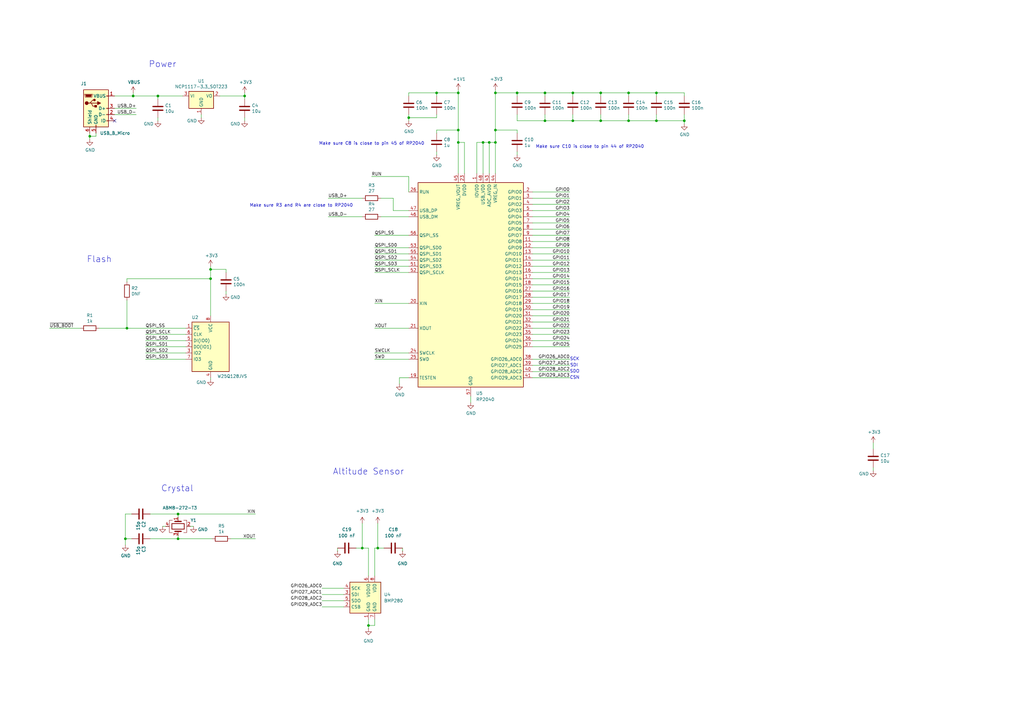
<source format=kicad_sch>
(kicad_sch
	(version 20250114)
	(generator "eeschema")
	(generator_version "9.0")
	(uuid "ab7cce89-638b-4fea-b5ae-2c49ffe09e41")
	(paper "A3")
	(lib_symbols
		(symbol "+3V3_1"
			(power)
			(pin_numbers
				(hide yes)
			)
			(pin_names
				(offset 0)
				(hide yes)
			)
			(exclude_from_sim no)
			(in_bom yes)
			(on_board yes)
			(property "Reference" "#PWR"
				(at 0 -3.81 0)
				(effects
					(font
						(size 1.27 1.27)
					)
					(hide yes)
				)
			)
			(property "Value" "+3V3"
				(at 0 3.556 0)
				(effects
					(font
						(size 1.27 1.27)
					)
				)
			)
			(property "Footprint" ""
				(at 0 0 0)
				(effects
					(font
						(size 1.27 1.27)
					)
					(hide yes)
				)
			)
			(property "Datasheet" ""
				(at 0 0 0)
				(effects
					(font
						(size 1.27 1.27)
					)
					(hide yes)
				)
			)
			(property "Description" "Power symbol creates a global label with name \"+3V3\""
				(at 0 0 0)
				(effects
					(font
						(size 1.27 1.27)
					)
					(hide yes)
				)
			)
			(property "ki_keywords" "global power"
				(at 0 0 0)
				(effects
					(font
						(size 1.27 1.27)
					)
					(hide yes)
				)
			)
			(symbol "+3V3_1_0_1"
				(polyline
					(pts
						(xy -0.762 1.27) (xy 0 2.54)
					)
					(stroke
						(width 0)
						(type default)
					)
					(fill
						(type none)
					)
				)
				(polyline
					(pts
						(xy 0 2.54) (xy 0.762 1.27)
					)
					(stroke
						(width 0)
						(type default)
					)
					(fill
						(type none)
					)
				)
				(polyline
					(pts
						(xy 0 0) (xy 0 2.54)
					)
					(stroke
						(width 0)
						(type default)
					)
					(fill
						(type none)
					)
				)
			)
			(symbol "+3V3_1_1_1"
				(pin power_in line
					(at 0 0 90)
					(length 0)
					(name "~"
						(effects
							(font
								(size 1.27 1.27)
							)
						)
					)
					(number "1"
						(effects
							(font
								(size 1.27 1.27)
							)
						)
					)
				)
			)
			(embedded_fonts no)
		)
		(symbol "+3V3_2"
			(power)
			(pin_numbers
				(hide yes)
			)
			(pin_names
				(offset 0)
				(hide yes)
			)
			(exclude_from_sim no)
			(in_bom yes)
			(on_board yes)
			(property "Reference" "#PWR"
				(at 0 -3.81 0)
				(effects
					(font
						(size 1.27 1.27)
					)
					(hide yes)
				)
			)
			(property "Value" "+3V3"
				(at 0 3.556 0)
				(effects
					(font
						(size 1.27 1.27)
					)
				)
			)
			(property "Footprint" ""
				(at 0 0 0)
				(effects
					(font
						(size 1.27 1.27)
					)
					(hide yes)
				)
			)
			(property "Datasheet" ""
				(at 0 0 0)
				(effects
					(font
						(size 1.27 1.27)
					)
					(hide yes)
				)
			)
			(property "Description" "Power symbol creates a global label with name \"+3V3\""
				(at 0 0 0)
				(effects
					(font
						(size 1.27 1.27)
					)
					(hide yes)
				)
			)
			(property "ki_keywords" "global power"
				(at 0 0 0)
				(effects
					(font
						(size 1.27 1.27)
					)
					(hide yes)
				)
			)
			(symbol "+3V3_2_0_1"
				(polyline
					(pts
						(xy -0.762 1.27) (xy 0 2.54)
					)
					(stroke
						(width 0)
						(type default)
					)
					(fill
						(type none)
					)
				)
				(polyline
					(pts
						(xy 0 2.54) (xy 0.762 1.27)
					)
					(stroke
						(width 0)
						(type default)
					)
					(fill
						(type none)
					)
				)
				(polyline
					(pts
						(xy 0 0) (xy 0 2.54)
					)
					(stroke
						(width 0)
						(type default)
					)
					(fill
						(type none)
					)
				)
			)
			(symbol "+3V3_2_1_1"
				(pin power_in line
					(at 0 0 90)
					(length 0)
					(name "~"
						(effects
							(font
								(size 1.27 1.27)
							)
						)
					)
					(number "1"
						(effects
							(font
								(size 1.27 1.27)
							)
						)
					)
				)
			)
			(embedded_fonts no)
		)
		(symbol "Connector:USB_B_Micro"
			(pin_names
				(offset 1.016)
			)
			(exclude_from_sim no)
			(in_bom yes)
			(on_board yes)
			(property "Reference" "J"
				(at -5.08 11.43 0)
				(effects
					(font
						(size 1.27 1.27)
					)
					(justify left)
				)
			)
			(property "Value" "USB_B_Micro"
				(at -5.08 8.89 0)
				(effects
					(font
						(size 1.27 1.27)
					)
					(justify left)
				)
			)
			(property "Footprint" ""
				(at 3.81 -1.27 0)
				(effects
					(font
						(size 1.27 1.27)
					)
					(hide yes)
				)
			)
			(property "Datasheet" "~"
				(at 3.81 -1.27 0)
				(effects
					(font
						(size 1.27 1.27)
					)
					(hide yes)
				)
			)
			(property "Description" "USB Micro Type B connector"
				(at 0 0 0)
				(effects
					(font
						(size 1.27 1.27)
					)
					(hide yes)
				)
			)
			(property "ki_keywords" "connector USB micro"
				(at 0 0 0)
				(effects
					(font
						(size 1.27 1.27)
					)
					(hide yes)
				)
			)
			(property "ki_fp_filters" "USB*"
				(at 0 0 0)
				(effects
					(font
						(size 1.27 1.27)
					)
					(hide yes)
				)
			)
			(symbol "USB_B_Micro_0_1"
				(rectangle
					(start -5.08 -7.62)
					(end 5.08 7.62)
					(stroke
						(width 0.254)
						(type default)
					)
					(fill
						(type background)
					)
				)
				(polyline
					(pts
						(xy -4.699 5.842) (xy -4.699 5.588) (xy -4.445 4.826) (xy -4.445 4.572) (xy -1.651 4.572) (xy -1.651 4.826)
						(xy -1.397 5.588) (xy -1.397 5.842) (xy -4.699 5.842)
					)
					(stroke
						(width 0)
						(type default)
					)
					(fill
						(type none)
					)
				)
				(polyline
					(pts
						(xy -4.318 5.588) (xy -1.778 5.588) (xy -2.032 4.826) (xy -4.064 4.826) (xy -4.318 5.588)
					)
					(stroke
						(width 0)
						(type default)
					)
					(fill
						(type outline)
					)
				)
				(circle
					(center -3.81 2.159)
					(radius 0.635)
					(stroke
						(width 0.254)
						(type default)
					)
					(fill
						(type outline)
					)
				)
				(polyline
					(pts
						(xy -3.175 2.159) (xy -2.54 2.159) (xy -1.27 3.429) (xy -0.635 3.429)
					)
					(stroke
						(width 0.254)
						(type default)
					)
					(fill
						(type none)
					)
				)
				(polyline
					(pts
						(xy -2.54 2.159) (xy -1.905 2.159) (xy -1.27 0.889) (xy 0 0.889)
					)
					(stroke
						(width 0.254)
						(type default)
					)
					(fill
						(type none)
					)
				)
				(polyline
					(pts
						(xy -1.905 2.159) (xy 0.635 2.159)
					)
					(stroke
						(width 0.254)
						(type default)
					)
					(fill
						(type none)
					)
				)
				(circle
					(center -0.635 3.429)
					(radius 0.381)
					(stroke
						(width 0.254)
						(type default)
					)
					(fill
						(type outline)
					)
				)
				(rectangle
					(start -0.127 -7.62)
					(end 0.127 -6.858)
					(stroke
						(width 0)
						(type default)
					)
					(fill
						(type none)
					)
				)
				(rectangle
					(start 0.254 1.27)
					(end -0.508 0.508)
					(stroke
						(width 0.254)
						(type default)
					)
					(fill
						(type outline)
					)
				)
				(polyline
					(pts
						(xy 0.635 2.794) (xy 0.635 1.524) (xy 1.905 2.159) (xy 0.635 2.794)
					)
					(stroke
						(width 0.254)
						(type default)
					)
					(fill
						(type outline)
					)
				)
				(rectangle
					(start 5.08 4.953)
					(end 4.318 5.207)
					(stroke
						(width 0)
						(type default)
					)
					(fill
						(type none)
					)
				)
				(rectangle
					(start 5.08 -0.127)
					(end 4.318 0.127)
					(stroke
						(width 0)
						(type default)
					)
					(fill
						(type none)
					)
				)
				(rectangle
					(start 5.08 -2.667)
					(end 4.318 -2.413)
					(stroke
						(width 0)
						(type default)
					)
					(fill
						(type none)
					)
				)
				(rectangle
					(start 5.08 -5.207)
					(end 4.318 -4.953)
					(stroke
						(width 0)
						(type default)
					)
					(fill
						(type none)
					)
				)
			)
			(symbol "USB_B_Micro_1_1"
				(pin passive line
					(at -2.54 -10.16 90)
					(length 2.54)
					(name "Shield"
						(effects
							(font
								(size 1.27 1.27)
							)
						)
					)
					(number "6"
						(effects
							(font
								(size 1.27 1.27)
							)
						)
					)
				)
				(pin power_out line
					(at 0 -10.16 90)
					(length 2.54)
					(name "GND"
						(effects
							(font
								(size 1.27 1.27)
							)
						)
					)
					(number "5"
						(effects
							(font
								(size 1.27 1.27)
							)
						)
					)
				)
				(pin power_out line
					(at 7.62 5.08 180)
					(length 2.54)
					(name "VBUS"
						(effects
							(font
								(size 1.27 1.27)
							)
						)
					)
					(number "1"
						(effects
							(font
								(size 1.27 1.27)
							)
						)
					)
				)
				(pin bidirectional line
					(at 7.62 0 180)
					(length 2.54)
					(name "D+"
						(effects
							(font
								(size 1.27 1.27)
							)
						)
					)
					(number "3"
						(effects
							(font
								(size 1.27 1.27)
							)
						)
					)
				)
				(pin bidirectional line
					(at 7.62 -2.54 180)
					(length 2.54)
					(name "D-"
						(effects
							(font
								(size 1.27 1.27)
							)
						)
					)
					(number "2"
						(effects
							(font
								(size 1.27 1.27)
							)
						)
					)
				)
				(pin passive line
					(at 7.62 -5.08 180)
					(length 2.54)
					(name "ID"
						(effects
							(font
								(size 1.27 1.27)
							)
						)
					)
					(number "4"
						(effects
							(font
								(size 1.27 1.27)
							)
						)
					)
				)
			)
			(embedded_fonts no)
		)
		(symbol "Device:C"
			(pin_numbers
				(hide yes)
			)
			(pin_names
				(offset 0.254)
			)
			(exclude_from_sim no)
			(in_bom yes)
			(on_board yes)
			(property "Reference" "C"
				(at 0.635 2.54 0)
				(effects
					(font
						(size 1.27 1.27)
					)
					(justify left)
				)
			)
			(property "Value" "C"
				(at 0.635 -2.54 0)
				(effects
					(font
						(size 1.27 1.27)
					)
					(justify left)
				)
			)
			(property "Footprint" ""
				(at 0.9652 -3.81 0)
				(effects
					(font
						(size 1.27 1.27)
					)
					(hide yes)
				)
			)
			(property "Datasheet" "~"
				(at 0 0 0)
				(effects
					(font
						(size 1.27 1.27)
					)
					(hide yes)
				)
			)
			(property "Description" "Unpolarized capacitor"
				(at 0 0 0)
				(effects
					(font
						(size 1.27 1.27)
					)
					(hide yes)
				)
			)
			(property "ki_keywords" "cap capacitor"
				(at 0 0 0)
				(effects
					(font
						(size 1.27 1.27)
					)
					(hide yes)
				)
			)
			(property "ki_fp_filters" "C_*"
				(at 0 0 0)
				(effects
					(font
						(size 1.27 1.27)
					)
					(hide yes)
				)
			)
			(symbol "C_0_1"
				(polyline
					(pts
						(xy -2.032 0.762) (xy 2.032 0.762)
					)
					(stroke
						(width 0.508)
						(type default)
					)
					(fill
						(type none)
					)
				)
				(polyline
					(pts
						(xy -2.032 -0.762) (xy 2.032 -0.762)
					)
					(stroke
						(width 0.508)
						(type default)
					)
					(fill
						(type none)
					)
				)
			)
			(symbol "C_1_1"
				(pin passive line
					(at 0 3.81 270)
					(length 2.794)
					(name "~"
						(effects
							(font
								(size 1.27 1.27)
							)
						)
					)
					(number "1"
						(effects
							(font
								(size 1.27 1.27)
							)
						)
					)
				)
				(pin passive line
					(at 0 -3.81 90)
					(length 2.794)
					(name "~"
						(effects
							(font
								(size 1.27 1.27)
							)
						)
					)
					(number "2"
						(effects
							(font
								(size 1.27 1.27)
							)
						)
					)
				)
			)
			(embedded_fonts no)
		)
		(symbol "Device:Crystal_GND24"
			(pin_names
				(offset 1.016)
				(hide yes)
			)
			(exclude_from_sim no)
			(in_bom yes)
			(on_board yes)
			(property "Reference" "Y"
				(at 3.175 5.08 0)
				(effects
					(font
						(size 1.27 1.27)
					)
					(justify left)
				)
			)
			(property "Value" "Crystal_GND24"
				(at 3.175 3.175 0)
				(effects
					(font
						(size 1.27 1.27)
					)
					(justify left)
				)
			)
			(property "Footprint" ""
				(at 0 0 0)
				(effects
					(font
						(size 1.27 1.27)
					)
					(hide yes)
				)
			)
			(property "Datasheet" "~"
				(at 0 0 0)
				(effects
					(font
						(size 1.27 1.27)
					)
					(hide yes)
				)
			)
			(property "Description" "Four pin crystal, GND on pins 2 and 4"
				(at 0 0 0)
				(effects
					(font
						(size 1.27 1.27)
					)
					(hide yes)
				)
			)
			(property "ki_keywords" "quartz ceramic resonator oscillator"
				(at 0 0 0)
				(effects
					(font
						(size 1.27 1.27)
					)
					(hide yes)
				)
			)
			(property "ki_fp_filters" "Crystal*"
				(at 0 0 0)
				(effects
					(font
						(size 1.27 1.27)
					)
					(hide yes)
				)
			)
			(symbol "Crystal_GND24_0_1"
				(polyline
					(pts
						(xy -2.54 2.286) (xy -2.54 3.556) (xy 2.54 3.556) (xy 2.54 2.286)
					)
					(stroke
						(width 0)
						(type default)
					)
					(fill
						(type none)
					)
				)
				(polyline
					(pts
						(xy -2.54 0) (xy -2.032 0)
					)
					(stroke
						(width 0)
						(type default)
					)
					(fill
						(type none)
					)
				)
				(polyline
					(pts
						(xy -2.54 -2.286) (xy -2.54 -3.556) (xy 2.54 -3.556) (xy 2.54 -2.286)
					)
					(stroke
						(width 0)
						(type default)
					)
					(fill
						(type none)
					)
				)
				(polyline
					(pts
						(xy -2.032 -1.27) (xy -2.032 1.27)
					)
					(stroke
						(width 0.508)
						(type default)
					)
					(fill
						(type none)
					)
				)
				(rectangle
					(start -1.143 2.54)
					(end 1.143 -2.54)
					(stroke
						(width 0.3048)
						(type default)
					)
					(fill
						(type none)
					)
				)
				(polyline
					(pts
						(xy 0 3.556) (xy 0 3.81)
					)
					(stroke
						(width 0)
						(type default)
					)
					(fill
						(type none)
					)
				)
				(polyline
					(pts
						(xy 0 -3.81) (xy 0 -3.556)
					)
					(stroke
						(width 0)
						(type default)
					)
					(fill
						(type none)
					)
				)
				(polyline
					(pts
						(xy 2.032 0) (xy 2.54 0)
					)
					(stroke
						(width 0)
						(type default)
					)
					(fill
						(type none)
					)
				)
				(polyline
					(pts
						(xy 2.032 -1.27) (xy 2.032 1.27)
					)
					(stroke
						(width 0.508)
						(type default)
					)
					(fill
						(type none)
					)
				)
			)
			(symbol "Crystal_GND24_1_1"
				(pin passive line
					(at -3.81 0 0)
					(length 1.27)
					(name "1"
						(effects
							(font
								(size 1.27 1.27)
							)
						)
					)
					(number "1"
						(effects
							(font
								(size 1.27 1.27)
							)
						)
					)
				)
				(pin passive line
					(at 0 5.08 270)
					(length 1.27)
					(name "2"
						(effects
							(font
								(size 1.27 1.27)
							)
						)
					)
					(number "2"
						(effects
							(font
								(size 1.27 1.27)
							)
						)
					)
				)
				(pin passive line
					(at 0 -5.08 90)
					(length 1.27)
					(name "4"
						(effects
							(font
								(size 1.27 1.27)
							)
						)
					)
					(number "4"
						(effects
							(font
								(size 1.27 1.27)
							)
						)
					)
				)
				(pin passive line
					(at 3.81 0 180)
					(length 1.27)
					(name "3"
						(effects
							(font
								(size 1.27 1.27)
							)
						)
					)
					(number "3"
						(effects
							(font
								(size 1.27 1.27)
							)
						)
					)
				)
			)
			(embedded_fonts no)
		)
		(symbol "Device:R"
			(pin_numbers
				(hide yes)
			)
			(pin_names
				(offset 0)
			)
			(exclude_from_sim no)
			(in_bom yes)
			(on_board yes)
			(property "Reference" "R"
				(at 2.032 0 90)
				(effects
					(font
						(size 1.27 1.27)
					)
				)
			)
			(property "Value" "R"
				(at 0 0 90)
				(effects
					(font
						(size 1.27 1.27)
					)
				)
			)
			(property "Footprint" ""
				(at -1.778 0 90)
				(effects
					(font
						(size 1.27 1.27)
					)
					(hide yes)
				)
			)
			(property "Datasheet" "~"
				(at 0 0 0)
				(effects
					(font
						(size 1.27 1.27)
					)
					(hide yes)
				)
			)
			(property "Description" "Resistor"
				(at 0 0 0)
				(effects
					(font
						(size 1.27 1.27)
					)
					(hide yes)
				)
			)
			(property "ki_keywords" "R res resistor"
				(at 0 0 0)
				(effects
					(font
						(size 1.27 1.27)
					)
					(hide yes)
				)
			)
			(property "ki_fp_filters" "R_*"
				(at 0 0 0)
				(effects
					(font
						(size 1.27 1.27)
					)
					(hide yes)
				)
			)
			(symbol "R_0_1"
				(rectangle
					(start -1.016 -2.54)
					(end 1.016 2.54)
					(stroke
						(width 0.254)
						(type default)
					)
					(fill
						(type none)
					)
				)
			)
			(symbol "R_1_1"
				(pin passive line
					(at 0 3.81 270)
					(length 1.27)
					(name "~"
						(effects
							(font
								(size 1.27 1.27)
							)
						)
					)
					(number "1"
						(effects
							(font
								(size 1.27 1.27)
							)
						)
					)
				)
				(pin passive line
					(at 0 -3.81 90)
					(length 1.27)
					(name "~"
						(effects
							(font
								(size 1.27 1.27)
							)
						)
					)
					(number "2"
						(effects
							(font
								(size 1.27 1.27)
							)
						)
					)
				)
			)
			(embedded_fonts no)
		)
		(symbol "GND_1"
			(power)
			(pin_numbers
				(hide yes)
			)
			(pin_names
				(offset 0)
				(hide yes)
			)
			(exclude_from_sim no)
			(in_bom yes)
			(on_board yes)
			(property "Reference" "#PWR"
				(at 0 -6.35 0)
				(effects
					(font
						(size 1.27 1.27)
					)
					(hide yes)
				)
			)
			(property "Value" "GND"
				(at 0 -3.81 0)
				(effects
					(font
						(size 1.27 1.27)
					)
				)
			)
			(property "Footprint" ""
				(at 0 0 0)
				(effects
					(font
						(size 1.27 1.27)
					)
					(hide yes)
				)
			)
			(property "Datasheet" ""
				(at 0 0 0)
				(effects
					(font
						(size 1.27 1.27)
					)
					(hide yes)
				)
			)
			(property "Description" "Power symbol creates a global label with name \"GND\" , ground"
				(at 0 0 0)
				(effects
					(font
						(size 1.27 1.27)
					)
					(hide yes)
				)
			)
			(property "ki_keywords" "global power"
				(at 0 0 0)
				(effects
					(font
						(size 1.27 1.27)
					)
					(hide yes)
				)
			)
			(symbol "GND_1_0_1"
				(polyline
					(pts
						(xy 0 0) (xy 0 -1.27) (xy 1.27 -1.27) (xy 0 -2.54) (xy -1.27 -1.27) (xy 0 -1.27)
					)
					(stroke
						(width 0)
						(type default)
					)
					(fill
						(type none)
					)
				)
			)
			(symbol "GND_1_1_1"
				(pin power_in line
					(at 0 0 270)
					(length 0)
					(name "~"
						(effects
							(font
								(size 1.27 1.27)
							)
						)
					)
					(number "1"
						(effects
							(font
								(size 1.27 1.27)
							)
						)
					)
				)
			)
			(embedded_fonts no)
		)
		(symbol "GND_2"
			(power)
			(pin_numbers
				(hide yes)
			)
			(pin_names
				(offset 0)
				(hide yes)
			)
			(exclude_from_sim no)
			(in_bom yes)
			(on_board yes)
			(property "Reference" "#PWR"
				(at 0 -6.35 0)
				(effects
					(font
						(size 1.27 1.27)
					)
					(hide yes)
				)
			)
			(property "Value" "GND"
				(at 0 -3.81 0)
				(effects
					(font
						(size 1.27 1.27)
					)
				)
			)
			(property "Footprint" ""
				(at 0 0 0)
				(effects
					(font
						(size 1.27 1.27)
					)
					(hide yes)
				)
			)
			(property "Datasheet" ""
				(at 0 0 0)
				(effects
					(font
						(size 1.27 1.27)
					)
					(hide yes)
				)
			)
			(property "Description" "Power symbol creates a global label with name \"GND\" , ground"
				(at 0 0 0)
				(effects
					(font
						(size 1.27 1.27)
					)
					(hide yes)
				)
			)
			(property "ki_keywords" "global power"
				(at 0 0 0)
				(effects
					(font
						(size 1.27 1.27)
					)
					(hide yes)
				)
			)
			(symbol "GND_2_0_1"
				(polyline
					(pts
						(xy 0 0) (xy 0 -1.27) (xy 1.27 -1.27) (xy 0 -2.54) (xy -1.27 -1.27) (xy 0 -1.27)
					)
					(stroke
						(width 0)
						(type default)
					)
					(fill
						(type none)
					)
				)
			)
			(symbol "GND_2_1_1"
				(pin power_in line
					(at 0 0 270)
					(length 0)
					(name "~"
						(effects
							(font
								(size 1.27 1.27)
							)
						)
					)
					(number "1"
						(effects
							(font
								(size 1.27 1.27)
							)
						)
					)
				)
			)
			(embedded_fonts no)
		)
		(symbol "GND_3"
			(power)
			(pin_numbers
				(hide yes)
			)
			(pin_names
				(offset 0)
				(hide yes)
			)
			(exclude_from_sim no)
			(in_bom yes)
			(on_board yes)
			(property "Reference" "#PWR"
				(at 0 -6.35 0)
				(effects
					(font
						(size 1.27 1.27)
					)
					(hide yes)
				)
			)
			(property "Value" "GND"
				(at 0 -3.81 0)
				(effects
					(font
						(size 1.27 1.27)
					)
				)
			)
			(property "Footprint" ""
				(at 0 0 0)
				(effects
					(font
						(size 1.27 1.27)
					)
					(hide yes)
				)
			)
			(property "Datasheet" ""
				(at 0 0 0)
				(effects
					(font
						(size 1.27 1.27)
					)
					(hide yes)
				)
			)
			(property "Description" "Power symbol creates a global label with name \"GND\" , ground"
				(at 0 0 0)
				(effects
					(font
						(size 1.27 1.27)
					)
					(hide yes)
				)
			)
			(property "ki_keywords" "global power"
				(at 0 0 0)
				(effects
					(font
						(size 1.27 1.27)
					)
					(hide yes)
				)
			)
			(symbol "GND_3_0_1"
				(polyline
					(pts
						(xy 0 0) (xy 0 -1.27) (xy 1.27 -1.27) (xy 0 -2.54) (xy -1.27 -1.27) (xy 0 -1.27)
					)
					(stroke
						(width 0)
						(type default)
					)
					(fill
						(type none)
					)
				)
			)
			(symbol "GND_3_1_1"
				(pin power_in line
					(at 0 0 270)
					(length 0)
					(name "~"
						(effects
							(font
								(size 1.27 1.27)
							)
						)
					)
					(number "1"
						(effects
							(font
								(size 1.27 1.27)
							)
						)
					)
				)
			)
			(embedded_fonts no)
		)
		(symbol "MCU_RaspberryPi:RP2040"
			(exclude_from_sim no)
			(in_bom yes)
			(on_board yes)
			(property "Reference" "U"
				(at 17.78 45.72 0)
				(effects
					(font
						(size 1.27 1.27)
					)
				)
			)
			(property "Value" "RP2040"
				(at 17.78 43.18 0)
				(effects
					(font
						(size 1.27 1.27)
					)
				)
			)
			(property "Footprint" "Package_DFN_QFN:QFN-56-1EP_7x7mm_P0.4mm_EP3.2x3.2mm"
				(at 0 0 0)
				(effects
					(font
						(size 1.27 1.27)
					)
					(hide yes)
				)
			)
			(property "Datasheet" "https://datasheets.raspberrypi.com/rp2040/rp2040-datasheet.pdf"
				(at 0 0 0)
				(effects
					(font
						(size 1.27 1.27)
					)
					(hide yes)
				)
			)
			(property "Description" "A microcontroller by Raspberry Pi"
				(at 0 0 0)
				(effects
					(font
						(size 1.27 1.27)
					)
					(hide yes)
				)
			)
			(property "ki_keywords" "RP2040 ARM Cortex-M0+ USB"
				(at 0 0 0)
				(effects
					(font
						(size 1.27 1.27)
					)
					(hide yes)
				)
			)
			(property "ki_fp_filters" "QFN*1EP*7x7mm?P0.4mm*"
				(at 0 0 0)
				(effects
					(font
						(size 1.27 1.27)
					)
					(hide yes)
				)
			)
			(symbol "RP2040_0_1"
				(rectangle
					(start -21.59 41.91)
					(end 21.59 -41.91)
					(stroke
						(width 0.254)
						(type default)
					)
					(fill
						(type background)
					)
				)
			)
			(symbol "RP2040_1_1"
				(pin input line
					(at -25.4 38.1 0)
					(length 3.81)
					(name "RUN"
						(effects
							(font
								(size 1.27 1.27)
							)
						)
					)
					(number "26"
						(effects
							(font
								(size 1.27 1.27)
							)
						)
					)
				)
				(pin bidirectional line
					(at -25.4 30.48 0)
					(length 3.81)
					(name "USB_DP"
						(effects
							(font
								(size 1.27 1.27)
							)
						)
					)
					(number "47"
						(effects
							(font
								(size 1.27 1.27)
							)
						)
					)
				)
				(pin bidirectional line
					(at -25.4 27.94 0)
					(length 3.81)
					(name "USB_DM"
						(effects
							(font
								(size 1.27 1.27)
							)
						)
					)
					(number "46"
						(effects
							(font
								(size 1.27 1.27)
							)
						)
					)
				)
				(pin bidirectional line
					(at -25.4 20.32 0)
					(length 3.81)
					(name "QSPI_SS"
						(effects
							(font
								(size 1.27 1.27)
							)
						)
					)
					(number "56"
						(effects
							(font
								(size 1.27 1.27)
							)
						)
					)
				)
				(pin bidirectional line
					(at -25.4 15.24 0)
					(length 3.81)
					(name "QSPI_SD0"
						(effects
							(font
								(size 1.27 1.27)
							)
						)
					)
					(number "53"
						(effects
							(font
								(size 1.27 1.27)
							)
						)
					)
				)
				(pin bidirectional line
					(at -25.4 12.7 0)
					(length 3.81)
					(name "QSPI_SD1"
						(effects
							(font
								(size 1.27 1.27)
							)
						)
					)
					(number "55"
						(effects
							(font
								(size 1.27 1.27)
							)
						)
					)
				)
				(pin bidirectional line
					(at -25.4 10.16 0)
					(length 3.81)
					(name "QSPI_SD2"
						(effects
							(font
								(size 1.27 1.27)
							)
						)
					)
					(number "54"
						(effects
							(font
								(size 1.27 1.27)
							)
						)
					)
				)
				(pin bidirectional line
					(at -25.4 7.62 0)
					(length 3.81)
					(name "QSPI_SD3"
						(effects
							(font
								(size 1.27 1.27)
							)
						)
					)
					(number "51"
						(effects
							(font
								(size 1.27 1.27)
							)
						)
					)
				)
				(pin output line
					(at -25.4 5.08 0)
					(length 3.81)
					(name "QSPI_SCLK"
						(effects
							(font
								(size 1.27 1.27)
							)
						)
					)
					(number "52"
						(effects
							(font
								(size 1.27 1.27)
							)
						)
					)
				)
				(pin input line
					(at -25.4 -7.62 0)
					(length 3.81)
					(name "XIN"
						(effects
							(font
								(size 1.27 1.27)
							)
						)
					)
					(number "20"
						(effects
							(font
								(size 1.27 1.27)
							)
						)
					)
				)
				(pin passive line
					(at -25.4 -17.78 0)
					(length 3.81)
					(name "XOUT"
						(effects
							(font
								(size 1.27 1.27)
							)
						)
					)
					(number "21"
						(effects
							(font
								(size 1.27 1.27)
							)
						)
					)
				)
				(pin input line
					(at -25.4 -27.94 0)
					(length 3.81)
					(name "SWCLK"
						(effects
							(font
								(size 1.27 1.27)
							)
						)
					)
					(number "24"
						(effects
							(font
								(size 1.27 1.27)
							)
						)
					)
				)
				(pin bidirectional line
					(at -25.4 -30.48 0)
					(length 3.81)
					(name "SWD"
						(effects
							(font
								(size 1.27 1.27)
							)
						)
					)
					(number "25"
						(effects
							(font
								(size 1.27 1.27)
							)
						)
					)
				)
				(pin input line
					(at -25.4 -38.1 0)
					(length 3.81)
					(name "TESTEN"
						(effects
							(font
								(size 1.27 1.27)
							)
						)
					)
					(number "19"
						(effects
							(font
								(size 1.27 1.27)
							)
						)
					)
				)
				(pin power_out line
					(at -5.08 45.72 270)
					(length 3.81)
					(name "VREG_VOUT"
						(effects
							(font
								(size 1.27 1.27)
							)
						)
					)
					(number "45"
						(effects
							(font
								(size 1.27 1.27)
							)
						)
					)
				)
				(pin power_in line
					(at -2.54 45.72 270)
					(length 3.81)
					(name "DVDD"
						(effects
							(font
								(size 1.27 1.27)
							)
						)
					)
					(number "23"
						(effects
							(font
								(size 1.27 1.27)
							)
						)
					)
				)
				(pin passive line
					(at -2.54 45.72 270)
					(length 3.81)
					(hide yes)
					(name "DVDD"
						(effects
							(font
								(size 1.27 1.27)
							)
						)
					)
					(number "50"
						(effects
							(font
								(size 1.27 1.27)
							)
						)
					)
				)
				(pin power_in line
					(at 0 -45.72 90)
					(length 3.81)
					(name "GND"
						(effects
							(font
								(size 1.27 1.27)
							)
						)
					)
					(number "57"
						(effects
							(font
								(size 1.27 1.27)
							)
						)
					)
				)
				(pin power_in line
					(at 2.54 45.72 270)
					(length 3.81)
					(name "IOVDD"
						(effects
							(font
								(size 1.27 1.27)
							)
						)
					)
					(number "1"
						(effects
							(font
								(size 1.27 1.27)
							)
						)
					)
				)
				(pin passive line
					(at 2.54 45.72 270)
					(length 3.81)
					(hide yes)
					(name "IOVDD"
						(effects
							(font
								(size 1.27 1.27)
							)
						)
					)
					(number "10"
						(effects
							(font
								(size 1.27 1.27)
							)
						)
					)
				)
				(pin passive line
					(at 2.54 45.72 270)
					(length 3.81)
					(hide yes)
					(name "IOVDD"
						(effects
							(font
								(size 1.27 1.27)
							)
						)
					)
					(number "22"
						(effects
							(font
								(size 1.27 1.27)
							)
						)
					)
				)
				(pin passive line
					(at 2.54 45.72 270)
					(length 3.81)
					(hide yes)
					(name "IOVDD"
						(effects
							(font
								(size 1.27 1.27)
							)
						)
					)
					(number "33"
						(effects
							(font
								(size 1.27 1.27)
							)
						)
					)
				)
				(pin passive line
					(at 2.54 45.72 270)
					(length 3.81)
					(hide yes)
					(name "IOVDD"
						(effects
							(font
								(size 1.27 1.27)
							)
						)
					)
					(number "42"
						(effects
							(font
								(size 1.27 1.27)
							)
						)
					)
				)
				(pin passive line
					(at 2.54 45.72 270)
					(length 3.81)
					(hide yes)
					(name "IOVDD"
						(effects
							(font
								(size 1.27 1.27)
							)
						)
					)
					(number "49"
						(effects
							(font
								(size 1.27 1.27)
							)
						)
					)
				)
				(pin power_in line
					(at 5.08 45.72 270)
					(length 3.81)
					(name "USB_VDD"
						(effects
							(font
								(size 1.27 1.27)
							)
						)
					)
					(number "48"
						(effects
							(font
								(size 1.27 1.27)
							)
						)
					)
				)
				(pin power_in line
					(at 7.62 45.72 270)
					(length 3.81)
					(name "ADC_AVDD"
						(effects
							(font
								(size 1.27 1.27)
							)
						)
					)
					(number "43"
						(effects
							(font
								(size 1.27 1.27)
							)
						)
					)
				)
				(pin power_in line
					(at 10.16 45.72 270)
					(length 3.81)
					(name "VREG_IN"
						(effects
							(font
								(size 1.27 1.27)
							)
						)
					)
					(number "44"
						(effects
							(font
								(size 1.27 1.27)
							)
						)
					)
				)
				(pin bidirectional line
					(at 25.4 38.1 180)
					(length 3.81)
					(name "GPIO0"
						(effects
							(font
								(size 1.27 1.27)
							)
						)
					)
					(number "2"
						(effects
							(font
								(size 1.27 1.27)
							)
						)
					)
				)
				(pin bidirectional line
					(at 25.4 35.56 180)
					(length 3.81)
					(name "GPIO1"
						(effects
							(font
								(size 1.27 1.27)
							)
						)
					)
					(number "3"
						(effects
							(font
								(size 1.27 1.27)
							)
						)
					)
				)
				(pin bidirectional line
					(at 25.4 33.02 180)
					(length 3.81)
					(name "GPIO2"
						(effects
							(font
								(size 1.27 1.27)
							)
						)
					)
					(number "4"
						(effects
							(font
								(size 1.27 1.27)
							)
						)
					)
				)
				(pin bidirectional line
					(at 25.4 30.48 180)
					(length 3.81)
					(name "GPIO3"
						(effects
							(font
								(size 1.27 1.27)
							)
						)
					)
					(number "5"
						(effects
							(font
								(size 1.27 1.27)
							)
						)
					)
				)
				(pin bidirectional line
					(at 25.4 27.94 180)
					(length 3.81)
					(name "GPIO4"
						(effects
							(font
								(size 1.27 1.27)
							)
						)
					)
					(number "6"
						(effects
							(font
								(size 1.27 1.27)
							)
						)
					)
				)
				(pin bidirectional line
					(at 25.4 25.4 180)
					(length 3.81)
					(name "GPIO5"
						(effects
							(font
								(size 1.27 1.27)
							)
						)
					)
					(number "7"
						(effects
							(font
								(size 1.27 1.27)
							)
						)
					)
				)
				(pin bidirectional line
					(at 25.4 22.86 180)
					(length 3.81)
					(name "GPIO6"
						(effects
							(font
								(size 1.27 1.27)
							)
						)
					)
					(number "8"
						(effects
							(font
								(size 1.27 1.27)
							)
						)
					)
				)
				(pin bidirectional line
					(at 25.4 20.32 180)
					(length 3.81)
					(name "GPIO7"
						(effects
							(font
								(size 1.27 1.27)
							)
						)
					)
					(number "9"
						(effects
							(font
								(size 1.27 1.27)
							)
						)
					)
				)
				(pin bidirectional line
					(at 25.4 17.78 180)
					(length 3.81)
					(name "GPIO8"
						(effects
							(font
								(size 1.27 1.27)
							)
						)
					)
					(number "11"
						(effects
							(font
								(size 1.27 1.27)
							)
						)
					)
				)
				(pin bidirectional line
					(at 25.4 15.24 180)
					(length 3.81)
					(name "GPIO9"
						(effects
							(font
								(size 1.27 1.27)
							)
						)
					)
					(number "12"
						(effects
							(font
								(size 1.27 1.27)
							)
						)
					)
				)
				(pin bidirectional line
					(at 25.4 12.7 180)
					(length 3.81)
					(name "GPIO10"
						(effects
							(font
								(size 1.27 1.27)
							)
						)
					)
					(number "13"
						(effects
							(font
								(size 1.27 1.27)
							)
						)
					)
				)
				(pin bidirectional line
					(at 25.4 10.16 180)
					(length 3.81)
					(name "GPIO11"
						(effects
							(font
								(size 1.27 1.27)
							)
						)
					)
					(number "14"
						(effects
							(font
								(size 1.27 1.27)
							)
						)
					)
				)
				(pin bidirectional line
					(at 25.4 7.62 180)
					(length 3.81)
					(name "GPIO12"
						(effects
							(font
								(size 1.27 1.27)
							)
						)
					)
					(number "15"
						(effects
							(font
								(size 1.27 1.27)
							)
						)
					)
				)
				(pin bidirectional line
					(at 25.4 5.08 180)
					(length 3.81)
					(name "GPIO13"
						(effects
							(font
								(size 1.27 1.27)
							)
						)
					)
					(number "16"
						(effects
							(font
								(size 1.27 1.27)
							)
						)
					)
				)
				(pin bidirectional line
					(at 25.4 2.54 180)
					(length 3.81)
					(name "GPIO14"
						(effects
							(font
								(size 1.27 1.27)
							)
						)
					)
					(number "17"
						(effects
							(font
								(size 1.27 1.27)
							)
						)
					)
				)
				(pin bidirectional line
					(at 25.4 0 180)
					(length 3.81)
					(name "GPIO15"
						(effects
							(font
								(size 1.27 1.27)
							)
						)
					)
					(number "18"
						(effects
							(font
								(size 1.27 1.27)
							)
						)
					)
				)
				(pin bidirectional line
					(at 25.4 -2.54 180)
					(length 3.81)
					(name "GPIO16"
						(effects
							(font
								(size 1.27 1.27)
							)
						)
					)
					(number "27"
						(effects
							(font
								(size 1.27 1.27)
							)
						)
					)
				)
				(pin bidirectional line
					(at 25.4 -5.08 180)
					(length 3.81)
					(name "GPIO17"
						(effects
							(font
								(size 1.27 1.27)
							)
						)
					)
					(number "28"
						(effects
							(font
								(size 1.27 1.27)
							)
						)
					)
				)
				(pin bidirectional line
					(at 25.4 -7.62 180)
					(length 3.81)
					(name "GPIO18"
						(effects
							(font
								(size 1.27 1.27)
							)
						)
					)
					(number "29"
						(effects
							(font
								(size 1.27 1.27)
							)
						)
					)
				)
				(pin bidirectional line
					(at 25.4 -10.16 180)
					(length 3.81)
					(name "GPIO19"
						(effects
							(font
								(size 1.27 1.27)
							)
						)
					)
					(number "30"
						(effects
							(font
								(size 1.27 1.27)
							)
						)
					)
				)
				(pin bidirectional line
					(at 25.4 -12.7 180)
					(length 3.81)
					(name "GPIO20"
						(effects
							(font
								(size 1.27 1.27)
							)
						)
					)
					(number "31"
						(effects
							(font
								(size 1.27 1.27)
							)
						)
					)
				)
				(pin bidirectional line
					(at 25.4 -15.24 180)
					(length 3.81)
					(name "GPIO21"
						(effects
							(font
								(size 1.27 1.27)
							)
						)
					)
					(number "32"
						(effects
							(font
								(size 1.27 1.27)
							)
						)
					)
				)
				(pin bidirectional line
					(at 25.4 -17.78 180)
					(length 3.81)
					(name "GPIO22"
						(effects
							(font
								(size 1.27 1.27)
							)
						)
					)
					(number "34"
						(effects
							(font
								(size 1.27 1.27)
							)
						)
					)
				)
				(pin bidirectional line
					(at 25.4 -20.32 180)
					(length 3.81)
					(name "GPIO23"
						(effects
							(font
								(size 1.27 1.27)
							)
						)
					)
					(number "35"
						(effects
							(font
								(size 1.27 1.27)
							)
						)
					)
				)
				(pin bidirectional line
					(at 25.4 -22.86 180)
					(length 3.81)
					(name "GPIO24"
						(effects
							(font
								(size 1.27 1.27)
							)
						)
					)
					(number "36"
						(effects
							(font
								(size 1.27 1.27)
							)
						)
					)
				)
				(pin bidirectional line
					(at 25.4 -25.4 180)
					(length 3.81)
					(name "GPIO25"
						(effects
							(font
								(size 1.27 1.27)
							)
						)
					)
					(number "37"
						(effects
							(font
								(size 1.27 1.27)
							)
						)
					)
				)
				(pin bidirectional line
					(at 25.4 -30.48 180)
					(length 3.81)
					(name "GPIO26_ADC0"
						(effects
							(font
								(size 1.27 1.27)
							)
						)
					)
					(number "38"
						(effects
							(font
								(size 1.27 1.27)
							)
						)
					)
				)
				(pin bidirectional line
					(at 25.4 -33.02 180)
					(length 3.81)
					(name "GPIO27_ADC1"
						(effects
							(font
								(size 1.27 1.27)
							)
						)
					)
					(number "39"
						(effects
							(font
								(size 1.27 1.27)
							)
						)
					)
				)
				(pin bidirectional line
					(at 25.4 -35.56 180)
					(length 3.81)
					(name "GPIO28_ADC2"
						(effects
							(font
								(size 1.27 1.27)
							)
						)
					)
					(number "40"
						(effects
							(font
								(size 1.27 1.27)
							)
						)
					)
				)
				(pin bidirectional line
					(at 25.4 -38.1 180)
					(length 3.81)
					(name "GPIO29_ADC3"
						(effects
							(font
								(size 1.27 1.27)
							)
						)
					)
					(number "41"
						(effects
							(font
								(size 1.27 1.27)
							)
						)
					)
				)
			)
			(embedded_fonts no)
		)
		(symbol "Memory_Flash:W25Q128JVS"
			(exclude_from_sim no)
			(in_bom yes)
			(on_board yes)
			(property "Reference" "U"
				(at -8.89 8.89 0)
				(effects
					(font
						(size 1.27 1.27)
					)
				)
			)
			(property "Value" "W25Q128JVS"
				(at 7.62 8.89 0)
				(effects
					(font
						(size 1.27 1.27)
					)
				)
			)
			(property "Footprint" "Package_SO:SOIC-8_5.23x5.23mm_P1.27mm"
				(at 0 0 0)
				(effects
					(font
						(size 1.27 1.27)
					)
					(hide yes)
				)
			)
			(property "Datasheet" "http://www.winbond.com/resource-files/w25q128jv_dtr%20revc%2003272018%20plus.pdf"
				(at 0 0 0)
				(effects
					(font
						(size 1.27 1.27)
					)
					(hide yes)
				)
			)
			(property "Description" "128Mb Serial Flash Memory, Standard/Dual/Quad SPI, SOIC-8"
				(at 0 0 0)
				(effects
					(font
						(size 1.27 1.27)
					)
					(hide yes)
				)
			)
			(property "ki_keywords" "flash memory SPI QPI DTR"
				(at 0 0 0)
				(effects
					(font
						(size 1.27 1.27)
					)
					(hide yes)
				)
			)
			(property "ki_fp_filters" "SOIC*5.23x5.23mm*P1.27mm*"
				(at 0 0 0)
				(effects
					(font
						(size 1.27 1.27)
					)
					(hide yes)
				)
			)
			(symbol "W25Q128JVS_0_1"
				(rectangle
					(start -7.62 10.16)
					(end 7.62 -10.16)
					(stroke
						(width 0.254)
						(type default)
					)
					(fill
						(type background)
					)
				)
			)
			(symbol "W25Q128JVS_1_1"
				(pin input line
					(at -10.16 7.62 0)
					(length 2.54)
					(name "~{CS}"
						(effects
							(font
								(size 1.27 1.27)
							)
						)
					)
					(number "1"
						(effects
							(font
								(size 1.27 1.27)
							)
						)
					)
				)
				(pin input line
					(at -10.16 5.08 0)
					(length 2.54)
					(name "CLK"
						(effects
							(font
								(size 1.27 1.27)
							)
						)
					)
					(number "6"
						(effects
							(font
								(size 1.27 1.27)
							)
						)
					)
				)
				(pin bidirectional line
					(at -10.16 2.54 0)
					(length 2.54)
					(name "DI(IO0)"
						(effects
							(font
								(size 1.27 1.27)
							)
						)
					)
					(number "5"
						(effects
							(font
								(size 1.27 1.27)
							)
						)
					)
				)
				(pin bidirectional line
					(at -10.16 0 0)
					(length 2.54)
					(name "DO(IO1)"
						(effects
							(font
								(size 1.27 1.27)
							)
						)
					)
					(number "2"
						(effects
							(font
								(size 1.27 1.27)
							)
						)
					)
				)
				(pin bidirectional line
					(at -10.16 -2.54 0)
					(length 2.54)
					(name "IO2"
						(effects
							(font
								(size 1.27 1.27)
							)
						)
					)
					(number "3"
						(effects
							(font
								(size 1.27 1.27)
							)
						)
					)
				)
				(pin bidirectional line
					(at -10.16 -5.08 0)
					(length 2.54)
					(name "IO3"
						(effects
							(font
								(size 1.27 1.27)
							)
						)
					)
					(number "7"
						(effects
							(font
								(size 1.27 1.27)
							)
						)
					)
				)
				(pin power_in line
					(at 0 12.7 270)
					(length 2.54)
					(name "VCC"
						(effects
							(font
								(size 1.27 1.27)
							)
						)
					)
					(number "8"
						(effects
							(font
								(size 1.27 1.27)
							)
						)
					)
				)
				(pin power_in line
					(at 0 -12.7 90)
					(length 2.54)
					(name "GND"
						(effects
							(font
								(size 1.27 1.27)
							)
						)
					)
					(number "4"
						(effects
							(font
								(size 1.27 1.27)
							)
						)
					)
				)
			)
			(embedded_fonts no)
		)
		(symbol "Regulator_Linear:NCP1117-3.3_SOT223"
			(exclude_from_sim no)
			(in_bom yes)
			(on_board yes)
			(property "Reference" "U"
				(at -3.81 3.175 0)
				(effects
					(font
						(size 1.27 1.27)
					)
				)
			)
			(property "Value" "NCP1117-3.3_SOT223"
				(at 0 3.175 0)
				(effects
					(font
						(size 1.27 1.27)
					)
					(justify left)
				)
			)
			(property "Footprint" "Package_TO_SOT_SMD:SOT-223-3_TabPin2"
				(at 0 5.08 0)
				(effects
					(font
						(size 1.27 1.27)
					)
					(hide yes)
				)
			)
			(property "Datasheet" "http://www.onsemi.com/pub_link/Collateral/NCP1117-D.PDF"
				(at 2.54 -6.35 0)
				(effects
					(font
						(size 1.27 1.27)
					)
					(hide yes)
				)
			)
			(property "Description" "1A Low drop-out regulator, Fixed Output 3.3V, SOT-223"
				(at 0 0 0)
				(effects
					(font
						(size 1.27 1.27)
					)
					(hide yes)
				)
			)
			(property "ki_keywords" "REGULATOR LDO 3.3V"
				(at 0 0 0)
				(effects
					(font
						(size 1.27 1.27)
					)
					(hide yes)
				)
			)
			(property "ki_fp_filters" "SOT?223*TabPin2*"
				(at 0 0 0)
				(effects
					(font
						(size 1.27 1.27)
					)
					(hide yes)
				)
			)
			(symbol "NCP1117-3.3_SOT223_0_1"
				(rectangle
					(start -5.08 -5.08)
					(end 5.08 1.905)
					(stroke
						(width 0.254)
						(type default)
					)
					(fill
						(type background)
					)
				)
			)
			(symbol "NCP1117-3.3_SOT223_1_1"
				(pin power_in line
					(at -7.62 0 0)
					(length 2.54)
					(name "VI"
						(effects
							(font
								(size 1.27 1.27)
							)
						)
					)
					(number "3"
						(effects
							(font
								(size 1.27 1.27)
							)
						)
					)
				)
				(pin power_in line
					(at 0 -7.62 90)
					(length 2.54)
					(name "GND"
						(effects
							(font
								(size 1.27 1.27)
							)
						)
					)
					(number "1"
						(effects
							(font
								(size 1.27 1.27)
							)
						)
					)
				)
				(pin power_out line
					(at 7.62 0 180)
					(length 2.54)
					(name "VO"
						(effects
							(font
								(size 1.27 1.27)
							)
						)
					)
					(number "2"
						(effects
							(font
								(size 1.27 1.27)
							)
						)
					)
				)
			)
			(embedded_fonts no)
		)
		(symbol "Sensor_Pressure:BMP280"
			(exclude_from_sim no)
			(in_bom yes)
			(on_board yes)
			(property "Reference" "U"
				(at -7.62 10.16 0)
				(effects
					(font
						(size 1.27 1.27)
					)
					(justify left top)
				)
			)
			(property "Value" "BMP280"
				(at 5.08 10.16 0)
				(effects
					(font
						(size 1.27 1.27)
					)
					(justify left top)
				)
			)
			(property "Footprint" "Package_LGA:Bosch_LGA-8_2x2.5mm_P0.65mm_ClockwisePinNumbering"
				(at 0 -17.78 0)
				(effects
					(font
						(size 1.27 1.27)
					)
					(hide yes)
				)
			)
			(property "Datasheet" "https://ae-bst.resource.bosch.com/media/_tech/media/datasheets/BST-BMP280-DS001.pdf"
				(at 0 0 0)
				(effects
					(font
						(size 1.27 1.27)
					)
					(hide yes)
				)
			)
			(property "Description" "Absolute Barometric Pressure Sensor, LGA-8"
				(at 0 0 0)
				(effects
					(font
						(size 1.27 1.27)
					)
					(hide yes)
				)
			)
			(property "ki_keywords" "I2C, SPI, pressure, temperature, sensor"
				(at 0 0 0)
				(effects
					(font
						(size 1.27 1.27)
					)
					(hide yes)
				)
			)
			(property "ki_fp_filters" "Bosch*LGA*2x2.5mm*P0.65mm*"
				(at 0 0 0)
				(effects
					(font
						(size 1.27 1.27)
					)
					(hide yes)
				)
			)
			(symbol "BMP280_0_1"
				(rectangle
					(start -7.62 -5.08)
					(end 5.08 7.62)
					(stroke
						(width 0.254)
						(type default)
					)
					(fill
						(type background)
					)
				)
			)
			(symbol "BMP280_1_1"
				(pin input line
					(at -10.16 5.08 0)
					(length 2.54)
					(name "SCK"
						(effects
							(font
								(size 1.27 1.27)
							)
						)
					)
					(number "4"
						(effects
							(font
								(size 1.27 1.27)
							)
						)
					)
				)
				(pin bidirectional line
					(at -10.16 2.54 0)
					(length 2.54)
					(name "SDI"
						(effects
							(font
								(size 1.27 1.27)
							)
						)
					)
					(number "3"
						(effects
							(font
								(size 1.27 1.27)
							)
						)
					)
				)
				(pin bidirectional line
					(at -10.16 0 0)
					(length 2.54)
					(name "SDO"
						(effects
							(font
								(size 1.27 1.27)
							)
						)
					)
					(number "5"
						(effects
							(font
								(size 1.27 1.27)
							)
						)
					)
				)
				(pin input line
					(at -10.16 -2.54 0)
					(length 2.54)
					(name "CSB"
						(effects
							(font
								(size 1.27 1.27)
							)
						)
					)
					(number "2"
						(effects
							(font
								(size 1.27 1.27)
							)
						)
					)
				)
				(pin power_in line
					(at 0 10.16 270)
					(length 2.54)
					(name "VDDIO"
						(effects
							(font
								(size 1.27 1.27)
							)
						)
					)
					(number "6"
						(effects
							(font
								(size 1.27 1.27)
							)
						)
					)
				)
				(pin power_in line
					(at 0 -7.62 90)
					(length 2.54)
					(name "GND"
						(effects
							(font
								(size 1.27 1.27)
							)
						)
					)
					(number "1"
						(effects
							(font
								(size 1.27 1.27)
							)
						)
					)
				)
				(pin power_in line
					(at 2.54 10.16 270)
					(length 2.54)
					(name "VDD"
						(effects
							(font
								(size 1.27 1.27)
							)
						)
					)
					(number "8"
						(effects
							(font
								(size 1.27 1.27)
							)
						)
					)
				)
				(pin power_in line
					(at 2.54 -7.62 90)
					(length 2.54)
					(name "GND"
						(effects
							(font
								(size 1.27 1.27)
							)
						)
					)
					(number "7"
						(effects
							(font
								(size 1.27 1.27)
							)
						)
					)
				)
			)
			(embedded_fonts no)
		)
		(symbol "power:+1V1"
			(power)
			(pin_names
				(offset 0)
			)
			(exclude_from_sim no)
			(in_bom yes)
			(on_board yes)
			(property "Reference" "#PWR"
				(at 0 -3.81 0)
				(effects
					(font
						(size 1.27 1.27)
					)
					(hide yes)
				)
			)
			(property "Value" "+1V1"
				(at 0 3.556 0)
				(effects
					(font
						(size 1.27 1.27)
					)
				)
			)
			(property "Footprint" ""
				(at 0 0 0)
				(effects
					(font
						(size 1.27 1.27)
					)
					(hide yes)
				)
			)
			(property "Datasheet" ""
				(at 0 0 0)
				(effects
					(font
						(size 1.27 1.27)
					)
					(hide yes)
				)
			)
			(property "Description" "Power symbol creates a global label with name \"+1V1\""
				(at 0 0 0)
				(effects
					(font
						(size 1.27 1.27)
					)
					(hide yes)
				)
			)
			(property "ki_keywords" "global power"
				(at 0 0 0)
				(effects
					(font
						(size 1.27 1.27)
					)
					(hide yes)
				)
			)
			(symbol "+1V1_0_1"
				(polyline
					(pts
						(xy -0.762 1.27) (xy 0 2.54)
					)
					(stroke
						(width 0)
						(type default)
					)
					(fill
						(type none)
					)
				)
				(polyline
					(pts
						(xy 0 2.54) (xy 0.762 1.27)
					)
					(stroke
						(width 0)
						(type default)
					)
					(fill
						(type none)
					)
				)
				(polyline
					(pts
						(xy 0 0) (xy 0 2.54)
					)
					(stroke
						(width 0)
						(type default)
					)
					(fill
						(type none)
					)
				)
			)
			(symbol "+1V1_1_1"
				(pin power_in line
					(at 0 0 90)
					(length 0)
					(hide yes)
					(name "+1V1"
						(effects
							(font
								(size 1.27 1.27)
							)
						)
					)
					(number "1"
						(effects
							(font
								(size 1.27 1.27)
							)
						)
					)
				)
			)
			(embedded_fonts no)
		)
		(symbol "power:+3V3"
			(power)
			(pin_names
				(offset 0)
			)
			(exclude_from_sim no)
			(in_bom yes)
			(on_board yes)
			(property "Reference" "#PWR"
				(at 0 -3.81 0)
				(effects
					(font
						(size 1.27 1.27)
					)
					(hide yes)
				)
			)
			(property "Value" "+3V3"
				(at 0 3.556 0)
				(effects
					(font
						(size 1.27 1.27)
					)
				)
			)
			(property "Footprint" ""
				(at 0 0 0)
				(effects
					(font
						(size 1.27 1.27)
					)
					(hide yes)
				)
			)
			(property "Datasheet" ""
				(at 0 0 0)
				(effects
					(font
						(size 1.27 1.27)
					)
					(hide yes)
				)
			)
			(property "Description" "Power symbol creates a global label with name \"+3V3\""
				(at 0 0 0)
				(effects
					(font
						(size 1.27 1.27)
					)
					(hide yes)
				)
			)
			(property "ki_keywords" "global power"
				(at 0 0 0)
				(effects
					(font
						(size 1.27 1.27)
					)
					(hide yes)
				)
			)
			(symbol "+3V3_0_1"
				(polyline
					(pts
						(xy -0.762 1.27) (xy 0 2.54)
					)
					(stroke
						(width 0)
						(type default)
					)
					(fill
						(type none)
					)
				)
				(polyline
					(pts
						(xy 0 2.54) (xy 0.762 1.27)
					)
					(stroke
						(width 0)
						(type default)
					)
					(fill
						(type none)
					)
				)
				(polyline
					(pts
						(xy 0 0) (xy 0 2.54)
					)
					(stroke
						(width 0)
						(type default)
					)
					(fill
						(type none)
					)
				)
			)
			(symbol "+3V3_1_1"
				(pin power_in line
					(at 0 0 90)
					(length 0)
					(hide yes)
					(name "+3V3"
						(effects
							(font
								(size 1.27 1.27)
							)
						)
					)
					(number "1"
						(effects
							(font
								(size 1.27 1.27)
							)
						)
					)
				)
			)
			(embedded_fonts no)
		)
		(symbol "power:GND"
			(power)
			(pin_names
				(offset 0)
			)
			(exclude_from_sim no)
			(in_bom yes)
			(on_board yes)
			(property "Reference" "#PWR"
				(at 0 -6.35 0)
				(effects
					(font
						(size 1.27 1.27)
					)
					(hide yes)
				)
			)
			(property "Value" "GND"
				(at 0 -3.81 0)
				(effects
					(font
						(size 1.27 1.27)
					)
				)
			)
			(property "Footprint" ""
				(at 0 0 0)
				(effects
					(font
						(size 1.27 1.27)
					)
					(hide yes)
				)
			)
			(property "Datasheet" ""
				(at 0 0 0)
				(effects
					(font
						(size 1.27 1.27)
					)
					(hide yes)
				)
			)
			(property "Description" "Power symbol creates a global label with name \"GND\" , ground"
				(at 0 0 0)
				(effects
					(font
						(size 1.27 1.27)
					)
					(hide yes)
				)
			)
			(property "ki_keywords" "global power"
				(at 0 0 0)
				(effects
					(font
						(size 1.27 1.27)
					)
					(hide yes)
				)
			)
			(symbol "GND_0_1"
				(polyline
					(pts
						(xy 0 0) (xy 0 -1.27) (xy 1.27 -1.27) (xy 0 -2.54) (xy -1.27 -1.27) (xy 0 -1.27)
					)
					(stroke
						(width 0)
						(type default)
					)
					(fill
						(type none)
					)
				)
			)
			(symbol "GND_1_1"
				(pin power_in line
					(at 0 0 270)
					(length 0)
					(hide yes)
					(name "GND"
						(effects
							(font
								(size 1.27 1.27)
							)
						)
					)
					(number "1"
						(effects
							(font
								(size 1.27 1.27)
							)
						)
					)
				)
			)
			(embedded_fonts no)
		)
		(symbol "power:VBUS"
			(power)
			(pin_names
				(offset 0)
			)
			(exclude_from_sim no)
			(in_bom yes)
			(on_board yes)
			(property "Reference" "#PWR"
				(at 0 -3.81 0)
				(effects
					(font
						(size 1.27 1.27)
					)
					(hide yes)
				)
			)
			(property "Value" "VBUS"
				(at 0 3.81 0)
				(effects
					(font
						(size 1.27 1.27)
					)
				)
			)
			(property "Footprint" ""
				(at 0 0 0)
				(effects
					(font
						(size 1.27 1.27)
					)
					(hide yes)
				)
			)
			(property "Datasheet" ""
				(at 0 0 0)
				(effects
					(font
						(size 1.27 1.27)
					)
					(hide yes)
				)
			)
			(property "Description" "Power symbol creates a global label with name \"VBUS\""
				(at 0 0 0)
				(effects
					(font
						(size 1.27 1.27)
					)
					(hide yes)
				)
			)
			(property "ki_keywords" "global power"
				(at 0 0 0)
				(effects
					(font
						(size 1.27 1.27)
					)
					(hide yes)
				)
			)
			(symbol "VBUS_0_1"
				(polyline
					(pts
						(xy -0.762 1.27) (xy 0 2.54)
					)
					(stroke
						(width 0)
						(type default)
					)
					(fill
						(type none)
					)
				)
				(polyline
					(pts
						(xy 0 2.54) (xy 0.762 1.27)
					)
					(stroke
						(width 0)
						(type default)
					)
					(fill
						(type none)
					)
				)
				(polyline
					(pts
						(xy 0 0) (xy 0 2.54)
					)
					(stroke
						(width 0)
						(type default)
					)
					(fill
						(type none)
					)
				)
			)
			(symbol "VBUS_1_1"
				(pin power_in line
					(at 0 0 90)
					(length 0)
					(hide yes)
					(name "VBUS"
						(effects
							(font
								(size 1.27 1.27)
							)
						)
					)
					(number "1"
						(effects
							(font
								(size 1.27 1.27)
							)
						)
					)
				)
			)
			(embedded_fonts no)
		)
	)
	(text "Make sure R3 and R4 are close to RP2040"
		(exclude_from_sim no)
		(at 144.78 85.09 0)
		(effects
			(font
				(size 1.27 1.27)
			)
			(justify right bottom)
		)
		(uuid "06d3d9b1-e6d0-47e7-a31a-7d3e15b427d6")
	)
	(text "SDO\n"
		(exclude_from_sim no)
		(at 235.712 152.4 0)
		(effects
			(font
				(size 1.27 1.27)
			)
		)
		(uuid "174734ab-bd30-477b-bf34-c6c7ea49f951")
	)
	(text "Crystal"
		(exclude_from_sim no)
		(at 66.04 201.93 0)
		(effects
			(font
				(size 2.54 2.54)
			)
			(justify left bottom)
		)
		(uuid "25c8948d-fb14-4a2c-9ed0-3488483b8c1b")
	)
	(text "SDI"
		(exclude_from_sim no)
		(at 235.458 149.86 0)
		(effects
			(font
				(size 1.27 1.27)
			)
		)
		(uuid "2ed82c41-a97f-42f9-8244-b16f22cc1bd7")
	)
	(text "Altitude Sensor\n"
		(exclude_from_sim no)
		(at 151.13 193.548 0)
		(effects
			(font
				(size 2.54 2.54)
			)
		)
		(uuid "36ebb3c0-9950-4663-98cf-35236ab78619")
	)
	(text "CSN\n"
		(exclude_from_sim no)
		(at 235.712 154.94 0)
		(effects
			(font
				(size 1.27 1.27)
			)
		)
		(uuid "3c870b18-a7e7-4502-bdf6-daf6848e1373")
	)
	(text "Flash"
		(exclude_from_sim no)
		(at 35.56 107.95 0)
		(effects
			(font
				(size 2.54 2.54)
			)
			(justify left bottom)
		)
		(uuid "41a5f3a0-d303-45ca-ac17-b0556f3e84e7")
	)
	(text "Make sure C10 is close to pin 44 of RP2040"
		(exclude_from_sim no)
		(at 219.71 60.96 0)
		(effects
			(font
				(size 1.27 1.27)
			)
			(justify left bottom)
		)
		(uuid "8d4f751c-9a1a-4741-90d0-cdd64055ec4c")
	)
	(text "Power"
		(exclude_from_sim no)
		(at 60.96 27.94 0)
		(effects
			(font
				(size 2.54 2.54)
			)
			(justify left bottom)
		)
		(uuid "a6ee5d15-a2e4-4999-a8db-0518bd7d5e90")
	)
	(text "SCK\n"
		(exclude_from_sim no)
		(at 235.712 147.32 0)
		(effects
			(font
				(size 1.27 1.27)
			)
		)
		(uuid "b332c5d7-d692-428a-8677-b6f0154c59fb")
	)
	(text "Make sure C8 is close to pin 45 of RP2040"
		(exclude_from_sim no)
		(at 130.81 59.69 0)
		(effects
			(font
				(size 1.27 1.27)
			)
			(justify left bottom)
		)
		(uuid "dd963050-e724-42d1-a751-a66a82bfe92b")
	)
	(junction
		(at 223.52 38.1)
		(diameter 0)
		(color 0 0 0 0)
		(uuid "014bb786-f43a-40c8-b8e6-44404e551ed4")
	)
	(junction
		(at 257.81 38.1)
		(diameter 0)
		(color 0 0 0 0)
		(uuid "14b7cd7e-9822-49b8-8a57-d7e64d323c54")
	)
	(junction
		(at 269.24 49.53)
		(diameter 0)
		(color 0 0 0 0)
		(uuid "15eb678d-9786-4e70-a834-992d794357f1")
	)
	(junction
		(at 73.025 210.82)
		(diameter 0)
		(color 0 0 0 0)
		(uuid "1ba2281a-03a5-499f-8913-2c35abcc80be")
	)
	(junction
		(at 198.12 58.42)
		(diameter 0)
		(color 0 0 0 0)
		(uuid "2efee63e-70cb-4cf5-b77e-9fc4a1d46576")
	)
	(junction
		(at 73.025 220.98)
		(diameter 0)
		(color 0 0 0 0)
		(uuid "3425f85d-b35e-4fff-860c-e2ff11449b3f")
	)
	(junction
		(at 257.81 49.53)
		(diameter 0)
		(color 0 0 0 0)
		(uuid "37cd00af-5c41-4b20-bf44-9a7d75730507")
	)
	(junction
		(at 154.94 224.79)
		(diameter 0)
		(color 0 0 0 0)
		(uuid "3b1024ef-d10c-4ce9-9f8e-196db411874e")
	)
	(junction
		(at 200.66 58.42)
		(diameter 0)
		(color 0 0 0 0)
		(uuid "3e64afb1-a341-4ef1-9ea9-e97afd15a3e3")
	)
	(junction
		(at 234.95 38.1)
		(diameter 0)
		(color 0 0 0 0)
		(uuid "41a6f121-460a-4ef7-bb78-3e7132281af2")
	)
	(junction
		(at 280.67 49.53)
		(diameter 0)
		(color 0 0 0 0)
		(uuid "471a5943-ab67-427f-bbf4-0ef2c586f02e")
	)
	(junction
		(at 151.13 256.54)
		(diameter 0)
		(color 0 0 0 0)
		(uuid "501d88ef-c601-4e27-850d-8ddf1abb203b")
	)
	(junction
		(at 148.59 224.79)
		(diameter 0)
		(color 0 0 0 0)
		(uuid "5033554b-66b1-4f57-9506-a3a6f19358e7")
	)
	(junction
		(at 203.2 53.34)
		(diameter 0)
		(color 0 0 0 0)
		(uuid "558193b0-19a6-4609-b712-769ba9b2accd")
	)
	(junction
		(at 52.07 134.62)
		(diameter 0)
		(color 0 0 0 0)
		(uuid "564faae8-23d9-42e5-835f-1c2a8578bdc6")
	)
	(junction
		(at 64.77 39.37)
		(diameter 0)
		(color 0 0 0 0)
		(uuid "59598d5b-93bf-477e-891b-0b344203c7c3")
	)
	(junction
		(at 51.435 220.98)
		(diameter 0)
		(color 0 0 0 0)
		(uuid "69ae7778-4a77-4f26-bfa8-4921f643fc98")
	)
	(junction
		(at 246.38 38.1)
		(diameter 0)
		(color 0 0 0 0)
		(uuid "738264f0-2729-4667-97b3-919bd486521d")
	)
	(junction
		(at 54.61 39.37)
		(diameter 0)
		(color 0 0 0 0)
		(uuid "76e94ef5-6cc0-434c-8f0b-988c9b3bdb22")
	)
	(junction
		(at 234.95 49.53)
		(diameter 0)
		(color 0 0 0 0)
		(uuid "78d300bf-9159-4f10-8a9b-2a2278ed449e")
	)
	(junction
		(at 187.96 53.34)
		(diameter 0)
		(color 0 0 0 0)
		(uuid "7b989876-7266-4a61-8b90-0b7cb520cbd8")
	)
	(junction
		(at 187.96 58.42)
		(diameter 0)
		(color 0 0 0 0)
		(uuid "8116d5df-00e3-411c-aacd-455758e72c01")
	)
	(junction
		(at 212.09 38.1)
		(diameter 0)
		(color 0 0 0 0)
		(uuid "8122a92c-43b5-43db-b466-902d9e1fbbe8")
	)
	(junction
		(at 86.36 110.49)
		(diameter 0)
		(color 0 0 0 0)
		(uuid "85ef244d-9770-4122-8a2c-189a37d57aee")
	)
	(junction
		(at 246.38 49.53)
		(diameter 0)
		(color 0 0 0 0)
		(uuid "89986889-14f8-42eb-a8d7-af7d157f12e5")
	)
	(junction
		(at 179.07 38.1)
		(diameter 0)
		(color 0 0 0 0)
		(uuid "9bc7be2b-8644-4559-b503-f777e2c9097b")
	)
	(junction
		(at 223.52 49.53)
		(diameter 0)
		(color 0 0 0 0)
		(uuid "a373576b-aef3-4b69-b276-c4bfd8b8a9d9")
	)
	(junction
		(at 269.24 38.1)
		(diameter 0)
		(color 0 0 0 0)
		(uuid "a7df1f95-8f6a-49c6-af21-03b4855092dd")
	)
	(junction
		(at 86.36 114.3)
		(diameter 0)
		(color 0 0 0 0)
		(uuid "ad36c710-861c-4254-a1b7-820371b39b9c")
	)
	(junction
		(at 187.96 38.1)
		(diameter 0)
		(color 0 0 0 0)
		(uuid "ad7f2284-58c2-4184-a8c2-a7650f5ef967")
	)
	(junction
		(at 100.33 39.37)
		(diameter 0)
		(color 0 0 0 0)
		(uuid "aec56094-0ebd-4a4c-a9bc-68d4b420620b")
	)
	(junction
		(at 167.64 48.26)
		(diameter 0)
		(color 0 0 0 0)
		(uuid "c78821a0-1e2d-456c-b7e0-43f9c47cc06d")
	)
	(junction
		(at 36.83 55.88)
		(diameter 0)
		(color 0 0 0 0)
		(uuid "e4f45d6d-440d-4259-9bc0-9c3ec652b330")
	)
	(junction
		(at 203.2 58.42)
		(diameter 0)
		(color 0 0 0 0)
		(uuid "ef9a3bcb-0560-4d97-a528-03544351f698")
	)
	(junction
		(at 203.2 38.1)
		(diameter 0)
		(color 0 0 0 0)
		(uuid "f62def49-1ef3-400e-b389-edc50f8e17dd")
	)
	(no_connect
		(at 46.99 49.53)
		(uuid "7aa538f7-4fc3-4de8-952a-7e57873b2268")
	)
	(wire
		(pts
			(xy 52.07 123.19) (xy 52.07 134.62)
		)
		(stroke
			(width 0)
			(type default)
		)
		(uuid "00dfc235-ab55-4f36-afb5-dbe99c5161a4")
	)
	(wire
		(pts
			(xy 246.38 39.37) (xy 246.38 38.1)
		)
		(stroke
			(width 0)
			(type default)
		)
		(uuid "0205e352-b28f-4644-901f-549c44ce2499")
	)
	(wire
		(pts
			(xy 257.81 46.99) (xy 257.81 49.53)
		)
		(stroke
			(width 0)
			(type default)
		)
		(uuid "0436e420-6e6b-4c25-a0b6-a96c43bd2a1c")
	)
	(wire
		(pts
			(xy 153.67 254) (xy 153.67 256.54)
		)
		(stroke
			(width 0)
			(type default)
		)
		(uuid "04af9654-9f0b-481f-8efd-855c530b9db5")
	)
	(wire
		(pts
			(xy 218.44 116.84) (xy 233.68 116.84)
		)
		(stroke
			(width 0)
			(type default)
		)
		(uuid "051a37f2-b104-4be6-a0af-617615519eb2")
	)
	(wire
		(pts
			(xy 153.67 104.14) (xy 167.64 104.14)
		)
		(stroke
			(width 0)
			(type default)
		)
		(uuid "0525ebbe-258d-4067-b052-908e3a1845fb")
	)
	(wire
		(pts
			(xy 52.07 114.3) (xy 86.36 114.3)
		)
		(stroke
			(width 0)
			(type default)
		)
		(uuid "054fbe7a-21c1-483e-84bc-89c3ca9a1d37")
	)
	(wire
		(pts
			(xy 86.36 109.22) (xy 86.36 110.49)
		)
		(stroke
			(width 0)
			(type default)
		)
		(uuid "06a5876e-a151-4785-a77c-15e6b65a9c45")
	)
	(wire
		(pts
			(xy 218.44 86.36) (xy 233.68 86.36)
		)
		(stroke
			(width 0)
			(type default)
		)
		(uuid "0b65d29a-de13-48df-af86-15725f0d979b")
	)
	(wire
		(pts
			(xy 218.44 111.76) (xy 233.68 111.76)
		)
		(stroke
			(width 0)
			(type default)
		)
		(uuid "0f2cb3af-5a22-4932-8768-4b05e9c461d5")
	)
	(wire
		(pts
			(xy 167.64 111.76) (xy 153.67 111.76)
		)
		(stroke
			(width 0)
			(type default)
		)
		(uuid "11b54294-6509-4f0c-8f0d-973ef64e561a")
	)
	(wire
		(pts
			(xy 51.435 210.82) (xy 51.435 220.98)
		)
		(stroke
			(width 0)
			(type default)
		)
		(uuid "13e9c61b-4f0f-4735-8ffe-4f438b6bdd8d")
	)
	(wire
		(pts
			(xy 163.83 154.94) (xy 163.83 157.48)
		)
		(stroke
			(width 0)
			(type default)
		)
		(uuid "175b6b8d-c797-4679-8c94-251c3ab42ecb")
	)
	(wire
		(pts
			(xy 36.83 54.61) (xy 36.83 55.88)
		)
		(stroke
			(width 0)
			(type default)
		)
		(uuid "1ac228fd-8431-4055-ba2c-636823fb3475")
	)
	(wire
		(pts
			(xy 167.64 144.78) (xy 153.67 144.78)
		)
		(stroke
			(width 0)
			(type default)
		)
		(uuid "1f57755b-2048-4a3e-9cc2-e69745f988cf")
	)
	(wire
		(pts
			(xy 203.2 58.42) (xy 203.2 71.12)
		)
		(stroke
			(width 0)
			(type default)
		)
		(uuid "20884035-e2ce-4c26-be8a-bac3df350438")
	)
	(wire
		(pts
			(xy 179.07 62.23) (xy 179.07 63.5)
		)
		(stroke
			(width 0)
			(type default)
		)
		(uuid "20eb35dd-12ea-4aaf-bd48-49eb9868ed00")
	)
	(wire
		(pts
			(xy 61.595 210.82) (xy 73.025 210.82)
		)
		(stroke
			(width 0)
			(type default)
		)
		(uuid "22b40a45-3ddc-4769-9953-16568ac3f4f0")
	)
	(wire
		(pts
			(xy 218.44 81.28) (xy 233.68 81.28)
		)
		(stroke
			(width 0)
			(type default)
		)
		(uuid "22c73be5-0226-4a6d-a200-41fb65fa6bec")
	)
	(wire
		(pts
			(xy 223.52 39.37) (xy 223.52 38.1)
		)
		(stroke
			(width 0)
			(type default)
		)
		(uuid "24168aea-4810-4eb5-b8a7-07401b21000a")
	)
	(wire
		(pts
			(xy 167.64 39.37) (xy 167.64 38.1)
		)
		(stroke
			(width 0)
			(type default)
		)
		(uuid "24c93443-4f82-4b21-b4d9-540ec0b24cbe")
	)
	(wire
		(pts
			(xy 73.025 219.71) (xy 73.025 220.98)
		)
		(stroke
			(width 0)
			(type default)
		)
		(uuid "24e91723-05f9-4b29-be20-bb697e6d9b4a")
	)
	(wire
		(pts
			(xy 61.595 220.98) (xy 73.025 220.98)
		)
		(stroke
			(width 0)
			(type default)
		)
		(uuid "257bfd1f-a611-482e-be0c-4e7d8506e478")
	)
	(wire
		(pts
			(xy 269.24 39.37) (xy 269.24 38.1)
		)
		(stroke
			(width 0)
			(type default)
		)
		(uuid "2614d02e-dde4-4735-af38-9fbb20777fbe")
	)
	(wire
		(pts
			(xy 40.64 134.62) (xy 52.07 134.62)
		)
		(stroke
			(width 0)
			(type default)
		)
		(uuid "26ea0b1d-b5fa-423c-82db-c58fe391d486")
	)
	(wire
		(pts
			(xy 33.02 134.62) (xy 20.32 134.62)
		)
		(stroke
			(width 0)
			(type default)
		)
		(uuid "28052853-0c6d-4420-8c35-9d9ce4310628")
	)
	(wire
		(pts
			(xy 148.59 224.79) (xy 151.13 224.79)
		)
		(stroke
			(width 0)
			(type default)
		)
		(uuid "28ccef1c-45fc-4d9d-80a6-c746bf70321f")
	)
	(wire
		(pts
			(xy 187.96 58.42) (xy 187.96 71.12)
		)
		(stroke
			(width 0)
			(type default)
		)
		(uuid "2a96f2ce-900a-4141-8fc7-a54cb35dd804")
	)
	(wire
		(pts
			(xy 46.99 46.99) (xy 55.88 46.99)
		)
		(stroke
			(width 0)
			(type default)
		)
		(uuid "2ac5ec77-e6da-48d7-a555-f66f0269578c")
	)
	(wire
		(pts
			(xy 82.55 46.99) (xy 82.55 48.26)
		)
		(stroke
			(width 0)
			(type default)
		)
		(uuid "2d65da4c-e8a1-42b1-aed8-254d44960c0d")
	)
	(wire
		(pts
			(xy 100.33 48.26) (xy 100.33 49.53)
		)
		(stroke
			(width 0)
			(type default)
		)
		(uuid "2fd36158-ffff-438d-9b0a-9168cfffcbc9")
	)
	(wire
		(pts
			(xy 167.64 88.9) (xy 156.21 88.9)
		)
		(stroke
			(width 0)
			(type default)
		)
		(uuid "30354178-6e8f-48d4-a05e-93dd41e8e57b")
	)
	(wire
		(pts
			(xy 187.96 36.83) (xy 187.96 38.1)
		)
		(stroke
			(width 0)
			(type default)
		)
		(uuid "30ac2b1a-b46b-4576-b3d7-34ee4904cfc1")
	)
	(wire
		(pts
			(xy 163.83 154.94) (xy 167.64 154.94)
		)
		(stroke
			(width 0)
			(type default)
		)
		(uuid "3116cf83-728f-497b-a285-91e4c284b643")
	)
	(wire
		(pts
			(xy 51.435 220.98) (xy 51.435 223.52)
		)
		(stroke
			(width 0)
			(type default)
		)
		(uuid "32686fe9-69c2-4fe0-bf38-b7711af7360a")
	)
	(wire
		(pts
			(xy 73.025 220.98) (xy 86.995 220.98)
		)
		(stroke
			(width 0)
			(type default)
		)
		(uuid "32b5cfb5-a855-4719-a3ac-61261165a543")
	)
	(wire
		(pts
			(xy 52.07 134.62) (xy 76.2 134.62)
		)
		(stroke
			(width 0)
			(type default)
		)
		(uuid "332da31f-9789-469a-8e48-e4a423bcf62b")
	)
	(wire
		(pts
			(xy 223.52 38.1) (xy 234.95 38.1)
		)
		(stroke
			(width 0)
			(type default)
		)
		(uuid "35494560-5d17-497d-9293-f3a6ef4e9e6d")
	)
	(wire
		(pts
			(xy 269.24 38.1) (xy 280.67 38.1)
		)
		(stroke
			(width 0)
			(type default)
		)
		(uuid "36345aab-6b86-499f-858f-297a6930f43a")
	)
	(wire
		(pts
			(xy 151.13 254) (xy 151.13 256.54)
		)
		(stroke
			(width 0)
			(type default)
		)
		(uuid "39758f57-b321-40fd-930d-0655b59f07a4")
	)
	(wire
		(pts
			(xy 246.38 38.1) (xy 257.81 38.1)
		)
		(stroke
			(width 0)
			(type default)
		)
		(uuid "3a70a490-a90c-407f-a87d-007b1b22ac4e")
	)
	(wire
		(pts
			(xy 132.08 241.3) (xy 140.97 241.3)
		)
		(stroke
			(width 0)
			(type default)
		)
		(uuid "3b635fe4-bdb3-40d0-99a8-a1686f570bf8")
	)
	(wire
		(pts
			(xy 218.44 154.94) (xy 233.68 154.94)
		)
		(stroke
			(width 0)
			(type default)
		)
		(uuid "3c333445-e20b-45be-9d4b-c43bfe6f4505")
	)
	(wire
		(pts
			(xy 167.64 38.1) (xy 179.07 38.1)
		)
		(stroke
			(width 0)
			(type default)
		)
		(uuid "3d4f3393-2573-4532-9b84-1e421ceff59d")
	)
	(wire
		(pts
			(xy 195.58 58.42) (xy 198.12 58.42)
		)
		(stroke
			(width 0)
			(type default)
		)
		(uuid "3d66da77-e34d-4921-8e27-b532ea685e95")
	)
	(wire
		(pts
			(xy 92.71 119.38) (xy 92.71 120.65)
		)
		(stroke
			(width 0)
			(type default)
		)
		(uuid "3d9767c0-24ca-4712-ba87-849708c3aa5e")
	)
	(wire
		(pts
			(xy 218.44 147.32) (xy 233.68 147.32)
		)
		(stroke
			(width 0)
			(type default)
		)
		(uuid "3f66774e-4674-4d3a-ba48-5206f318e45d")
	)
	(wire
		(pts
			(xy 167.64 86.36) (xy 161.29 86.36)
		)
		(stroke
			(width 0)
			(type default)
		)
		(uuid "40cbf2e1-d162-4320-8a19-663b57ec046c")
	)
	(wire
		(pts
			(xy 212.09 39.37) (xy 212.09 38.1)
		)
		(stroke
			(width 0)
			(type default)
		)
		(uuid "424e55dc-f676-45a7-8431-68222aac56dc")
	)
	(wire
		(pts
			(xy 187.96 38.1) (xy 187.96 53.34)
		)
		(stroke
			(width 0)
			(type default)
		)
		(uuid "4356ca0b-7b89-431c-81c0-aa6b33f51c12")
	)
	(wire
		(pts
			(xy 53.975 210.82) (xy 51.435 210.82)
		)
		(stroke
			(width 0)
			(type default)
		)
		(uuid "4749188d-0efd-41bd-be19-2ca7a5d39a69")
	)
	(wire
		(pts
			(xy 218.44 109.22) (xy 233.68 109.22)
		)
		(stroke
			(width 0)
			(type default)
		)
		(uuid "4aafbdc5-aac8-42f6-b15a-5e5db43d0bc5")
	)
	(wire
		(pts
			(xy 148.59 214.63) (xy 148.59 224.79)
		)
		(stroke
			(width 0)
			(type default)
		)
		(uuid "4df671b7-9968-4f76-b5a3-f7cb7515cf63")
	)
	(wire
		(pts
			(xy 198.12 58.42) (xy 198.12 71.12)
		)
		(stroke
			(width 0)
			(type default)
		)
		(uuid "5035c5fe-3a73-45e7-a776-6ff66bd09327")
	)
	(wire
		(pts
			(xy 64.77 40.64) (xy 64.77 39.37)
		)
		(stroke
			(width 0)
			(type default)
		)
		(uuid "55d11e1a-387b-4d7d-b593-4e0d4c290579")
	)
	(wire
		(pts
			(xy 246.38 46.99) (xy 246.38 49.53)
		)
		(stroke
			(width 0)
			(type default)
		)
		(uuid "565fd1e3-d779-4ef0-9920-0ad86a08e2ab")
	)
	(wire
		(pts
			(xy 153.67 101.6) (xy 167.64 101.6)
		)
		(stroke
			(width 0)
			(type default)
		)
		(uuid "576cdbd9-9282-4950-8300-585da75ffaff")
	)
	(wire
		(pts
			(xy 179.07 38.1) (xy 187.96 38.1)
		)
		(stroke
			(width 0)
			(type default)
		)
		(uuid "58a03ba3-74b8-4c10-a3a0-c9eaf0f4c555")
	)
	(wire
		(pts
			(xy 218.44 104.14) (xy 233.68 104.14)
		)
		(stroke
			(width 0)
			(type default)
		)
		(uuid "5cee68b3-a4f7-4dc8-a63f-477c0d74fa16")
	)
	(wire
		(pts
			(xy 195.58 58.42) (xy 195.58 71.12)
		)
		(stroke
			(width 0)
			(type default)
		)
		(uuid "5d943ec9-527c-4138-8941-136d61795654")
	)
	(wire
		(pts
			(xy 218.44 142.24) (xy 233.68 142.24)
		)
		(stroke
			(width 0)
			(type default)
		)
		(uuid "5ead1862-d7b2-4cd7-8989-168f1c9c1ab3")
	)
	(wire
		(pts
			(xy 86.36 110.49) (xy 86.36 114.3)
		)
		(stroke
			(width 0)
			(type default)
		)
		(uuid "5f39e52f-c297-43f5-9e89-551bdf7ebd2f")
	)
	(wire
		(pts
			(xy 161.29 81.28) (xy 161.29 86.36)
		)
		(stroke
			(width 0)
			(type default)
		)
		(uuid "601d27b4-b99f-4702-a6aa-029e136df139")
	)
	(wire
		(pts
			(xy 218.44 139.7) (xy 233.68 139.7)
		)
		(stroke
			(width 0)
			(type default)
		)
		(uuid "6135dd20-44fc-434a-82dc-b77705356aea")
	)
	(wire
		(pts
			(xy 200.66 58.42) (xy 200.66 71.12)
		)
		(stroke
			(width 0)
			(type default)
		)
		(uuid "62dba04c-04e2-4652-8318-1dc7c2cfbe8a")
	)
	(wire
		(pts
			(xy 165.1 226.06) (xy 165.1 224.79)
		)
		(stroke
			(width 0)
			(type default)
		)
		(uuid "63222327-d1fb-464e-ad16-e03be6bad526")
	)
	(wire
		(pts
			(xy 73.025 210.82) (xy 104.775 210.82)
		)
		(stroke
			(width 0)
			(type default)
		)
		(uuid "6353c5d8-8965-4c3e-9f14-7b0c2ccd1fe4")
	)
	(wire
		(pts
			(xy 218.44 101.6) (xy 233.68 101.6)
		)
		(stroke
			(width 0)
			(type default)
		)
		(uuid "64b3a75c-bab4-498d-81b6-41f5f7a98b61")
	)
	(wire
		(pts
			(xy 234.95 38.1) (xy 246.38 38.1)
		)
		(stroke
			(width 0)
			(type default)
		)
		(uuid "66bba03d-2658-4ba6-884f-e896f5e59aa1")
	)
	(wire
		(pts
			(xy 218.44 119.38) (xy 233.68 119.38)
		)
		(stroke
			(width 0)
			(type default)
		)
		(uuid "670a8ae8-323f-4fb3-a507-310181ae781f")
	)
	(wire
		(pts
			(xy 148.59 81.28) (xy 134.62 81.28)
		)
		(stroke
			(width 0)
			(type default)
		)
		(uuid "68bb5a33-a393-47f6-95c4-0f678e92ab35")
	)
	(wire
		(pts
			(xy 234.95 46.99) (xy 234.95 49.53)
		)
		(stroke
			(width 0)
			(type default)
		)
		(uuid "69f54c74-421d-4d43-bc4c-0422c36a6b4c")
	)
	(wire
		(pts
			(xy 76.2 139.7) (xy 59.69 139.7)
		)
		(stroke
			(width 0)
			(type default)
		)
		(uuid "6d36b03a-fab3-48c7-a3a8-ef4fb7872c3b")
	)
	(wire
		(pts
			(xy 246.38 49.53) (xy 234.95 49.53)
		)
		(stroke
			(width 0)
			(type default)
		)
		(uuid "6d86fdaf-c0c2-4cdf-92a5-2a4e9d54b43d")
	)
	(wire
		(pts
			(xy 218.44 127) (xy 233.68 127)
		)
		(stroke
			(width 0)
			(type default)
		)
		(uuid "6e83b243-6ddc-45c9-a36d-b3a081a306f1")
	)
	(wire
		(pts
			(xy 132.08 248.92) (xy 140.97 248.92)
		)
		(stroke
			(width 0)
			(type default)
		)
		(uuid "6eec3a88-db9c-48dc-b102-f21ef5efb4fb")
	)
	(wire
		(pts
			(xy 73.025 212.09) (xy 73.025 210.82)
		)
		(stroke
			(width 0)
			(type default)
		)
		(uuid "737946e0-96fc-4986-a190-e2d92585013a")
	)
	(wire
		(pts
			(xy 187.96 53.34) (xy 187.96 58.42)
		)
		(stroke
			(width 0)
			(type default)
		)
		(uuid "73a6b9da-dad3-4fe2-9214-03e356472303")
	)
	(wire
		(pts
			(xy 203.2 36.83) (xy 203.2 38.1)
		)
		(stroke
			(width 0)
			(type default)
		)
		(uuid "7889e171-927e-4435-adc9-facad18ddfc4")
	)
	(wire
		(pts
			(xy 86.36 155.575) (xy 86.36 154.94)
		)
		(stroke
			(width 0)
			(type default)
		)
		(uuid "7adc21a5-9277-4c9e-b452-fa80adc18488")
	)
	(wire
		(pts
			(xy 212.09 46.99) (xy 212.09 49.53)
		)
		(stroke
			(width 0)
			(type default)
		)
		(uuid "7b36cc59-ebdf-443c-8289-7f0a65a20689")
	)
	(wire
		(pts
			(xy 269.24 46.99) (xy 269.24 49.53)
		)
		(stroke
			(width 0)
			(type default)
		)
		(uuid "7f999ac3-a140-412d-b54c-08ad490d8763")
	)
	(wire
		(pts
			(xy 212.09 54.61) (xy 212.09 53.34)
		)
		(stroke
			(width 0)
			(type default)
		)
		(uuid "80375332-96db-4af1-b02f-c0a3867feea2")
	)
	(wire
		(pts
			(xy 218.44 88.9) (xy 233.68 88.9)
		)
		(stroke
			(width 0)
			(type default)
		)
		(uuid "80be161f-2661-4567-9d5d-4d1167f0ec36")
	)
	(wire
		(pts
			(xy 257.81 49.53) (xy 246.38 49.53)
		)
		(stroke
			(width 0)
			(type default)
		)
		(uuid "83a0be2e-9435-4fc3-8cfc-457769e3cd82")
	)
	(wire
		(pts
			(xy 52.07 115.57) (xy 52.07 114.3)
		)
		(stroke
			(width 0)
			(type default)
		)
		(uuid "842e833b-dcbd-4d48-80f7-46fbed973f34")
	)
	(wire
		(pts
			(xy 257.81 39.37) (xy 257.81 38.1)
		)
		(stroke
			(width 0)
			(type default)
		)
		(uuid "84a1ff8c-75b4-45a4-8567-1d069d0988a1")
	)
	(wire
		(pts
			(xy 179.07 39.37) (xy 179.07 38.1)
		)
		(stroke
			(width 0)
			(type default)
		)
		(uuid "84d76815-0252-47d5-bc77-04b8f06585ee")
	)
	(wire
		(pts
			(xy 179.07 53.34) (xy 187.96 53.34)
		)
		(stroke
			(width 0)
			(type default)
		)
		(uuid "85bd6bea-dadd-4a03-8253-906ec8ba482c")
	)
	(wire
		(pts
			(xy 167.64 48.26) (xy 167.64 49.53)
		)
		(stroke
			(width 0)
			(type default)
		)
		(uuid "862d5fe0-0a11-4044-9ad5-b130c8a98ec3")
	)
	(wire
		(pts
			(xy 200.66 58.42) (xy 203.2 58.42)
		)
		(stroke
			(width 0)
			(type default)
		)
		(uuid "8af7b53a-7cc9-4d6c-b29a-fdeee30c1f07")
	)
	(wire
		(pts
			(xy 100.33 39.37) (xy 100.33 38.1)
		)
		(stroke
			(width 0)
			(type default)
		)
		(uuid "8b0171d5-4a5b-4cfd-a710-13a75eb66503")
	)
	(wire
		(pts
			(xy 218.44 132.08) (xy 233.68 132.08)
		)
		(stroke
			(width 0)
			(type default)
		)
		(uuid "8e188cd0-16ea-40c2-8aa7-761996612f23")
	)
	(wire
		(pts
			(xy 358.14 191.77) (xy 358.14 193.04)
		)
		(stroke
			(width 0)
			(type default)
		)
		(uuid "8e95f547-eaa7-41ff-8cb9-7c877c8c9e92")
	)
	(wire
		(pts
			(xy 76.2 147.32) (xy 59.69 147.32)
		)
		(stroke
			(width 0)
			(type default)
		)
		(uuid "906f14f5-90b8-44ce-9215-01faa5f51eaa")
	)
	(wire
		(pts
			(xy 86.36 114.3) (xy 86.36 129.54)
		)
		(stroke
			(width 0)
			(type default)
		)
		(uuid "919c8a6e-e18a-4825-8e12-96d17fc155c6")
	)
	(wire
		(pts
			(xy 64.77 48.26) (xy 64.77 49.53)
		)
		(stroke
			(width 0)
			(type default)
		)
		(uuid "93708ef3-2368-4181-b074-4708a6c5887b")
	)
	(wire
		(pts
			(xy 146.05 224.79) (xy 148.59 224.79)
		)
		(stroke
			(width 0)
			(type default)
		)
		(uuid "955f1c24-3414-4279-81d9-9436a9a52bad")
	)
	(wire
		(pts
			(xy 198.12 58.42) (xy 200.66 58.42)
		)
		(stroke
			(width 0)
			(type default)
		)
		(uuid "96e61329-54f6-4589-b611-f2a7c0a80be3")
	)
	(wire
		(pts
			(xy 153.67 224.79) (xy 153.67 236.22)
		)
		(stroke
			(width 0)
			(type default)
		)
		(uuid "97976a73-c20f-41b6-8491-aa3b61bbf60d")
	)
	(wire
		(pts
			(xy 179.07 48.26) (xy 179.07 46.99)
		)
		(stroke
			(width 0)
			(type default)
		)
		(uuid "97c9fc9d-ef9c-45dc-89d0-c8ae96d1cf1f")
	)
	(wire
		(pts
			(xy 54.61 39.37) (xy 64.77 39.37)
		)
		(stroke
			(width 0)
			(type default)
		)
		(uuid "97d04af7-bf5e-4f1b-b063-41d1bbe04eb6")
	)
	(wire
		(pts
			(xy 203.2 53.34) (xy 203.2 58.42)
		)
		(stroke
			(width 0)
			(type default)
		)
		(uuid "9ac30926-1459-4253-a5a9-9415d1e4f5d5")
	)
	(wire
		(pts
			(xy 153.67 106.68) (xy 167.64 106.68)
		)
		(stroke
			(width 0)
			(type default)
		)
		(uuid "9b317104-2221-4ed8-a42b-7c109fc6eee1")
	)
	(wire
		(pts
			(xy 269.24 49.53) (xy 280.67 49.53)
		)
		(stroke
			(width 0)
			(type default)
		)
		(uuid "9c7e0586-bca5-46c9-9988-6c3ad0fc5426")
	)
	(wire
		(pts
			(xy 218.44 129.54) (xy 233.68 129.54)
		)
		(stroke
			(width 0)
			(type default)
		)
		(uuid "9ca64a16-24e8-48be-925e-46284ad96fc2")
	)
	(wire
		(pts
			(xy 218.44 149.86) (xy 233.68 149.86)
		)
		(stroke
			(width 0)
			(type default)
		)
		(uuid "9cb45e1b-b838-4a20-abc1-0b467e61eac9")
	)
	(wire
		(pts
			(xy 151.13 224.79) (xy 151.13 236.22)
		)
		(stroke
			(width 0)
			(type default)
		)
		(uuid "9cd69328-bda3-42f1-be3d-0dd6f3219f49")
	)
	(wire
		(pts
			(xy 280.67 49.53) (xy 280.67 50.8)
		)
		(stroke
			(width 0)
			(type default)
		)
		(uuid "9e18dc2d-de59-4a62-9abe-012d15ae3a68")
	)
	(wire
		(pts
			(xy 358.14 181.61) (xy 358.14 184.15)
		)
		(stroke
			(width 0)
			(type default)
		)
		(uuid "a2fc72cd-75cc-43c5-9e50-e637960b8850")
	)
	(wire
		(pts
			(xy 66.675 215.9) (xy 67.945 215.9)
		)
		(stroke
			(width 0)
			(type default)
		)
		(uuid "a5a6cec4-675d-4700-b1e1-8fb114d66c47")
	)
	(wire
		(pts
			(xy 257.81 38.1) (xy 269.24 38.1)
		)
		(stroke
			(width 0)
			(type default)
		)
		(uuid "a7302f0b-0960-4df3-8c53-760348151867")
	)
	(wire
		(pts
			(xy 167.64 48.26) (xy 179.07 48.26)
		)
		(stroke
			(width 0)
			(type default)
		)
		(uuid "a971564f-f5d7-48d1-8128-7c3ab1733956")
	)
	(wire
		(pts
			(xy 212.09 62.23) (xy 212.09 63.5)
		)
		(stroke
			(width 0)
			(type default)
		)
		(uuid "aa91150b-7481-4c50-bdcc-133338ae90e2")
	)
	(wire
		(pts
			(xy 151.13 256.54) (xy 151.13 257.81)
		)
		(stroke
			(width 0)
			(type default)
		)
		(uuid "ac3ff42c-e60d-4d5d-9664-1262af7ba078")
	)
	(wire
		(pts
			(xy 154.94 214.63) (xy 154.94 224.79)
		)
		(stroke
			(width 0)
			(type default)
		)
		(uuid "ace54e1d-01e8-49d8-a8a1-beac63fd0537")
	)
	(wire
		(pts
			(xy 203.2 53.34) (xy 212.09 53.34)
		)
		(stroke
			(width 0)
			(type default)
		)
		(uuid "ad0756b6-e8d1-4f34-8b14-7996a85bfe54")
	)
	(wire
		(pts
			(xy 161.29 81.28) (xy 156.21 81.28)
		)
		(stroke
			(width 0)
			(type default)
		)
		(uuid "ae600e5f-3cdc-4770-8dce-070cc417f495")
	)
	(wire
		(pts
			(xy 218.44 83.82) (xy 233.68 83.82)
		)
		(stroke
			(width 0)
			(type default)
		)
		(uuid "b03fcbce-d264-4f6d-8a75-ce3da5a2d32c")
	)
	(wire
		(pts
			(xy 218.44 78.74) (xy 233.68 78.74)
		)
		(stroke
			(width 0)
			(type default)
		)
		(uuid "b062d5a3-e39c-46a7-b5e1-e039017fbc8e")
	)
	(wire
		(pts
			(xy 54.61 38.1) (xy 54.61 39.37)
		)
		(stroke
			(width 0)
			(type default)
		)
		(uuid "b23aeea5-5a1b-47bf-80d6-3d27b5bf1da0")
	)
	(wire
		(pts
			(xy 167.64 96.52) (xy 153.67 96.52)
		)
		(stroke
			(width 0)
			(type default)
		)
		(uuid "b3738a80-97be-4877-823a-f05066272038")
	)
	(wire
		(pts
			(xy 76.2 142.24) (xy 59.69 142.24)
		)
		(stroke
			(width 0)
			(type default)
		)
		(uuid "b806c113-fcc9-47da-829a-b99c8e83463b")
	)
	(wire
		(pts
			(xy 36.83 55.88) (xy 36.83 57.15)
		)
		(stroke
			(width 0)
			(type default)
		)
		(uuid "b863eda4-3160-4ed4-8e65-50a4f6549861")
	)
	(wire
		(pts
			(xy 100.33 40.64) (xy 100.33 39.37)
		)
		(stroke
			(width 0)
			(type default)
		)
		(uuid "b98ba85f-77bc-4dba-b91f-bebf0ebd6529")
	)
	(wire
		(pts
			(xy 167.64 134.62) (xy 153.67 134.62)
		)
		(stroke
			(width 0)
			(type default)
		)
		(uuid "ba63dbdd-e977-4acb-9776-68b368a1bb93")
	)
	(wire
		(pts
			(xy 132.08 243.84) (xy 140.97 243.84)
		)
		(stroke
			(width 0)
			(type default)
		)
		(uuid "bbefd560-3f9d-449d-8ed5-f78a81643308")
	)
	(wire
		(pts
			(xy 218.44 134.62) (xy 233.68 134.62)
		)
		(stroke
			(width 0)
			(type default)
		)
		(uuid "bcca690c-d07f-4f2a-82f2-f0847b63a26f")
	)
	(wire
		(pts
			(xy 218.44 99.06) (xy 233.68 99.06)
		)
		(stroke
			(width 0)
			(type default)
		)
		(uuid "bd4b80aa-5b36-4dc3-a284-211ba0e5e407")
	)
	(wire
		(pts
			(xy 92.71 111.76) (xy 92.71 110.49)
		)
		(stroke
			(width 0)
			(type default)
		)
		(uuid "bd6ef199-25b9-4519-a28b-83ae53bd3934")
	)
	(wire
		(pts
			(xy 39.37 55.88) (xy 36.83 55.88)
		)
		(stroke
			(width 0)
			(type default)
		)
		(uuid "bec4c478-1be0-4afe-aec4-a8d90e69473a")
	)
	(wire
		(pts
			(xy 53.975 220.98) (xy 51.435 220.98)
		)
		(stroke
			(width 0)
			(type default)
		)
		(uuid "c1efc4bf-f917-4611-81e8-e0069d7e9e77")
	)
	(wire
		(pts
			(xy 223.52 46.99) (xy 223.52 49.53)
		)
		(stroke
			(width 0)
			(type default)
		)
		(uuid "c3c2c73c-911f-47a4-b147-cf3affed7796")
	)
	(wire
		(pts
			(xy 218.44 137.16) (xy 233.68 137.16)
		)
		(stroke
			(width 0)
			(type default)
		)
		(uuid "c3fa15a9-11c4-45aa-a393-0e31843fe821")
	)
	(wire
		(pts
			(xy 153.67 109.22) (xy 167.64 109.22)
		)
		(stroke
			(width 0)
			(type default)
		)
		(uuid "c4230680-2fd7-4714-a441-c7dca7ea9c73")
	)
	(wire
		(pts
			(xy 154.94 224.79) (xy 153.67 224.79)
		)
		(stroke
			(width 0)
			(type default)
		)
		(uuid "c5c4de85-b1bf-4b04-86e2-0242c7d93c59")
	)
	(wire
		(pts
			(xy 152.4 72.39) (xy 167.64 72.39)
		)
		(stroke
			(width 0)
			(type default)
		)
		(uuid "c68a7f8f-9137-4058-833e-090a92c4d852")
	)
	(wire
		(pts
			(xy 153.67 256.54) (xy 151.13 256.54)
		)
		(stroke
			(width 0)
			(type default)
		)
		(uuid "c6d19add-0a05-440f-9cee-1bd55cdb2ee0")
	)
	(wire
		(pts
			(xy 203.2 38.1) (xy 212.09 38.1)
		)
		(stroke
			(width 0)
			(type default)
		)
		(uuid "c7eda004-d9c4-4e13-a26e-1430a6fcdedb")
	)
	(wire
		(pts
			(xy 280.67 39.37) (xy 280.67 38.1)
		)
		(stroke
			(width 0)
			(type default)
		)
		(uuid "c89b14ab-3e78-48b0-bb84-74921952cc20")
	)
	(wire
		(pts
			(xy 218.44 91.44) (xy 233.68 91.44)
		)
		(stroke
			(width 0)
			(type default)
		)
		(uuid "c9a2abd4-ff84-4a53-8776-edf7365c1d67")
	)
	(wire
		(pts
			(xy 223.52 49.53) (xy 212.09 49.53)
		)
		(stroke
			(width 0)
			(type default)
		)
		(uuid "c9be131a-61e8-418c-85cc-22933ce2c3dd")
	)
	(wire
		(pts
			(xy 153.67 124.46) (xy 167.64 124.46)
		)
		(stroke
			(width 0)
			(type default)
		)
		(uuid "cb34b2ec-d9d6-48ba-b206-b1b7643a4399")
	)
	(wire
		(pts
			(xy 90.17 39.37) (xy 100.33 39.37)
		)
		(stroke
			(width 0)
			(type default)
		)
		(uuid "ce746e0e-bb67-44dc-8230-80527cf7a19c")
	)
	(wire
		(pts
			(xy 74.93 39.37) (xy 64.77 39.37)
		)
		(stroke
			(width 0)
			(type default)
		)
		(uuid "d06408ec-d127-4bf9-8d6e-f9fa7594e838")
	)
	(wire
		(pts
			(xy 167.64 147.32) (xy 153.67 147.32)
		)
		(stroke
			(width 0)
			(type default)
		)
		(uuid "d1fbcd35-0452-4f95-9895-e684b35f279f")
	)
	(wire
		(pts
			(xy 203.2 38.1) (xy 203.2 53.34)
		)
		(stroke
			(width 0)
			(type default)
		)
		(uuid "d2340089-4c2a-4017-8290-03aad75791ef")
	)
	(wire
		(pts
			(xy 234.95 39.37) (xy 234.95 38.1)
		)
		(stroke
			(width 0)
			(type default)
		)
		(uuid "d3f5fd74-f156-49d8-a9ec-7f5776bba843")
	)
	(wire
		(pts
			(xy 234.95 49.53) (xy 223.52 49.53)
		)
		(stroke
			(width 0)
			(type default)
		)
		(uuid "d4456521-4476-4f64-a85e-0247816726c8")
	)
	(wire
		(pts
			(xy 59.69 137.16) (xy 76.2 137.16)
		)
		(stroke
			(width 0)
			(type default)
		)
		(uuid "d53d7fb3-20d1-4d29-9d89-d1583b62550c")
	)
	(wire
		(pts
			(xy 218.44 124.46) (xy 233.68 124.46)
		)
		(stroke
			(width 0)
			(type default)
		)
		(uuid "d709c242-965f-408d-8820-cdf003b4c313")
	)
	(wire
		(pts
			(xy 218.44 114.3) (xy 233.68 114.3)
		)
		(stroke
			(width 0)
			(type default)
		)
		(uuid "d7459b8e-2893-4180-a426-7a3470b9781c")
	)
	(wire
		(pts
			(xy 157.48 224.79) (xy 154.94 224.79)
		)
		(stroke
			(width 0)
			(type default)
		)
		(uuid "dffa5621-39be-4c67-ab50-55cbba139437")
	)
	(wire
		(pts
			(xy 132.08 246.38) (xy 140.97 246.38)
		)
		(stroke
			(width 0)
			(type default)
		)
		(uuid "e038b6af-1b9c-405f-a6eb-df017589e836")
	)
	(wire
		(pts
			(xy 190.5 71.12) (xy 190.5 58.42)
		)
		(stroke
			(width 0)
			(type default)
		)
		(uuid "e37b413a-258a-4fc5-83fb-9aaf9ad6046e")
	)
	(wire
		(pts
			(xy 94.615 220.98) (xy 104.775 220.98)
		)
		(stroke
			(width 0)
			(type default)
		)
		(uuid "e4a81b04-691e-42bf-9b84-83ecf9c24506")
	)
	(wire
		(pts
			(xy 269.24 49.53) (xy 257.81 49.53)
		)
		(stroke
			(width 0)
			(type default)
		)
		(uuid "e4ea6f2b-565c-4714-af04-9dd37f57b19f")
	)
	(wire
		(pts
			(xy 218.44 96.52) (xy 233.68 96.52)
		)
		(stroke
			(width 0)
			(type default)
		)
		(uuid "e4f4d4c8-6f08-4f83-a650-af7561d38404")
	)
	(wire
		(pts
			(xy 46.99 44.45) (xy 55.88 44.45)
		)
		(stroke
			(width 0)
			(type default)
		)
		(uuid "e5de5a46-ff02-49b0-86d7-c96f94a1c687")
	)
	(wire
		(pts
			(xy 218.44 121.92) (xy 233.68 121.92)
		)
		(stroke
			(width 0)
			(type default)
		)
		(uuid "e61725d5-0bf4-47a3-89a1-b59361d9bb57")
	)
	(wire
		(pts
			(xy 78.105 215.9) (xy 79.375 215.9)
		)
		(stroke
			(width 0)
			(type default)
		)
		(uuid "ea8c248f-f595-44c2-90f5-ad35d12c6c86")
	)
	(wire
		(pts
			(xy 76.2 144.78) (xy 59.69 144.78)
		)
		(stroke
			(width 0)
			(type default)
		)
		(uuid "eb08dfbf-2ae3-4f91-b360-626e557b5cb6")
	)
	(wire
		(pts
			(xy 280.67 46.99) (xy 280.67 49.53)
		)
		(stroke
			(width 0)
			(type default)
		)
		(uuid "ed0b4b88-d056-4113-9e69-46c3ae83cfaa")
	)
	(wire
		(pts
			(xy 218.44 152.4) (xy 233.68 152.4)
		)
		(stroke
			(width 0)
			(type default)
		)
		(uuid "edd14510-8032-4406-b69c-7984563c1907")
	)
	(wire
		(pts
			(xy 218.44 93.98) (xy 233.68 93.98)
		)
		(stroke
			(width 0)
			(type default)
		)
		(uuid "ef077df3-05eb-4519-93f2-fdcbf6b7b995")
	)
	(wire
		(pts
			(xy 148.59 88.9) (xy 134.62 88.9)
		)
		(stroke
			(width 0)
			(type default)
		)
		(uuid "f187baac-4843-4db5-bef5-78e477522105")
	)
	(wire
		(pts
			(xy 167.64 72.39) (xy 167.64 78.74)
		)
		(stroke
			(width 0)
			(type default)
		)
		(uuid "f4782b07-dcd9-4037-8b53-6c7d4bbd9d94")
	)
	(wire
		(pts
			(xy 167.64 46.99) (xy 167.64 48.26)
		)
		(stroke
			(width 0)
			(type default)
		)
		(uuid "f531fc86-7e65-4f12-9fcb-a1afa145a42d")
	)
	(wire
		(pts
			(xy 92.71 110.49) (xy 86.36 110.49)
		)
		(stroke
			(width 0)
			(type default)
		)
		(uuid "f6e846ca-2c16-432f-82ee-13cf9b57570e")
	)
	(wire
		(pts
			(xy 218.44 106.68) (xy 233.68 106.68)
		)
		(stroke
			(width 0)
			(type default)
		)
		(uuid "f808ea2c-5c67-41f6-a3e7-c08f401b7440")
	)
	(wire
		(pts
			(xy 193.04 162.56) (xy 193.04 165.1)
		)
		(stroke
			(width 0)
			(type default)
		)
		(uuid "fa8d8ee1-7e47-44ff-bdfd-309c46462233")
	)
	(wire
		(pts
			(xy 190.5 58.42) (xy 187.96 58.42)
		)
		(stroke
			(width 0)
			(type default)
		)
		(uuid "fae839f7-0c86-4769-827a-3f945ab4c284")
	)
	(wire
		(pts
			(xy 39.37 54.61) (xy 39.37 55.88)
		)
		(stroke
			(width 0)
			(type default)
		)
		(uuid "fce1358b-84fa-4189-83ab-c56c25af8f48")
	)
	(wire
		(pts
			(xy 179.07 54.61) (xy 179.07 53.34)
		)
		(stroke
			(width 0)
			(type default)
		)
		(uuid "fd0f2b68-53b3-466b-a75f-9407b84dcee2")
	)
	(wire
		(pts
			(xy 46.99 39.37) (xy 54.61 39.37)
		)
		(stroke
			(width 0)
			(type default)
		)
		(uuid "fe162200-a999-457f-bd03-f9ffb5f668de")
	)
	(wire
		(pts
			(xy 138.43 226.06) (xy 138.43 224.79)
		)
		(stroke
			(width 0)
			(type default)
		)
		(uuid "fe18e606-abe5-4a9a-8e6a-f8bf148312bc")
	)
	(wire
		(pts
			(xy 212.09 38.1) (xy 223.52 38.1)
		)
		(stroke
			(width 0)
			(type default)
		)
		(uuid "fe302732-6fe9-4675-9e58-07f8ca3934a7")
	)
	(label "SWCLK"
		(at 153.67 144.78 0)
		(effects
			(font
				(size 1.27 1.27)
			)
			(justify left bottom)
		)
		(uuid "0632ef71-6a2f-4fe2-ad86-10f64d987880")
	)
	(label "GPIO17"
		(at 233.68 121.92 180)
		(effects
			(font
				(size 1.27 1.27)
			)
			(justify right bottom)
		)
		(uuid "0847f904-dff7-4956-9613-41d9cfcdf253")
	)
	(label "GPIO10"
		(at 233.68 104.14 180)
		(effects
			(font
				(size 1.27 1.27)
			)
			(justify right bottom)
		)
		(uuid "088ef99f-7837-4cb0-8dba-e291af508139")
	)
	(label "QSPI_SD3"
		(at 59.69 147.32 0)
		(effects
			(font
				(size 1.27 1.27)
			)
			(justify left bottom)
		)
		(uuid "0988fc5d-9f66-4928-8663-283c90e931ba")
	)
	(label "USB_D-"
		(at 134.62 88.9 0)
		(effects
			(font
				(size 1.27 1.27)
			)
			(justify left bottom)
		)
		(uuid "0db30105-a143-4968-a43f-af45574e46df")
	)
	(label "GPIO16"
		(at 233.68 119.38 180)
		(effects
			(font
				(size 1.27 1.27)
			)
			(justify right bottom)
		)
		(uuid "11f19668-5c04-49b7-978a-78f88ff9fd72")
	)
	(label "SWD"
		(at 153.67 147.32 0)
		(effects
			(font
				(size 1.27 1.27)
			)
			(justify left bottom)
		)
		(uuid "15357820-d5f0-4cb1-a494-965f873b62d5")
	)
	(label "QSPI_SD3"
		(at 153.67 109.22 0)
		(effects
			(font
				(size 1.27 1.27)
			)
			(justify left bottom)
		)
		(uuid "159daf57-006b-4cc1-a6e1-3ccd0d8a62e1")
	)
	(label "USB_D+"
		(at 134.62 81.28 0)
		(effects
			(font
				(size 1.27 1.27)
			)
			(justify left bottom)
		)
		(uuid "17b339bc-7217-4f81-9414-786e84fb3d32")
	)
	(label "GPIO11"
		(at 233.68 106.68 180)
		(effects
			(font
				(size 1.27 1.27)
			)
			(justify right bottom)
		)
		(uuid "1862616f-99b3-4765-9570-59700b9aa0f1")
	)
	(label "QSPI_SD0"
		(at 59.69 139.7 0)
		(effects
			(font
				(size 1.27 1.27)
			)
			(justify left bottom)
		)
		(uuid "18b9d5b6-49d2-4345-a8af-dcda88f62548")
	)
	(label "GPIO2"
		(at 233.68 83.82 180)
		(effects
			(font
				(size 1.27 1.27)
			)
			(justify right bottom)
		)
		(uuid "1aea1d9c-901a-430c-9968-8636270e368c")
	)
	(label "GPIO12"
		(at 233.68 109.22 180)
		(effects
			(font
				(size 1.27 1.27)
			)
			(justify right bottom)
		)
		(uuid "1cb6afa9-661b-4fdc-8dc8-6198d803ed2c")
	)
	(label "GPIO26_ADC0"
		(at 132.08 241.3 180)
		(effects
			(font
				(size 1.27 1.27)
			)
			(justify right bottom)
		)
		(uuid "28e4f629-4c94-4d2f-8dd2-f27045975192")
	)
	(label "QSPI_SD2"
		(at 153.67 106.68 0)
		(effects
			(font
				(size 1.27 1.27)
			)
			(justify left bottom)
		)
		(uuid "2ca03de5-06f2-47d2-a561-a52227f8c4a2")
	)
	(label "XIN"
		(at 104.775 210.82 180)
		(effects
			(font
				(size 1.27 1.27)
			)
			(justify right bottom)
		)
		(uuid "36ccea1d-c018-44ae-935f-ce9ad709e26c")
	)
	(label "GPIO5"
		(at 233.68 91.44 180)
		(effects
			(font
				(size 1.27 1.27)
			)
			(justify right bottom)
		)
		(uuid "36db2f18-57aa-4ed3-8a74-b97f433f3099")
	)
	(label "QSPI_SD1"
		(at 59.69 142.24 0)
		(effects
			(font
				(size 1.27 1.27)
			)
			(justify left bottom)
		)
		(uuid "37cfed14-2aa8-4d2e-aecb-90f9a3e968b9")
	)
	(label "GPIO23"
		(at 233.68 137.16 180)
		(effects
			(font
				(size 1.27 1.27)
			)
			(justify right bottom)
		)
		(uuid "41aaef92-34fe-485a-aa1a-440c0c61f83f")
	)
	(label "GPIO4"
		(at 233.68 88.9 180)
		(effects
			(font
				(size 1.27 1.27)
			)
			(justify right bottom)
		)
		(uuid "422f8342-ecfb-4911-a60c-10562dff0d5e")
	)
	(label "GPIO28_ADC2"
		(at 132.08 246.38 180)
		(effects
			(font
				(size 1.27 1.27)
			)
			(justify right bottom)
		)
		(uuid "4266b24e-8cfa-4e72-990f-cd30f1c68e03")
	)
	(label "GPIO29_ADC3"
		(at 132.08 248.92 180)
		(effects
			(font
				(size 1.27 1.27)
			)
			(justify right bottom)
		)
		(uuid "52e3ea20-6ba7-4307-b116-b6acdcb7d262")
	)
	(label "GPIO22"
		(at 233.68 134.62 180)
		(effects
			(font
				(size 1.27 1.27)
			)
			(justify right bottom)
		)
		(uuid "55b95c24-f65a-42a9-9cd5-1c6b1756ad7b")
	)
	(label "QSPI_SD0"
		(at 153.67 101.6 0)
		(effects
			(font
				(size 1.27 1.27)
			)
			(justify left bottom)
		)
		(uuid "563245e7-b7bc-48e3-9e41-ad8f7ef4abd2")
	)
	(label "GPIO3"
		(at 233.68 86.36 180)
		(effects
			(font
				(size 1.27 1.27)
			)
			(justify right bottom)
		)
		(uuid "62d7ffb3-bf38-480d-9f10-dd29d6386c95")
	)
	(label "GPIO19"
		(at 233.68 127 180)
		(effects
			(font
				(size 1.27 1.27)
			)
			(justify right bottom)
		)
		(uuid "6fc9d7cc-94ba-4265-b1ba-9db3dccb6a62")
	)
	(label "GPIO24"
		(at 233.68 139.7 180)
		(effects
			(font
				(size 1.27 1.27)
			)
			(justify right bottom)
		)
		(uuid "727bfda1-244d-4c77-a1ed-624f6509a581")
	)
	(label "GPIO27_ADC1"
		(at 233.68 149.86 180)
		(effects
			(font
				(size 1.27 1.27)
			)
			(justify right bottom)
		)
		(uuid "7b37e8d4-9c06-4438-a8de-c74af4f30bed")
	)
	(label "GPIO29_ADC3"
		(at 233.68 154.94 180)
		(effects
			(font
				(size 1.27 1.27)
			)
			(justify right bottom)
		)
		(uuid "828e3fcd-4871-4db4-aa31-57025238c503")
	)
	(label "GPIO8"
		(at 233.68 99.06 180)
		(effects
			(font
				(size 1.27 1.27)
			)
			(justify right bottom)
		)
		(uuid "84f3a560-9d50-4a71-8db0-71ee50d57abb")
	)
	(label "RUN"
		(at 152.4 72.39 0)
		(effects
			(font
				(size 1.27 1.27)
			)
			(justify left bottom)
		)
		(uuid "85a4255c-6a0c-40bb-8f69-50dd1a8796c3")
	)
	(label "GPIO18"
		(at 233.68 124.46 180)
		(effects
			(font
				(size 1.27 1.27)
			)
			(justify right bottom)
		)
		(uuid "88e2721c-a60a-494e-8a28-1a4bdfd08e75")
	)
	(label "XOUT"
		(at 104.775 220.98 180)
		(effects
			(font
				(size 1.27 1.27)
			)
			(justify right bottom)
		)
		(uuid "8acc4fb4-9494-4d3c-b065-08eddb5519b9")
	)
	(label "QSPI_SD1"
		(at 153.67 104.14 0)
		(effects
			(font
				(size 1.27 1.27)
			)
			(justify left bottom)
		)
		(uuid "8b8e35a0-905d-4e7b-8d7f-7b3ebe57a14e")
	)
	(label "GPIO13"
		(at 233.68 111.76 180)
		(effects
			(font
				(size 1.27 1.27)
			)
			(justify right bottom)
		)
		(uuid "92ccea79-1b0d-40e0-8c14-500ac67ea3e6")
	)
	(label "GPIO27_ADC1"
		(at 132.08 243.84 180)
		(effects
			(font
				(size 1.27 1.27)
			)
			(justify right bottom)
		)
		(uuid "93a1fe22-ee39-430f-b646-a9cfd9469c83")
	)
	(label "GPIO6"
		(at 233.68 93.98 180)
		(effects
			(font
				(size 1.27 1.27)
			)
			(justify right bottom)
		)
		(uuid "99e34f43-a1b8-44a4-b1b0-ab1b858cf005")
	)
	(label "USB_D-"
		(at 55.88 46.99 180)
		(effects
			(font
				(size 1.27 1.27)
			)
			(justify right bottom)
		)
		(uuid "9afe7a19-d270-473d-8022-665cc937e3df")
	)
	(label "QSPI_SS"
		(at 59.69 134.62 0)
		(effects
			(font
				(size 1.27 1.27)
			)
			(justify left bottom)
		)
		(uuid "9b412bf4-e692-4cfc-8948-4d9e916dab85")
	)
	(label "QSPI_SS"
		(at 153.67 96.52 0)
		(effects
			(font
				(size 1.27 1.27)
			)
			(justify left bottom)
		)
		(uuid "9c50987b-d453-4dd5-9d4d-faed93f3636d")
	)
	(label "QSPI_SCLK"
		(at 59.69 137.16 0)
		(effects
			(font
				(size 1.27 1.27)
			)
			(justify left bottom)
		)
		(uuid "9d651136-ab4d-4f41-b705-57920f225ca0")
	)
	(label "GPIO15"
		(at 233.68 116.84 180)
		(effects
			(font
				(size 1.27 1.27)
			)
			(justify right bottom)
		)
		(uuid "9ed4a3e1-d92d-415a-b037-e4e44c88d73a")
	)
	(label "XOUT"
		(at 153.67 134.62 0)
		(effects
			(font
				(size 1.27 1.27)
			)
			(justify left bottom)
		)
		(uuid "a07a1b8f-7aec-4e38-8cd0-855a4adaa9b6")
	)
	(label "GPIO0"
		(at 233.68 78.74 180)
		(effects
			(font
				(size 1.27 1.27)
			)
			(justify right bottom)
		)
		(uuid "a7b5f327-98cc-4f87-8acd-0cb899e5c791")
	)
	(label "~{USB_BOOT}"
		(at 20.32 134.62 0)
		(effects
			(font
				(size 1.27 1.27)
			)
			(justify left bottom)
		)
		(uuid "b5d2c9d4-0eb2-414b-831d-456ea17a42f1")
	)
	(label "XIN"
		(at 153.67 124.46 0)
		(effects
			(font
				(size 1.27 1.27)
			)
			(justify left bottom)
		)
		(uuid "bb3ccab2-4e17-407c-a271-f630e2fc8021")
	)
	(label "QSPI_SD2"
		(at 59.69 144.78 0)
		(effects
			(font
				(size 1.27 1.27)
			)
			(justify left bottom)
		)
		(uuid "bbaf3a40-7f0c-42f8-a3d8-4efc0c251dec")
	)
	(label "GPIO25"
		(at 233.68 142.24 180)
		(effects
			(font
				(size 1.27 1.27)
			)
			(justify right bottom)
		)
		(uuid "c975d688-f109-49c1-a0ff-1e279276dc0e")
	)
	(label "GPIO21"
		(at 233.68 132.08 180)
		(effects
			(font
				(size 1.27 1.27)
			)
			(justify right bottom)
		)
		(uuid "d3f42fd1-3ecc-4e8d-b18b-77cda699ebf4")
	)
	(label "GPIO1"
		(at 233.68 81.28 180)
		(effects
			(font
				(size 1.27 1.27)
			)
			(justify right bottom)
		)
		(uuid "da6fc4b9-102a-4c67-b9f5-33798fa8e0b0")
	)
	(label "USB_D+"
		(at 55.88 44.45 180)
		(effects
			(font
				(size 1.27 1.27)
			)
			(justify right bottom)
		)
		(uuid "dcb331db-c96a-4fb1-8ec6-e1f8bf9fb04d")
	)
	(label "GPIO7"
		(at 233.68 96.52 180)
		(effects
			(font
				(size 1.27 1.27)
			)
			(justify right bottom)
		)
		(uuid "de7265a3-e81f-4d37-8dcf-456df90e6413")
	)
	(label "GPIO14"
		(at 233.68 114.3 180)
		(effects
			(font
				(size 1.27 1.27)
			)
			(justify right bottom)
		)
		(uuid "e01c921f-4982-44d4-871d-26be28d36203")
	)
	(label "GPIO28_ADC2"
		(at 233.68 152.4 180)
		(effects
			(font
				(size 1.27 1.27)
			)
			(justify right bottom)
		)
		(uuid "e31d0abd-8740-41f0-b325-e597b19671a7")
	)
	(label "GPIO20"
		(at 233.68 129.54 180)
		(effects
			(font
				(size 1.27 1.27)
			)
			(justify right bottom)
		)
		(uuid "e92d9657-4a1c-4aa7-ba8b-231c800758c6")
	)
	(label "QSPI_SCLK"
		(at 153.67 111.76 0)
		(effects
			(font
				(size 1.27 1.27)
			)
			(justify left bottom)
		)
		(uuid "ea05db10-4cde-49cf-b783-40975da35da1")
	)
	(label "GPIO9"
		(at 233.68 101.6 180)
		(effects
			(font
				(size 1.27 1.27)
			)
			(justify right bottom)
		)
		(uuid "f786826f-0b58-4ee5-a646-b263d9a9f3fd")
	)
	(label "GPIO26_ADC0"
		(at 233.68 147.32 180)
		(effects
			(font
				(size 1.27 1.27)
			)
			(justify right bottom)
		)
		(uuid "f90f6a7e-6a7d-412d-bc03-fe393ad986c7")
	)
	(symbol
		(lib_id "Memory_Flash:W25Q128JVS")
		(at 86.36 142.24 0)
		(unit 1)
		(exclude_from_sim no)
		(in_bom yes)
		(on_board yes)
		(dnp no)
		(uuid "00000000-0000-0000-0000-00005eda5f2c")
		(property "Reference" "U2"
			(at 80.01 130.175 0)
			(effects
				(font
					(size 1.27 1.27)
				)
			)
		)
		(property "Value" "W25Q128JVS"
			(at 95.25 154.305 0)
			(effects
				(font
					(size 1.27 1.27)
				)
			)
		)
		(property "Footprint" "Package_SO:SOIC-8_5.23x5.23mm_P1.27mm"
			(at 86.36 142.24 0)
			(effects
				(font
					(size 1.27 1.27)
				)
				(hide yes)
			)
		)
		(property "Datasheet" "http://www.winbond.com/resource-files/w25q128jv_dtr%20revc%2003272018%20plus.pdf"
			(at 86.36 142.24 0)
			(effects
				(font
					(size 1.27 1.27)
				)
				(hide yes)
			)
		)
		(property "Description" ""
			(at 86.36 142.24 0)
			(effects
				(font
					(size 1.27 1.27)
				)
				(hide yes)
			)
		)
		(pin "1"
			(uuid "4ee7bd2e-0a00-49ab-8db2-e298f7ff0c41")
		)
		(pin "2"
			(uuid "d3faa0b8-f5e1-42b5-9ade-38a64db10fc2")
		)
		(pin "3"
			(uuid "9066d4a5-364b-4ab2-ae42-95b9067ff0b5")
		)
		(pin "4"
			(uuid "19a902a2-0042-4f0a-8a12-ec8a87a8e602")
		)
		(pin "5"
			(uuid "dee69419-269a-4e6c-a7db-ad89020fb065")
		)
		(pin "6"
			(uuid "2e7b39c6-c63b-4ef6-b516-7196f2db7a7c")
		)
		(pin "7"
			(uuid "69da894e-1fcf-46d7-8aff-31fa40d4d5d3")
		)
		(pin "8"
			(uuid "2b26f828-29a5-4fb7-8b72-0695c8e86025")
		)
		(instances
			(project "mars-challenge-2"
				(path "/ab7cce89-638b-4fea-b5ae-2c49ffe09e41"
					(reference "U2")
					(unit 1)
				)
			)
		)
	)
	(symbol
		(lib_id "power:+3V3")
		(at 86.36 109.22 0)
		(unit 1)
		(exclude_from_sim no)
		(in_bom yes)
		(on_board yes)
		(dnp no)
		(uuid "00000000-0000-0000-0000-00005eda6c1c")
		(property "Reference" "#PWR07"
			(at 86.36 113.03 0)
			(effects
				(font
					(size 1.27 1.27)
				)
				(hide yes)
			)
		)
		(property "Value" "+3V3"
			(at 86.741 104.8258 0)
			(effects
				(font
					(size 1.27 1.27)
				)
			)
		)
		(property "Footprint" ""
			(at 86.36 109.22 0)
			(effects
				(font
					(size 1.27 1.27)
				)
				(hide yes)
			)
		)
		(property "Datasheet" ""
			(at 86.36 109.22 0)
			(effects
				(font
					(size 1.27 1.27)
				)
				(hide yes)
			)
		)
		(property "Description" ""
			(at 86.36 109.22 0)
			(effects
				(font
					(size 1.27 1.27)
				)
				(hide yes)
			)
		)
		(pin "1"
			(uuid "f09f9493-1789-44a5-bac5-f0a29d8f74c8")
		)
		(instances
			(project "mars-challenge-2"
				(path "/ab7cce89-638b-4fea-b5ae-2c49ffe09e41"
					(reference "#PWR07")
					(unit 1)
				)
			)
		)
	)
	(symbol
		(lib_id "power:GND")
		(at 86.36 155.575 0)
		(unit 1)
		(exclude_from_sim no)
		(in_bom yes)
		(on_board yes)
		(dnp no)
		(uuid "00000000-0000-0000-0000-00005eda75f4")
		(property "Reference" "#PWR08"
			(at 86.36 161.925 0)
			(effects
				(font
					(size 1.27 1.27)
				)
				(hide yes)
			)
		)
		(property "Value" "GND"
			(at 82.55 156.845 0)
			(effects
				(font
					(size 1.27 1.27)
				)
			)
		)
		(property "Footprint" ""
			(at 86.36 155.575 0)
			(effects
				(font
					(size 1.27 1.27)
				)
				(hide yes)
			)
		)
		(property "Datasheet" ""
			(at 86.36 155.575 0)
			(effects
				(font
					(size 1.27 1.27)
				)
				(hide yes)
			)
		)
		(property "Description" ""
			(at 86.36 155.575 0)
			(effects
				(font
					(size 1.27 1.27)
				)
				(hide yes)
			)
		)
		(pin "1"
			(uuid "e08bb09d-33e7-4826-84ab-4826fa817727")
		)
		(instances
			(project "mars-challenge-2"
				(path "/ab7cce89-638b-4fea-b5ae-2c49ffe09e41"
					(reference "#PWR08")
					(unit 1)
				)
			)
		)
	)
	(symbol
		(lib_id "Device:R")
		(at 52.07 119.38 0)
		(unit 1)
		(exclude_from_sim no)
		(in_bom yes)
		(on_board yes)
		(dnp no)
		(uuid "00000000-0000-0000-0000-00005edac067")
		(property "Reference" "R2"
			(at 53.848 118.2116 0)
			(effects
				(font
					(size 1.27 1.27)
				)
				(justify left)
			)
		)
		(property "Value" "DNF"
			(at 53.848 120.523 0)
			(effects
				(font
					(size 1.27 1.27)
				)
				(justify left)
			)
		)
		(property "Footprint" "Resistor_SMD:R_0402_1005Metric"
			(at 50.292 119.38 90)
			(effects
				(font
					(size 1.27 1.27)
				)
				(hide yes)
			)
		)
		(property "Datasheet" "~"
			(at 52.07 119.38 0)
			(effects
				(font
					(size 1.27 1.27)
				)
				(hide yes)
			)
		)
		(property "Description" ""
			(at 52.07 119.38 0)
			(effects
				(font
					(size 1.27 1.27)
				)
				(hide yes)
			)
		)
		(pin "1"
			(uuid "ff81f0bb-a638-4c96-bd52-09f3d0dbe10c")
		)
		(pin "2"
			(uuid "2516d6fa-aeb0-43a9-a505-d23ff78a2c30")
		)
		(instances
			(project "mars-challenge-2"
				(path "/ab7cce89-638b-4fea-b5ae-2c49ffe09e41"
					(reference "R2")
					(unit 1)
				)
			)
		)
	)
	(symbol
		(lib_id "Device:R")
		(at 36.83 134.62 270)
		(unit 1)
		(exclude_from_sim no)
		(in_bom yes)
		(on_board yes)
		(dnp no)
		(uuid "00000000-0000-0000-0000-00005edae9f0")
		(property "Reference" "R1"
			(at 36.83 129.3622 90)
			(effects
				(font
					(size 1.27 1.27)
				)
			)
		)
		(property "Value" "1k"
			(at 36.83 131.6736 90)
			(effects
				(font
					(size 1.27 1.27)
				)
			)
		)
		(property "Footprint" "Resistor_SMD:R_0402_1005Metric"
			(at 36.83 132.842 90)
			(effects
				(font
					(size 1.27 1.27)
				)
				(hide yes)
			)
		)
		(property "Datasheet" "~"
			(at 36.83 134.62 0)
			(effects
				(font
					(size 1.27 1.27)
				)
				(hide yes)
			)
		)
		(property "Description" ""
			(at 36.83 134.62 0)
			(effects
				(font
					(size 1.27 1.27)
				)
				(hide yes)
			)
		)
		(pin "1"
			(uuid "570b973b-a40f-434a-b099-b049ea00792b")
		)
		(pin "2"
			(uuid "f78bd9f4-bda7-40a4-8410-531c54e077c9")
		)
		(instances
			(project "mars-challenge-2"
				(path "/ab7cce89-638b-4fea-b5ae-2c49ffe09e41"
					(reference "R1")
					(unit 1)
				)
			)
		)
	)
	(symbol
		(lib_id "Device:C")
		(at 92.71 115.57 0)
		(unit 1)
		(exclude_from_sim no)
		(in_bom yes)
		(on_board yes)
		(dnp no)
		(uuid "00000000-0000-0000-0000-00005edb1aa1")
		(property "Reference" "C5"
			(at 95.631 114.4016 0)
			(effects
				(font
					(size 1.27 1.27)
				)
				(justify left)
			)
		)
		(property "Value" "100n"
			(at 95.631 116.713 0)
			(effects
				(font
					(size 1.27 1.27)
				)
				(justify left)
			)
		)
		(property "Footprint" "Capacitor_SMD:C_0402_1005Metric"
			(at 93.6752 119.38 0)
			(effects
				(font
					(size 1.27 1.27)
				)
				(hide yes)
			)
		)
		(property "Datasheet" "~"
			(at 92.71 115.57 0)
			(effects
				(font
					(size 1.27 1.27)
				)
				(hide yes)
			)
		)
		(property "Description" ""
			(at 92.71 115.57 0)
			(effects
				(font
					(size 1.27 1.27)
				)
				(hide yes)
			)
		)
		(pin "1"
			(uuid "176cc445-4234-4132-a257-eef61725e826")
		)
		(pin "2"
			(uuid "caf052ef-160e-49a8-9d8a-e9b05b8c8c9e")
		)
		(instances
			(project "mars-challenge-2"
				(path "/ab7cce89-638b-4fea-b5ae-2c49ffe09e41"
					(reference "C5")
					(unit 1)
				)
			)
		)
	)
	(symbol
		(lib_id "power:GND")
		(at 92.71 120.65 0)
		(unit 1)
		(exclude_from_sim no)
		(in_bom yes)
		(on_board yes)
		(dnp no)
		(uuid "00000000-0000-0000-0000-00005edb5c1d")
		(property "Reference" "#PWR011"
			(at 92.71 127 0)
			(effects
				(font
					(size 1.27 1.27)
				)
				(hide yes)
			)
		)
		(property "Value" "GND"
			(at 96.52 121.92 0)
			(effects
				(font
					(size 1.27 1.27)
				)
			)
		)
		(property "Footprint" ""
			(at 92.71 120.65 0)
			(effects
				(font
					(size 1.27 1.27)
				)
				(hide yes)
			)
		)
		(property "Datasheet" ""
			(at 92.71 120.65 0)
			(effects
				(font
					(size 1.27 1.27)
				)
				(hide yes)
			)
		)
		(property "Description" ""
			(at 92.71 120.65 0)
			(effects
				(font
					(size 1.27 1.27)
				)
				(hide yes)
			)
		)
		(pin "1"
			(uuid "d557d490-0f96-4670-a0de-bc0a4f8849d3")
		)
		(instances
			(project "mars-challenge-2"
				(path "/ab7cce89-638b-4fea-b5ae-2c49ffe09e41"
					(reference "#PWR011")
					(unit 1)
				)
			)
		)
	)
	(symbol
		(lib_id "Connector:USB_B_Micro")
		(at 39.37 44.45 0)
		(unit 1)
		(exclude_from_sim no)
		(in_bom yes)
		(on_board yes)
		(dnp no)
		(uuid "00000000-0000-0000-0000-00005edb7d8d")
		(property "Reference" "J1"
			(at 35.56 34.29 0)
			(effects
				(font
					(size 1.27 1.27)
				)
				(justify right)
			)
		)
		(property "Value" "USB_B_Micro"
			(at 53.34 54.61 0)
			(effects
				(font
					(size 1.27 1.27)
				)
				(justify right)
			)
		)
		(property "Footprint" "RP2040_minimal:USB_Micro-B_Amphenol_10103594-0001LF_Horizontal_modified"
			(at 43.18 45.72 0)
			(effects
				(font
					(size 1.27 1.27)
				)
				(hide yes)
			)
		)
		(property "Datasheet" "~"
			(at 43.18 45.72 0)
			(effects
				(font
					(size 1.27 1.27)
				)
				(hide yes)
			)
		)
		(property "Description" ""
			(at 39.37 44.45 0)
			(effects
				(font
					(size 1.27 1.27)
				)
				(hide yes)
			)
		)
		(pin "1"
			(uuid "0c11cd15-7369-450e-a295-399d904016b4")
		)
		(pin "2"
			(uuid "e795ae3c-98b9-4911-928b-8b2aebfa9aef")
		)
		(pin "3"
			(uuid "8f4b9418-3b0e-49b9-a5c7-fb2bd3f0ed6b")
		)
		(pin "4"
			(uuid "120c03d2-9b6b-4ee8-82a0-19289a5ddbb4")
		)
		(pin "5"
			(uuid "f93c3c27-e168-4e8e-95d7-e5efada7610b")
		)
		(pin "6"
			(uuid "7f874150-4dbc-4df3-87e9-7a590a1124c6")
		)
		(instances
			(project "mars-challenge-2"
				(path "/ab7cce89-638b-4fea-b5ae-2c49ffe09e41"
					(reference "J1")
					(unit 1)
				)
			)
		)
	)
	(symbol
		(lib_id "power:GND")
		(at 193.04 165.1 0)
		(unit 1)
		(exclude_from_sim no)
		(in_bom yes)
		(on_board yes)
		(dnp no)
		(uuid "00000000-0000-0000-0000-00005edc82df")
		(property "Reference" "#PWR016"
			(at 193.04 171.45 0)
			(effects
				(font
					(size 1.27 1.27)
				)
				(hide yes)
			)
		)
		(property "Value" "GND"
			(at 193.167 169.4942 0)
			(effects
				(font
					(size 1.27 1.27)
				)
			)
		)
		(property "Footprint" ""
			(at 193.04 165.1 0)
			(effects
				(font
					(size 1.27 1.27)
				)
				(hide yes)
			)
		)
		(property "Datasheet" ""
			(at 193.04 165.1 0)
			(effects
				(font
					(size 1.27 1.27)
				)
				(hide yes)
			)
		)
		(property "Description" ""
			(at 193.04 165.1 0)
			(effects
				(font
					(size 1.27 1.27)
				)
				(hide yes)
			)
		)
		(pin "1"
			(uuid "21a06e71-3d7d-4d0f-8ac6-48d5adb9913b")
		)
		(instances
			(project "mars-challenge-2"
				(path "/ab7cce89-638b-4fea-b5ae-2c49ffe09e41"
					(reference "#PWR016")
					(unit 1)
				)
			)
		)
	)
	(symbol
		(lib_id "power:GND")
		(at 163.83 157.48 0)
		(unit 1)
		(exclude_from_sim no)
		(in_bom yes)
		(on_board yes)
		(dnp no)
		(uuid "00000000-0000-0000-0000-00005edc8ac7")
		(property "Reference" "#PWR015"
			(at 163.83 163.83 0)
			(effects
				(font
					(size 1.27 1.27)
				)
				(hide yes)
			)
		)
		(property "Value" "GND"
			(at 163.957 161.8742 0)
			(effects
				(font
					(size 1.27 1.27)
				)
			)
		)
		(property "Footprint" ""
			(at 163.83 157.48 0)
			(effects
				(font
					(size 1.27 1.27)
				)
				(hide yes)
			)
		)
		(property "Datasheet" ""
			(at 163.83 157.48 0)
			(effects
				(font
					(size 1.27 1.27)
				)
				(hide yes)
			)
		)
		(property "Description" ""
			(at 163.83 157.48 0)
			(effects
				(font
					(size 1.27 1.27)
				)
				(hide yes)
			)
		)
		(pin "1"
			(uuid "7cb1635e-29f6-4cbd-9c97-1806e04fd5c2")
		)
		(instances
			(project "mars-challenge-2"
				(path "/ab7cce89-638b-4fea-b5ae-2c49ffe09e41"
					(reference "#PWR015")
					(unit 1)
				)
			)
		)
	)
	(symbol
		(lib_id "Device:R")
		(at 152.4 81.28 90)
		(mirror x)
		(unit 1)
		(exclude_from_sim no)
		(in_bom yes)
		(on_board yes)
		(dnp no)
		(uuid "00000000-0000-0000-0000-00005ede0881")
		(property "Reference" "R3"
			(at 152.4 76.0222 90)
			(effects
				(font
					(size 1.27 1.27)
				)
			)
		)
		(property "Value" "27"
			(at 152.4 78.3336 90)
			(effects
				(font
					(size 1.27 1.27)
				)
			)
		)
		(property "Footprint" "Resistor_SMD:R_0402_1005Metric"
			(at 152.4 79.502 90)
			(effects
				(font
					(size 1.27 1.27)
				)
				(hide yes)
			)
		)
		(property "Datasheet" "~"
			(at 152.4 81.28 0)
			(effects
				(font
					(size 1.27 1.27)
				)
				(hide yes)
			)
		)
		(property "Description" ""
			(at 152.4 81.28 0)
			(effects
				(font
					(size 1.27 1.27)
				)
				(hide yes)
			)
		)
		(pin "1"
			(uuid "60dc964c-070d-4bb6-baff-9198e6259093")
		)
		(pin "2"
			(uuid "50e06029-bde3-4f16-8b85-243e3427221d")
		)
		(instances
			(project "mars-challenge-2"
				(path "/ab7cce89-638b-4fea-b5ae-2c49ffe09e41"
					(reference "R3")
					(unit 1)
				)
			)
		)
	)
	(symbol
		(lib_id "Device:R")
		(at 152.4 88.9 90)
		(mirror x)
		(unit 1)
		(exclude_from_sim no)
		(in_bom yes)
		(on_board yes)
		(dnp no)
		(uuid "00000000-0000-0000-0000-00005ede1624")
		(property "Reference" "R4"
			(at 152.4 83.6422 90)
			(effects
				(font
					(size 1.27 1.27)
				)
			)
		)
		(property "Value" "27"
			(at 152.4 85.9536 90)
			(effects
				(font
					(size 1.27 1.27)
				)
			)
		)
		(property "Footprint" "Resistor_SMD:R_0402_1005Metric"
			(at 152.4 87.122 90)
			(effects
				(font
					(size 1.27 1.27)
				)
				(hide yes)
			)
		)
		(property "Datasheet" "~"
			(at 152.4 88.9 0)
			(effects
				(font
					(size 1.27 1.27)
				)
				(hide yes)
			)
		)
		(property "Description" ""
			(at 152.4 88.9 0)
			(effects
				(font
					(size 1.27 1.27)
				)
				(hide yes)
			)
		)
		(pin "1"
			(uuid "f268baf9-65c6-41c6-9ccd-62215ab80a23")
		)
		(pin "2"
			(uuid "8656e914-22bc-4b05-a61c-894a3798b323")
		)
		(instances
			(project "mars-challenge-2"
				(path "/ab7cce89-638b-4fea-b5ae-2c49ffe09e41"
					(reference "R4")
					(unit 1)
				)
			)
		)
	)
	(symbol
		(lib_id "power:GND")
		(at 36.83 57.15 0)
		(unit 1)
		(exclude_from_sim no)
		(in_bom yes)
		(on_board yes)
		(dnp no)
		(uuid "00000000-0000-0000-0000-00005edebea6")
		(property "Reference" "#PWR01"
			(at 36.83 63.5 0)
			(effects
				(font
					(size 1.27 1.27)
				)
				(hide yes)
			)
		)
		(property "Value" "GND"
			(at 36.957 61.5442 0)
			(effects
				(font
					(size 1.27 1.27)
				)
			)
		)
		(property "Footprint" ""
			(at 36.83 57.15 0)
			(effects
				(font
					(size 1.27 1.27)
				)
				(hide yes)
			)
		)
		(property "Datasheet" ""
			(at 36.83 57.15 0)
			(effects
				(font
					(size 1.27 1.27)
				)
				(hide yes)
			)
		)
		(property "Description" ""
			(at 36.83 57.15 0)
			(effects
				(font
					(size 1.27 1.27)
				)
				(hide yes)
			)
		)
		(pin "1"
			(uuid "b59b7205-69a2-4f5f-9576-ca7046e343f0")
		)
		(instances
			(project "mars-challenge-2"
				(path "/ab7cce89-638b-4fea-b5ae-2c49ffe09e41"
					(reference "#PWR01")
					(unit 1)
				)
			)
		)
	)
	(symbol
		(lib_id "power:+3V3")
		(at 203.2 36.83 0)
		(unit 1)
		(exclude_from_sim no)
		(in_bom yes)
		(on_board yes)
		(dnp no)
		(uuid "00000000-0000-0000-0000-00005eed9ba4")
		(property "Reference" "#PWR017"
			(at 203.2 40.64 0)
			(effects
				(font
					(size 1.27 1.27)
				)
				(hide yes)
			)
		)
		(property "Value" "+3V3"
			(at 203.581 32.4358 0)
			(effects
				(font
					(size 1.27 1.27)
				)
			)
		)
		(property "Footprint" ""
			(at 203.2 36.83 0)
			(effects
				(font
					(size 1.27 1.27)
				)
				(hide yes)
			)
		)
		(property "Datasheet" ""
			(at 203.2 36.83 0)
			(effects
				(font
					(size 1.27 1.27)
				)
				(hide yes)
			)
		)
		(property "Description" ""
			(at 203.2 36.83 0)
			(effects
				(font
					(size 1.27 1.27)
				)
				(hide yes)
			)
		)
		(pin "1"
			(uuid "6dbff0d2-fe54-4f1a-b74c-c60284b7e229")
		)
		(instances
			(project "mars-challenge-2"
				(path "/ab7cce89-638b-4fea-b5ae-2c49ffe09e41"
					(reference "#PWR017")
					(unit 1)
				)
			)
		)
	)
	(symbol
		(lib_id "power:+1V1")
		(at 187.96 36.83 0)
		(unit 1)
		(exclude_from_sim no)
		(in_bom yes)
		(on_board yes)
		(dnp no)
		(uuid "00000000-0000-0000-0000-00005eee74ce")
		(property "Reference" "#PWR014"
			(at 187.96 40.64 0)
			(effects
				(font
					(size 1.27 1.27)
				)
				(hide yes)
			)
		)
		(property "Value" "+1V1"
			(at 188.341 32.4358 0)
			(effects
				(font
					(size 1.27 1.27)
				)
			)
		)
		(property "Footprint" ""
			(at 187.96 36.83 0)
			(effects
				(font
					(size 1.27 1.27)
				)
				(hide yes)
			)
		)
		(property "Datasheet" ""
			(at 187.96 36.83 0)
			(effects
				(font
					(size 1.27 1.27)
				)
				(hide yes)
			)
		)
		(property "Description" ""
			(at 187.96 36.83 0)
			(effects
				(font
					(size 1.27 1.27)
				)
				(hide yes)
			)
		)
		(pin "1"
			(uuid "fcb24dc1-281e-45dc-bbb3-0289093a1cd9")
		)
		(instances
			(project "mars-challenge-2"
				(path "/ab7cce89-638b-4fea-b5ae-2c49ffe09e41"
					(reference "#PWR014")
					(unit 1)
				)
			)
		)
	)
	(symbol
		(lib_id "Device:C")
		(at 212.09 43.18 0)
		(unit 1)
		(exclude_from_sim no)
		(in_bom yes)
		(on_board yes)
		(dnp no)
		(uuid "00000000-0000-0000-0000-00005eeee897")
		(property "Reference" "C9"
			(at 215.011 42.0116 0)
			(effects
				(font
					(size 1.27 1.27)
				)
				(justify left)
			)
		)
		(property "Value" "100n"
			(at 215.011 44.323 0)
			(effects
				(font
					(size 1.27 1.27)
				)
				(justify left)
			)
		)
		(property "Footprint" "Capacitor_SMD:C_0402_1005Metric"
			(at 213.0552 46.99 0)
			(effects
				(font
					(size 1.27 1.27)
				)
				(hide yes)
			)
		)
		(property "Datasheet" "~"
			(at 212.09 43.18 0)
			(effects
				(font
					(size 1.27 1.27)
				)
				(hide yes)
			)
		)
		(property "Description" ""
			(at 212.09 43.18 0)
			(effects
				(font
					(size 1.27 1.27)
				)
				(hide yes)
			)
		)
		(pin "1"
			(uuid "46043b20-542e-484e-a22c-d9b92e7ece6c")
		)
		(pin "2"
			(uuid "7bfaa999-1235-43a0-958b-842aad65fd26")
		)
		(instances
			(project "mars-challenge-2"
				(path "/ab7cce89-638b-4fea-b5ae-2c49ffe09e41"
					(reference "C9")
					(unit 1)
				)
			)
		)
	)
	(symbol
		(lib_id "Device:C")
		(at 223.52 43.18 0)
		(unit 1)
		(exclude_from_sim no)
		(in_bom yes)
		(on_board yes)
		(dnp no)
		(uuid "00000000-0000-0000-0000-00005eef00bb")
		(property "Reference" "C11"
			(at 226.441 42.0116 0)
			(effects
				(font
					(size 1.27 1.27)
				)
				(justify left)
			)
		)
		(property "Value" "100n"
			(at 226.441 44.323 0)
			(effects
				(font
					(size 1.27 1.27)
				)
				(justify left)
			)
		)
		(property "Footprint" "Capacitor_SMD:C_0402_1005Metric"
			(at 224.4852 46.99 0)
			(effects
				(font
					(size 1.27 1.27)
				)
				(hide yes)
			)
		)
		(property "Datasheet" "~"
			(at 223.52 43.18 0)
			(effects
				(font
					(size 1.27 1.27)
				)
				(hide yes)
			)
		)
		(property "Description" ""
			(at 223.52 43.18 0)
			(effects
				(font
					(size 1.27 1.27)
				)
				(hide yes)
			)
		)
		(pin "1"
			(uuid "248d9fac-8504-49a8-a028-e8d49b27668a")
		)
		(pin "2"
			(uuid "77a55744-7914-46d4-8e54-6597ef063cec")
		)
		(instances
			(project "mars-challenge-2"
				(path "/ab7cce89-638b-4fea-b5ae-2c49ffe09e41"
					(reference "C11")
					(unit 1)
				)
			)
		)
	)
	(symbol
		(lib_id "Device:C")
		(at 234.95 43.18 0)
		(unit 1)
		(exclude_from_sim no)
		(in_bom yes)
		(on_board yes)
		(dnp no)
		(uuid "00000000-0000-0000-0000-00005eef0473")
		(property "Reference" "C12"
			(at 237.871 42.0116 0)
			(effects
				(font
					(size 1.27 1.27)
				)
				(justify left)
			)
		)
		(property "Value" "100n"
			(at 237.871 44.323 0)
			(effects
				(font
					(size 1.27 1.27)
				)
				(justify left)
			)
		)
		(property "Footprint" "Capacitor_SMD:C_0402_1005Metric"
			(at 235.9152 46.99 0)
			(effects
				(font
					(size 1.27 1.27)
				)
				(hide yes)
			)
		)
		(property "Datasheet" "~"
			(at 234.95 43.18 0)
			(effects
				(font
					(size 1.27 1.27)
				)
				(hide yes)
			)
		)
		(property "Description" ""
			(at 234.95 43.18 0)
			(effects
				(font
					(size 1.27 1.27)
				)
				(hide yes)
			)
		)
		(pin "1"
			(uuid "0bf6eb5f-269b-4dfc-8e63-51549f46911c")
		)
		(pin "2"
			(uuid "67ae5744-dbc3-424a-acd8-847753076306")
		)
		(instances
			(project "mars-challenge-2"
				(path "/ab7cce89-638b-4fea-b5ae-2c49ffe09e41"
					(reference "C12")
					(unit 1)
				)
			)
		)
	)
	(symbol
		(lib_id "Device:C")
		(at 246.38 43.18 0)
		(unit 1)
		(exclude_from_sim no)
		(in_bom yes)
		(on_board yes)
		(dnp no)
		(uuid "00000000-0000-0000-0000-00005eef0994")
		(property "Reference" "C13"
			(at 249.301 42.0116 0)
			(effects
				(font
					(size 1.27 1.27)
				)
				(justify left)
			)
		)
		(property "Value" "100n"
			(at 249.301 44.323 0)
			(effects
				(font
					(size 1.27 1.27)
				)
				(justify left)
			)
		)
		(property "Footprint" "Capacitor_SMD:C_0402_1005Metric"
			(at 247.3452 46.99 0)
			(effects
				(font
					(size 1.27 1.27)
				)
				(hide yes)
			)
		)
		(property "Datasheet" "~"
			(at 246.38 43.18 0)
			(effects
				(font
					(size 1.27 1.27)
				)
				(hide yes)
			)
		)
		(property "Description" ""
			(at 246.38 43.18 0)
			(effects
				(font
					(size 1.27 1.27)
				)
				(hide yes)
			)
		)
		(pin "1"
			(uuid "b20d7ec3-dc94-404a-a73b-c1448a96ede7")
		)
		(pin "2"
			(uuid "99b387e4-e7ee-49e3-a990-869a636eb7c7")
		)
		(instances
			(project "mars-challenge-2"
				(path "/ab7cce89-638b-4fea-b5ae-2c49ffe09e41"
					(reference "C13")
					(unit 1)
				)
			)
		)
	)
	(symbol
		(lib_id "Device:C")
		(at 257.81 43.18 0)
		(unit 1)
		(exclude_from_sim no)
		(in_bom yes)
		(on_board yes)
		(dnp no)
		(uuid "00000000-0000-0000-0000-00005eef89b3")
		(property "Reference" "C14"
			(at 260.731 42.0116 0)
			(effects
				(font
					(size 1.27 1.27)
				)
				(justify left)
			)
		)
		(property "Value" "100n"
			(at 260.731 44.323 0)
			(effects
				(font
					(size 1.27 1.27)
				)
				(justify left)
			)
		)
		(property "Footprint" "Capacitor_SMD:C_0402_1005Metric"
			(at 258.7752 46.99 0)
			(effects
				(font
					(size 1.27 1.27)
				)
				(hide yes)
			)
		)
		(property "Datasheet" "~"
			(at 257.81 43.18 0)
			(effects
				(font
					(size 1.27 1.27)
				)
				(hide yes)
			)
		)
		(property "Description" ""
			(at 257.81 43.18 0)
			(effects
				(font
					(size 1.27 1.27)
				)
				(hide yes)
			)
		)
		(pin "1"
			(uuid "26694f66-7d6a-4ae9-aded-6d762543ab88")
		)
		(pin "2"
			(uuid "a6544015-132b-46d8-9cfb-a6c7a4f3daa2")
		)
		(instances
			(project "mars-challenge-2"
				(path "/ab7cce89-638b-4fea-b5ae-2c49ffe09e41"
					(reference "C14")
					(unit 1)
				)
			)
		)
	)
	(symbol
		(lib_id "Device:C")
		(at 269.24 43.18 0)
		(unit 1)
		(exclude_from_sim no)
		(in_bom yes)
		(on_board yes)
		(dnp no)
		(uuid "00000000-0000-0000-0000-00005eef89bd")
		(property "Reference" "C15"
			(at 272.161 42.0116 0)
			(effects
				(font
					(size 1.27 1.27)
				)
				(justify left)
			)
		)
		(property "Value" "100n"
			(at 272.161 44.323 0)
			(effects
				(font
					(size 1.27 1.27)
				)
				(justify left)
			)
		)
		(property "Footprint" "Capacitor_SMD:C_0402_1005Metric"
			(at 270.2052 46.99 0)
			(effects
				(font
					(size 1.27 1.27)
				)
				(hide yes)
			)
		)
		(property "Datasheet" "~"
			(at 269.24 43.18 0)
			(effects
				(font
					(size 1.27 1.27)
				)
				(hide yes)
			)
		)
		(property "Description" ""
			(at 269.24 43.18 0)
			(effects
				(font
					(size 1.27 1.27)
				)
				(hide yes)
			)
		)
		(pin "1"
			(uuid "1b6f39a1-f200-4ba1-892a-543a1e067072")
		)
		(pin "2"
			(uuid "572ea047-45cb-4ef4-ad5d-7c9d0852d151")
		)
		(instances
			(project "mars-challenge-2"
				(path "/ab7cce89-638b-4fea-b5ae-2c49ffe09e41"
					(reference "C15")
					(unit 1)
				)
			)
		)
	)
	(symbol
		(lib_id "Device:C")
		(at 280.67 43.18 0)
		(unit 1)
		(exclude_from_sim no)
		(in_bom yes)
		(on_board yes)
		(dnp no)
		(uuid "00000000-0000-0000-0000-00005eef89c7")
		(property "Reference" "C16"
			(at 283.591 42.0116 0)
			(effects
				(font
					(size 1.27 1.27)
				)
				(justify left)
			)
		)
		(property "Value" "100n"
			(at 283.591 44.323 0)
			(effects
				(font
					(size 1.27 1.27)
				)
				(justify left)
			)
		)
		(property "Footprint" "Capacitor_SMD:C_0402_1005Metric"
			(at 281.6352 46.99 0)
			(effects
				(font
					(size 1.27 1.27)
				)
				(hide yes)
			)
		)
		(property "Datasheet" "~"
			(at 280.67 43.18 0)
			(effects
				(font
					(size 1.27 1.27)
				)
				(hide yes)
			)
		)
		(property "Description" ""
			(at 280.67 43.18 0)
			(effects
				(font
					(size 1.27 1.27)
				)
				(hide yes)
			)
		)
		(pin "1"
			(uuid "a90bd869-bdcb-4ff8-bcaf-4efdec05f6bc")
		)
		(pin "2"
			(uuid "a1a390e8-d444-42b1-9d65-efbe14330e74")
		)
		(instances
			(project "mars-challenge-2"
				(path "/ab7cce89-638b-4fea-b5ae-2c49ffe09e41"
					(reference "C16")
					(unit 1)
				)
			)
		)
	)
	(symbol
		(lib_id "Device:C")
		(at 167.64 43.18 0)
		(unit 1)
		(exclude_from_sim no)
		(in_bom yes)
		(on_board yes)
		(dnp no)
		(uuid "00000000-0000-0000-0000-00005ef00505")
		(property "Reference" "C6"
			(at 170.561 42.0116 0)
			(effects
				(font
					(size 1.27 1.27)
				)
				(justify left)
			)
		)
		(property "Value" "100n"
			(at 170.561 44.323 0)
			(effects
				(font
					(size 1.27 1.27)
				)
				(justify left)
			)
		)
		(property "Footprint" "Capacitor_SMD:C_0402_1005Metric"
			(at 168.6052 46.99 0)
			(effects
				(font
					(size 1.27 1.27)
				)
				(hide yes)
			)
		)
		(property "Datasheet" "~"
			(at 167.64 43.18 0)
			(effects
				(font
					(size 1.27 1.27)
				)
				(hide yes)
			)
		)
		(property "Description" ""
			(at 167.64 43.18 0)
			(effects
				(font
					(size 1.27 1.27)
				)
				(hide yes)
			)
		)
		(pin "1"
			(uuid "7f1181fe-5e30-4203-bc57-4622c6cda01e")
		)
		(pin "2"
			(uuid "ec143df0-2a67-4118-a539-7f1b29c1c45f")
		)
		(instances
			(project "mars-challenge-2"
				(path "/ab7cce89-638b-4fea-b5ae-2c49ffe09e41"
					(reference "C6")
					(unit 1)
				)
			)
		)
	)
	(symbol
		(lib_id "Device:C")
		(at 179.07 43.18 0)
		(unit 1)
		(exclude_from_sim no)
		(in_bom yes)
		(on_board yes)
		(dnp no)
		(uuid "00000000-0000-0000-0000-00005ef0050f")
		(property "Reference" "C7"
			(at 181.991 42.0116 0)
			(effects
				(font
					(size 1.27 1.27)
				)
				(justify left)
			)
		)
		(property "Value" "100n"
			(at 181.991 44.323 0)
			(effects
				(font
					(size 1.27 1.27)
				)
				(justify left)
			)
		)
		(property "Footprint" "Capacitor_SMD:C_0402_1005Metric"
			(at 180.0352 46.99 0)
			(effects
				(font
					(size 1.27 1.27)
				)
				(hide yes)
			)
		)
		(property "Datasheet" "~"
			(at 179.07 43.18 0)
			(effects
				(font
					(size 1.27 1.27)
				)
				(hide yes)
			)
		)
		(property "Description" ""
			(at 179.07 43.18 0)
			(effects
				(font
					(size 1.27 1.27)
				)
				(hide yes)
			)
		)
		(pin "1"
			(uuid "c5598501-0f5c-4537-80e5-705d6a66611e")
		)
		(pin "2"
			(uuid "c7a2aee7-e729-4bd2-a8f7-eca6b1a301af")
		)
		(instances
			(project "mars-challenge-2"
				(path "/ab7cce89-638b-4fea-b5ae-2c49ffe09e41"
					(reference "C7")
					(unit 1)
				)
			)
		)
	)
	(symbol
		(lib_id "Device:C")
		(at 179.07 58.42 0)
		(unit 1)
		(exclude_from_sim no)
		(in_bom yes)
		(on_board yes)
		(dnp no)
		(uuid "00000000-0000-0000-0000-00005ef07987")
		(property "Reference" "C8"
			(at 181.991 57.2516 0)
			(effects
				(font
					(size 1.27 1.27)
				)
				(justify left)
			)
		)
		(property "Value" "1u"
			(at 181.991 59.563 0)
			(effects
				(font
					(size 1.27 1.27)
				)
				(justify left)
			)
		)
		(property "Footprint" "Capacitor_SMD:C_0402_1005Metric"
			(at 180.0352 62.23 0)
			(effects
				(font
					(size 1.27 1.27)
				)
				(hide yes)
			)
		)
		(property "Datasheet" "~"
			(at 179.07 58.42 0)
			(effects
				(font
					(size 1.27 1.27)
				)
				(hide yes)
			)
		)
		(property "Description" ""
			(at 179.07 58.42 0)
			(effects
				(font
					(size 1.27 1.27)
				)
				(hide yes)
			)
		)
		(pin "1"
			(uuid "7cef4d84-e4f1-4670-9f8b-8064a5d0c8cb")
		)
		(pin "2"
			(uuid "dcf3fd3b-ea9a-4fae-9eb7-faa8206daa61")
		)
		(instances
			(project "mars-challenge-2"
				(path "/ab7cce89-638b-4fea-b5ae-2c49ffe09e41"
					(reference "C8")
					(unit 1)
				)
			)
		)
	)
	(symbol
		(lib_id "Device:C")
		(at 212.09 58.42 0)
		(unit 1)
		(exclude_from_sim no)
		(in_bom yes)
		(on_board yes)
		(dnp no)
		(uuid "00000000-0000-0000-0000-00005ef08170")
		(property "Reference" "C10"
			(at 215.011 57.2516 0)
			(effects
				(font
					(size 1.27 1.27)
				)
				(justify left)
			)
		)
		(property "Value" "1u"
			(at 215.011 59.563 0)
			(effects
				(font
					(size 1.27 1.27)
				)
				(justify left)
			)
		)
		(property "Footprint" "Capacitor_SMD:C_0402_1005Metric"
			(at 213.0552 62.23 0)
			(effects
				(font
					(size 1.27 1.27)
				)
				(hide yes)
			)
		)
		(property "Datasheet" "~"
			(at 212.09 58.42 0)
			(effects
				(font
					(size 1.27 1.27)
				)
				(hide yes)
			)
		)
		(property "Description" ""
			(at 212.09 58.42 0)
			(effects
				(font
					(size 1.27 1.27)
				)
				(hide yes)
			)
		)
		(pin "1"
			(uuid "36fabe7e-aa3d-445c-bb8a-b38d903d8ada")
		)
		(pin "2"
			(uuid "8e49dfe2-c709-4a81-acce-30e50425c1b1")
		)
		(instances
			(project "mars-challenge-2"
				(path "/ab7cce89-638b-4fea-b5ae-2c49ffe09e41"
					(reference "C10")
					(unit 1)
				)
			)
		)
	)
	(symbol
		(lib_id "power:GND")
		(at 280.67 50.8 0)
		(unit 1)
		(exclude_from_sim no)
		(in_bom yes)
		(on_board yes)
		(dnp no)
		(uuid "00000000-0000-0000-0000-00005ef621a6")
		(property "Reference" "#PWR023"
			(at 280.67 57.15 0)
			(effects
				(font
					(size 1.27 1.27)
				)
				(hide yes)
			)
		)
		(property "Value" "GND"
			(at 280.797 55.1942 0)
			(effects
				(font
					(size 1.27 1.27)
				)
			)
		)
		(property "Footprint" ""
			(at 280.67 50.8 0)
			(effects
				(font
					(size 1.27 1.27)
				)
				(hide yes)
			)
		)
		(property "Datasheet" ""
			(at 280.67 50.8 0)
			(effects
				(font
					(size 1.27 1.27)
				)
				(hide yes)
			)
		)
		(property "Description" ""
			(at 280.67 50.8 0)
			(effects
				(font
					(size 1.27 1.27)
				)
				(hide yes)
			)
		)
		(pin "1"
			(uuid "b2f4ed8b-3400-4c57-ac4c-3cf7e3dcd4de")
		)
		(instances
			(project "mars-challenge-2"
				(path "/ab7cce89-638b-4fea-b5ae-2c49ffe09e41"
					(reference "#PWR023")
					(unit 1)
				)
			)
		)
	)
	(symbol
		(lib_id "power:GND")
		(at 167.64 49.53 0)
		(unit 1)
		(exclude_from_sim no)
		(in_bom yes)
		(on_board yes)
		(dnp no)
		(uuid "00000000-0000-0000-0000-00005efccd2a")
		(property "Reference" "#PWR012"
			(at 167.64 55.88 0)
			(effects
				(font
					(size 1.27 1.27)
				)
				(hide yes)
			)
		)
		(property "Value" "GND"
			(at 167.767 53.9242 0)
			(effects
				(font
					(size 1.27 1.27)
				)
			)
		)
		(property "Footprint" ""
			(at 167.64 49.53 0)
			(effects
				(font
					(size 1.27 1.27)
				)
				(hide yes)
			)
		)
		(property "Datasheet" ""
			(at 167.64 49.53 0)
			(effects
				(font
					(size 1.27 1.27)
				)
				(hide yes)
			)
		)
		(property "Description" ""
			(at 167.64 49.53 0)
			(effects
				(font
					(size 1.27 1.27)
				)
				(hide yes)
			)
		)
		(pin "1"
			(uuid "4feb7e69-08a0-456b-bcc0-8e80943fcff6")
		)
		(instances
			(project "mars-challenge-2"
				(path "/ab7cce89-638b-4fea-b5ae-2c49ffe09e41"
					(reference "#PWR012")
					(unit 1)
				)
			)
		)
	)
	(symbol
		(lib_id "power:GND")
		(at 179.07 63.5 0)
		(unit 1)
		(exclude_from_sim no)
		(in_bom yes)
		(on_board yes)
		(dnp no)
		(uuid "00000000-0000-0000-0000-00005f00afba")
		(property "Reference" "#PWR013"
			(at 179.07 69.85 0)
			(effects
				(font
					(size 1.27 1.27)
				)
				(hide yes)
			)
		)
		(property "Value" "GND"
			(at 179.197 67.8942 0)
			(effects
				(font
					(size 1.27 1.27)
				)
			)
		)
		(property "Footprint" ""
			(at 179.07 63.5 0)
			(effects
				(font
					(size 1.27 1.27)
				)
				(hide yes)
			)
		)
		(property "Datasheet" ""
			(at 179.07 63.5 0)
			(effects
				(font
					(size 1.27 1.27)
				)
				(hide yes)
			)
		)
		(property "Description" ""
			(at 179.07 63.5 0)
			(effects
				(font
					(size 1.27 1.27)
				)
				(hide yes)
			)
		)
		(pin "1"
			(uuid "382e51b6-2b56-4d5b-bd01-d4619ae665d6")
		)
		(instances
			(project "mars-challenge-2"
				(path "/ab7cce89-638b-4fea-b5ae-2c49ffe09e41"
					(reference "#PWR013")
					(unit 1)
				)
			)
		)
	)
	(symbol
		(lib_id "power:GND")
		(at 212.09 63.5 0)
		(unit 1)
		(exclude_from_sim no)
		(in_bom yes)
		(on_board yes)
		(dnp no)
		(uuid "00000000-0000-0000-0000-00005f00b2d4")
		(property "Reference" "#PWR018"
			(at 212.09 69.85 0)
			(effects
				(font
					(size 1.27 1.27)
				)
				(hide yes)
			)
		)
		(property "Value" "GND"
			(at 212.217 67.8942 0)
			(effects
				(font
					(size 1.27 1.27)
				)
			)
		)
		(property "Footprint" ""
			(at 212.09 63.5 0)
			(effects
				(font
					(size 1.27 1.27)
				)
				(hide yes)
			)
		)
		(property "Datasheet" ""
			(at 212.09 63.5 0)
			(effects
				(font
					(size 1.27 1.27)
				)
				(hide yes)
			)
		)
		(property "Description" ""
			(at 212.09 63.5 0)
			(effects
				(font
					(size 1.27 1.27)
				)
				(hide yes)
			)
		)
		(pin "1"
			(uuid "95046561-b73a-4ae5-9bb5-d48471030e76")
		)
		(instances
			(project "mars-challenge-2"
				(path "/ab7cce89-638b-4fea-b5ae-2c49ffe09e41"
					(reference "#PWR018")
					(unit 1)
				)
			)
		)
	)
	(symbol
		(lib_id "Regulator_Linear:NCP1117-3.3_SOT223")
		(at 82.55 39.37 0)
		(unit 1)
		(exclude_from_sim no)
		(in_bom yes)
		(on_board yes)
		(dnp no)
		(uuid "00000000-0000-0000-0000-00005f04c8b7")
		(property "Reference" "U1"
			(at 82.55 33.2232 0)
			(effects
				(font
					(size 1.27 1.27)
				)
			)
		)
		(property "Value" "NCP1117-3.3_SOT223"
			(at 82.55 35.5346 0)
			(effects
				(font
					(size 1.27 1.27)
				)
			)
		)
		(property "Footprint" "Package_TO_SOT_SMD:SOT-223-3_TabPin2"
			(at 82.55 34.29 0)
			(effects
				(font
					(size 1.27 1.27)
				)
				(hide yes)
			)
		)
		(property "Datasheet" "http://www.onsemi.com/pub_link/Collateral/NCP1117-D.PDF"
			(at 85.09 45.72 0)
			(effects
				(font
					(size 1.27 1.27)
				)
				(hide yes)
			)
		)
		(property "Description" ""
			(at 82.55 39.37 0)
			(effects
				(font
					(size 1.27 1.27)
				)
				(hide yes)
			)
		)
		(pin "1"
			(uuid "a5c8f2f1-e9f8-42b1-85f3-f5775a334c8c")
		)
		(pin "2"
			(uuid "e0eaa48d-ac7c-4d19-958a-53690a79e0ba")
		)
		(pin "3"
			(uuid "a163136a-7ec7-4bb0-b1aa-86abf5e8bc87")
		)
		(instances
			(project "mars-challenge-2"
				(path "/ab7cce89-638b-4fea-b5ae-2c49ffe09e41"
					(reference "U1")
					(unit 1)
				)
			)
		)
	)
	(symbol
		(lib_id "power:VBUS")
		(at 54.61 38.1 0)
		(unit 1)
		(exclude_from_sim no)
		(in_bom yes)
		(on_board yes)
		(dnp no)
		(uuid "00000000-0000-0000-0000-00005f069fc0")
		(property "Reference" "#PWR03"
			(at 54.61 41.91 0)
			(effects
				(font
					(size 1.27 1.27)
				)
				(hide yes)
			)
		)
		(property "Value" "VBUS"
			(at 54.991 33.7058 0)
			(effects
				(font
					(size 1.27 1.27)
				)
			)
		)
		(property "Footprint" ""
			(at 54.61 38.1 0)
			(effects
				(font
					(size 1.27 1.27)
				)
				(hide yes)
			)
		)
		(property "Datasheet" ""
			(at 54.61 38.1 0)
			(effects
				(font
					(size 1.27 1.27)
				)
				(hide yes)
			)
		)
		(property "Description" ""
			(at 54.61 38.1 0)
			(effects
				(font
					(size 1.27 1.27)
				)
				(hide yes)
			)
		)
		(pin "1"
			(uuid "ad2b2a2d-6789-4373-83ba-465582862a7e")
		)
		(instances
			(project "mars-challenge-2"
				(path "/ab7cce89-638b-4fea-b5ae-2c49ffe09e41"
					(reference "#PWR03")
					(unit 1)
				)
			)
		)
	)
	(symbol
		(lib_id "power:GND")
		(at 82.55 48.26 0)
		(unit 1)
		(exclude_from_sim no)
		(in_bom yes)
		(on_board yes)
		(dnp no)
		(uuid "00000000-0000-0000-0000-00005f06a60b")
		(property "Reference" "#PWR05"
			(at 82.55 54.61 0)
			(effects
				(font
					(size 1.27 1.27)
				)
				(hide yes)
			)
		)
		(property "Value" "GND"
			(at 78.74 49.53 0)
			(effects
				(font
					(size 1.27 1.27)
				)
			)
		)
		(property "Footprint" ""
			(at 82.55 48.26 0)
			(effects
				(font
					(size 1.27 1.27)
				)
				(hide yes)
			)
		)
		(property "Datasheet" ""
			(at 82.55 48.26 0)
			(effects
				(font
					(size 1.27 1.27)
				)
				(hide yes)
			)
		)
		(property "Description" ""
			(at 82.55 48.26 0)
			(effects
				(font
					(size 1.27 1.27)
				)
				(hide yes)
			)
		)
		(pin "1"
			(uuid "617a1a3b-fa75-49a9-ade9-887c395ec8a1")
		)
		(instances
			(project "mars-challenge-2"
				(path "/ab7cce89-638b-4fea-b5ae-2c49ffe09e41"
					(reference "#PWR05")
					(unit 1)
				)
			)
		)
	)
	(symbol
		(lib_id "power:+3V3")
		(at 100.33 38.1 0)
		(unit 1)
		(exclude_from_sim no)
		(in_bom yes)
		(on_board yes)
		(dnp no)
		(uuid "00000000-0000-0000-0000-00005f077314")
		(property "Reference" "#PWR09"
			(at 100.33 41.91 0)
			(effects
				(font
					(size 1.27 1.27)
				)
				(hide yes)
			)
		)
		(property "Value" "+3V3"
			(at 100.711 33.7058 0)
			(effects
				(font
					(size 1.27 1.27)
				)
			)
		)
		(property "Footprint" ""
			(at 100.33 38.1 0)
			(effects
				(font
					(size 1.27 1.27)
				)
				(hide yes)
			)
		)
		(property "Datasheet" ""
			(at 100.33 38.1 0)
			(effects
				(font
					(size 1.27 1.27)
				)
				(hide yes)
			)
		)
		(property "Description" ""
			(at 100.33 38.1 0)
			(effects
				(font
					(size 1.27 1.27)
				)
				(hide yes)
			)
		)
		(pin "1"
			(uuid "58643039-1d05-4351-be2b-ee6286151269")
		)
		(instances
			(project "mars-challenge-2"
				(path "/ab7cce89-638b-4fea-b5ae-2c49ffe09e41"
					(reference "#PWR09")
					(unit 1)
				)
			)
		)
	)
	(symbol
		(lib_id "Device:C")
		(at 64.77 44.45 0)
		(unit 1)
		(exclude_from_sim no)
		(in_bom yes)
		(on_board yes)
		(dnp no)
		(uuid "00000000-0000-0000-0000-00005f09255d")
		(property "Reference" "C1"
			(at 67.691 43.2816 0)
			(effects
				(font
					(size 1.27 1.27)
				)
				(justify left)
			)
		)
		(property "Value" "10u"
			(at 67.691 45.593 0)
			(effects
				(font
					(size 1.27 1.27)
				)
				(justify left)
			)
		)
		(property "Footprint" "Capacitor_SMD:C_0805_2012Metric"
			(at 65.7352 48.26 0)
			(effects
				(font
					(size 1.27 1.27)
				)
				(hide yes)
			)
		)
		(property "Datasheet" "~"
			(at 64.77 44.45 0)
			(effects
				(font
					(size 1.27 1.27)
				)
				(hide yes)
			)
		)
		(property "Description" ""
			(at 64.77 44.45 0)
			(effects
				(font
					(size 1.27 1.27)
				)
				(hide yes)
			)
		)
		(pin "1"
			(uuid "ff3523be-2ea6-47f3-9028-c83536bc69fd")
		)
		(pin "2"
			(uuid "03f67205-9da3-4b34-84b0-4466d59a4071")
		)
		(instances
			(project "mars-challenge-2"
				(path "/ab7cce89-638b-4fea-b5ae-2c49ffe09e41"
					(reference "C1")
					(unit 1)
				)
			)
		)
	)
	(symbol
		(lib_id "Device:C")
		(at 100.33 44.45 0)
		(unit 1)
		(exclude_from_sim no)
		(in_bom yes)
		(on_board yes)
		(dnp no)
		(uuid "00000000-0000-0000-0000-00005f0930a1")
		(property "Reference" "C4"
			(at 103.251 43.2816 0)
			(effects
				(font
					(size 1.27 1.27)
				)
				(justify left)
			)
		)
		(property "Value" "10u"
			(at 103.251 45.593 0)
			(effects
				(font
					(size 1.27 1.27)
				)
				(justify left)
			)
		)
		(property "Footprint" "Capacitor_SMD:C_0805_2012Metric"
			(at 101.2952 48.26 0)
			(effects
				(font
					(size 1.27 1.27)
				)
				(hide yes)
			)
		)
		(property "Datasheet" "~"
			(at 100.33 44.45 0)
			(effects
				(font
					(size 1.27 1.27)
				)
				(hide yes)
			)
		)
		(property "Description" ""
			(at 100.33 44.45 0)
			(effects
				(font
					(size 1.27 1.27)
				)
				(hide yes)
			)
		)
		(pin "1"
			(uuid "8e62a75b-8257-4ce9-814b-06e8be09948e")
		)
		(pin "2"
			(uuid "e6a659e6-3c77-4bb0-87e2-29d422372d75")
		)
		(instances
			(project "mars-challenge-2"
				(path "/ab7cce89-638b-4fea-b5ae-2c49ffe09e41"
					(reference "C4")
					(unit 1)
				)
			)
		)
	)
	(symbol
		(lib_id "power:GND")
		(at 64.77 49.53 0)
		(unit 1)
		(exclude_from_sim no)
		(in_bom yes)
		(on_board yes)
		(dnp no)
		(uuid "00000000-0000-0000-0000-00005f093d45")
		(property "Reference" "#PWR04"
			(at 64.77 55.88 0)
			(effects
				(font
					(size 1.27 1.27)
				)
				(hide yes)
			)
		)
		(property "Value" "GND"
			(at 60.96 50.8 0)
			(effects
				(font
					(size 1.27 1.27)
				)
			)
		)
		(property "Footprint" ""
			(at 64.77 49.53 0)
			(effects
				(font
					(size 1.27 1.27)
				)
				(hide yes)
			)
		)
		(property "Datasheet" ""
			(at 64.77 49.53 0)
			(effects
				(font
					(size 1.27 1.27)
				)
				(hide yes)
			)
		)
		(property "Description" ""
			(at 64.77 49.53 0)
			(effects
				(font
					(size 1.27 1.27)
				)
				(hide yes)
			)
		)
		(pin "1"
			(uuid "64d8ac09-8375-4e7b-b368-87c74362e2d7")
		)
		(instances
			(project "mars-challenge-2"
				(path "/ab7cce89-638b-4fea-b5ae-2c49ffe09e41"
					(reference "#PWR04")
					(unit 1)
				)
			)
		)
	)
	(symbol
		(lib_id "power:GND")
		(at 100.33 49.53 0)
		(unit 1)
		(exclude_from_sim no)
		(in_bom yes)
		(on_board yes)
		(dnp no)
		(uuid "00000000-0000-0000-0000-00005f0a1049")
		(property "Reference" "#PWR010"
			(at 100.33 55.88 0)
			(effects
				(font
					(size 1.27 1.27)
				)
				(hide yes)
			)
		)
		(property "Value" "GND"
			(at 96.52 50.8 0)
			(effects
				(font
					(size 1.27 1.27)
				)
			)
		)
		(property "Footprint" ""
			(at 100.33 49.53 0)
			(effects
				(font
					(size 1.27 1.27)
				)
				(hide yes)
			)
		)
		(property "Datasheet" ""
			(at 100.33 49.53 0)
			(effects
				(font
					(size 1.27 1.27)
				)
				(hide yes)
			)
		)
		(property "Description" ""
			(at 100.33 49.53 0)
			(effects
				(font
					(size 1.27 1.27)
				)
				(hide yes)
			)
		)
		(pin "1"
			(uuid "c537d264-3963-410b-a288-8611df6e4bf7")
		)
		(instances
			(project "mars-challenge-2"
				(path "/ab7cce89-638b-4fea-b5ae-2c49ffe09e41"
					(reference "#PWR010")
					(unit 1)
				)
			)
		)
	)
	(symbol
		(lib_id "power:+3V3")
		(at 358.14 181.61 0)
		(unit 1)
		(exclude_from_sim no)
		(in_bom yes)
		(on_board yes)
		(dnp no)
		(uuid "00000000-0000-0000-0000-00005f1af967")
		(property "Reference" "#PWR024"
			(at 358.14 185.42 0)
			(effects
				(font
					(size 1.27 1.27)
				)
				(hide yes)
			)
		)
		(property "Value" "+3V3"
			(at 358.521 177.2158 0)
			(effects
				(font
					(size 1.27 1.27)
				)
			)
		)
		(property "Footprint" ""
			(at 358.14 181.61 0)
			(effects
				(font
					(size 1.27 1.27)
				)
				(hide yes)
			)
		)
		(property "Datasheet" ""
			(at 358.14 181.61 0)
			(effects
				(font
					(size 1.27 1.27)
				)
				(hide yes)
			)
		)
		(property "Description" ""
			(at 358.14 181.61 0)
			(effects
				(font
					(size 1.27 1.27)
				)
				(hide yes)
			)
		)
		(pin "1"
			(uuid "6774a9f6-a106-4af0-94e9-d985b0ea443e")
		)
		(instances
			(project "mars-challenge-2"
				(path "/ab7cce89-638b-4fea-b5ae-2c49ffe09e41"
					(reference "#PWR024")
					(unit 1)
				)
			)
		)
	)
	(symbol
		(lib_id "Device:C")
		(at 358.14 187.96 0)
		(unit 1)
		(exclude_from_sim no)
		(in_bom yes)
		(on_board yes)
		(dnp no)
		(uuid "00000000-0000-0000-0000-00005f1af96d")
		(property "Reference" "C17"
			(at 361.061 186.7916 0)
			(effects
				(font
					(size 1.27 1.27)
				)
				(justify left)
			)
		)
		(property "Value" "10u"
			(at 361.061 189.103 0)
			(effects
				(font
					(size 1.27 1.27)
				)
				(justify left)
			)
		)
		(property "Footprint" "Capacitor_SMD:C_0805_2012Metric"
			(at 359.1052 191.77 0)
			(effects
				(font
					(size 1.27 1.27)
				)
				(hide yes)
			)
		)
		(property "Datasheet" "~"
			(at 358.14 187.96 0)
			(effects
				(font
					(size 1.27 1.27)
				)
				(hide yes)
			)
		)
		(property "Description" ""
			(at 358.14 187.96 0)
			(effects
				(font
					(size 1.27 1.27)
				)
				(hide yes)
			)
		)
		(pin "1"
			(uuid "342787f7-3575-4ea1-8154-8c9fa22e81d1")
		)
		(pin "2"
			(uuid "9c4bcd7d-a7a8-4d51-ada5-1d25ec0317fe")
		)
		(instances
			(project "mars-challenge-2"
				(path "/ab7cce89-638b-4fea-b5ae-2c49ffe09e41"
					(reference "C17")
					(unit 1)
				)
			)
		)
	)
	(symbol
		(lib_id "power:GND")
		(at 358.14 193.04 0)
		(unit 1)
		(exclude_from_sim no)
		(in_bom yes)
		(on_board yes)
		(dnp no)
		(uuid "00000000-0000-0000-0000-00005f1af973")
		(property "Reference" "#PWR025"
			(at 358.14 199.39 0)
			(effects
				(font
					(size 1.27 1.27)
				)
				(hide yes)
			)
		)
		(property "Value" "GND"
			(at 354.33 194.31 0)
			(effects
				(font
					(size 1.27 1.27)
				)
			)
		)
		(property "Footprint" ""
			(at 358.14 193.04 0)
			(effects
				(font
					(size 1.27 1.27)
				)
				(hide yes)
			)
		)
		(property "Datasheet" ""
			(at 358.14 193.04 0)
			(effects
				(font
					(size 1.27 1.27)
				)
				(hide yes)
			)
		)
		(property "Description" ""
			(at 358.14 193.04 0)
			(effects
				(font
					(size 1.27 1.27)
				)
				(hide yes)
			)
		)
		(pin "1"
			(uuid "bc5c3832-cdbd-4d41-85f5-0ed583839c0d")
		)
		(instances
			(project "mars-challenge-2"
				(path "/ab7cce89-638b-4fea-b5ae-2c49ffe09e41"
					(reference "#PWR025")
					(unit 1)
				)
			)
		)
	)
	(symbol
		(lib_name "GND_1")
		(lib_id "power:GND")
		(at 151.13 257.81 0)
		(unit 1)
		(exclude_from_sim no)
		(in_bom yes)
		(on_board yes)
		(dnp no)
		(fields_autoplaced yes)
		(uuid "09696383-e766-43f5-aeab-48c326b02a87")
		(property "Reference" "#PWR02"
			(at 151.13 264.16 0)
			(effects
				(font
					(size 1.27 1.27)
				)
				(hide yes)
			)
		)
		(property "Value" "GND"
			(at 151.13 262.89 0)
			(effects
				(font
					(size 1.27 1.27)
				)
			)
		)
		(property "Footprint" ""
			(at 151.13 257.81 0)
			(effects
				(font
					(size 1.27 1.27)
				)
				(hide yes)
			)
		)
		(property "Datasheet" ""
			(at 151.13 257.81 0)
			(effects
				(font
					(size 1.27 1.27)
				)
				(hide yes)
			)
		)
		(property "Description" "Power symbol creates a global label with name \"GND\" , ground"
			(at 151.13 257.81 0)
			(effects
				(font
					(size 1.27 1.27)
				)
				(hide yes)
			)
		)
		(pin "1"
			(uuid "63f2486e-fc6b-435b-a979-e642a4728144")
		)
		(instances
			(project ""
				(path "/ab7cce89-638b-4fea-b5ae-2c49ffe09e41"
					(reference "#PWR02")
					(unit 1)
				)
			)
		)
	)
	(symbol
		(lib_id "MCU_RaspberryPi:RP2040")
		(at 193.04 116.84 0)
		(unit 1)
		(exclude_from_sim no)
		(in_bom yes)
		(on_board yes)
		(dnp no)
		(fields_autoplaced yes)
		(uuid "2275fcc9-6496-4bb8-8acc-60bbc2adde0e")
		(property "Reference" "U5"
			(at 195.2341 161.29 0)
			(effects
				(font
					(size 1.27 1.27)
				)
				(justify left)
			)
		)
		(property "Value" "RP2040"
			(at 195.2341 163.83 0)
			(effects
				(font
					(size 1.27 1.27)
				)
				(justify left)
			)
		)
		(property "Footprint" "Package_DFN_QFN:QFN-56-1EP_7x7mm_P0.4mm_EP3.2x3.2mm"
			(at 193.04 116.84 0)
			(effects
				(font
					(size 1.27 1.27)
				)
				(hide yes)
			)
		)
		(property "Datasheet" "https://datasheets.raspberrypi.com/rp2040/rp2040-datasheet.pdf"
			(at 193.04 116.84 0)
			(effects
				(font
					(size 1.27 1.27)
				)
				(hide yes)
			)
		)
		(property "Description" "A microcontroller by Raspberry Pi"
			(at 193.04 116.84 0)
			(effects
				(font
					(size 1.27 1.27)
				)
				(hide yes)
			)
		)
		(property "Comment" ""
			(at 193.04 116.84 0)
			(effects
				(font
					(size 1.27 1.27)
				)
				(hide yes)
			)
		)
		(property "LCSC" "C2040"
			(at 193.04 116.84 0)
			(effects
				(font
					(size 1.27 1.27)
				)
				(hide yes)
			)
		)
		(property "basic?" "no"
			(at 193.04 116.84 0)
			(effects
				(font
					(size 1.27 1.27)
				)
				(hide yes)
			)
		)
		(property "price" "C$1.4190 "
			(at 193.04 116.84 0)
			(effects
				(font
					(size 1.27 1.27)
				)
				(hide yes)
			)
		)
		(property "LCSC Part #" "C2040"
			(at 193.04 116.84 0)
			(effects
				(font
					(size 1.27 1.27)
				)
				(hide yes)
			)
		)
		(property "info" "MCU"
			(at 193.04 116.84 0)
			(effects
				(font
					(size 1.27 1.27)
				)
				(hide yes)
			)
		)
		(property "Digikey Link" ""
			(at 193.04 116.84 0)
			(effects
				(font
					(size 1.27 1.27)
				)
				(hide yes)
			)
		)
		(property "JLC Link" "https://jlcpcb.com/partdetail/RaspberryPi-RP2040/C2040"
			(at 193.04 116.84 0)
			(effects
				(font
					(size 1.27 1.27)
				)
				(hide yes)
			)
		)
		(property "Current Draw" "20mA"
			(at 193.04 116.84 0)
			(effects
				(font
					(size 1.27 1.27)
				)
				(hide yes)
			)
		)
		(property "notes" ""
			(at 193.04 116.84 0)
			(effects
				(font
					(size 1.27 1.27)
				)
				(hide yes)
			)
		)
		(property "Height" ""
			(at 193.04 116.84 0)
			(effects
				(font
					(size 1.27 1.27)
				)
				(hide yes)
			)
		)
		(property "Manufacturer_Name" ""
			(at 193.04 116.84 0)
			(effects
				(font
					(size 1.27 1.27)
				)
				(hide yes)
			)
		)
		(property "Manufacturer_Part_Number" ""
			(at 193.04 116.84 0)
			(effects
				(font
					(size 1.27 1.27)
				)
				(hide yes)
			)
		)
		(property "Mouser Part Number" ""
			(at 193.04 116.84 0)
			(effects
				(font
					(size 1.27 1.27)
				)
				(hide yes)
			)
		)
		(property "Mouser Price/Stock" ""
			(at 193.04 116.84 0)
			(effects
				(font
					(size 1.27 1.27)
				)
				(hide yes)
			)
		)
		(pin "16"
			(uuid "0d2ae495-f977-4746-bc88-cbd9fd15d1e9")
		)
		(pin "19"
			(uuid "60cd1b3d-409a-422f-acb9-ac5bdde5a245")
		)
		(pin "2"
			(uuid "dcd9a916-b3a2-4e67-b0c2-bfa878eeca0f")
		)
		(pin "11"
			(uuid "2e1d228c-6cca-423a-9f88-e62cf458b802")
		)
		(pin "20"
			(uuid "65a200d8-24cc-4b7b-92a8-b33722e5dda7")
		)
		(pin "21"
			(uuid "4cae5268-38d9-469b-9fc7-2860e70f01df")
		)
		(pin "22"
			(uuid "bc484472-7c45-402d-9c9d-775ad9da8cc8")
		)
		(pin "26"
			(uuid "7859c352-2eca-434b-9fc7-90d6a3f8ea2a")
		)
		(pin "27"
			(uuid "7b26a6bc-a90a-47de-8080-20e228689333")
		)
		(pin "28"
			(uuid "a9f254fa-8bec-47ca-a800-d243e916a695")
		)
		(pin "29"
			(uuid "5ce7a026-0a3c-49a4-ab6b-6cb63834578d")
		)
		(pin "3"
			(uuid "d0201a24-d27a-4cce-95ed-7c0033824e9a")
		)
		(pin "30"
			(uuid "d041ebf1-7b27-40ca-a532-79f1a053df84")
		)
		(pin "31"
			(uuid "9f6eb02c-7f9e-4033-b331-ce1f93859e77")
		)
		(pin "32"
			(uuid "5ea968f6-fe47-4165-8892-5412218544ab")
		)
		(pin "33"
			(uuid "0dca1744-947d-4d1d-983c-a7cdd70a4c4b")
		)
		(pin "34"
			(uuid "8bf930d9-892b-4756-a05d-c5dd6b4db244")
		)
		(pin "35"
			(uuid "9de81766-e11b-416b-b0c6-ebcd795af8b2")
		)
		(pin "36"
			(uuid "51f79791-d7a3-4168-8d82-28ba94a7b342")
		)
		(pin "37"
			(uuid "d29aee2c-ae5f-4efb-abf5-5ab75ca3dade")
		)
		(pin "38"
			(uuid "85414348-748f-42bf-a187-af1d4bed8676")
		)
		(pin "39"
			(uuid "05830a67-d92c-4b08-bbfd-69b2847b9fed")
		)
		(pin "4"
			(uuid "a5488e1b-fe32-4073-a96e-f4da12afeefc")
		)
		(pin "40"
			(uuid "01209777-7ab2-439c-8808-1ab0f7168a85")
		)
		(pin "41"
			(uuid "9bac2bd0-9bbf-4e9e-afdd-d1d05428bb6b")
		)
		(pin "42"
			(uuid "8e0f1555-80d0-41bf-9a07-0e1adb16e18a")
		)
		(pin "43"
			(uuid "60de5729-f78e-49bf-b21b-1f6d06b2fd2c")
		)
		(pin "44"
			(uuid "268c11e2-adf1-414c-8327-67b2e9e8aae9")
		)
		(pin "45"
			(uuid "5dd83013-e00b-45d0-a92d-919dfef29021")
		)
		(pin "46"
			(uuid "8935d19e-e9a6-4c8a-b97c-54a717b3b45e")
		)
		(pin "47"
			(uuid "eaa98919-225d-41ba-ac68-d0d78bec6e3e")
		)
		(pin "48"
			(uuid "5fe18725-c6a0-42f6-a02e-d54350e201b1")
		)
		(pin "49"
			(uuid "8ad9785c-70e2-45e9-b1f7-8e641d2dcb43")
		)
		(pin "5"
			(uuid "8541a857-0cd5-4e63-856a-83faf042fa11")
		)
		(pin "50"
			(uuid "99226926-e39d-4676-8702-ab8470585320")
		)
		(pin "51"
			(uuid "261bc8f2-a513-44b6-8e65-c9b72126ab37")
		)
		(pin "52"
			(uuid "c9f52447-80e9-44f1-b0d6-4c27373df73d")
		)
		(pin "53"
			(uuid "2545a2f5-210b-470b-ba55-f39a75c609d5")
		)
		(pin "54"
			(uuid "e9413671-f70f-4998-9f6b-11044cadfc2c")
		)
		(pin "55"
			(uuid "541121bf-433f-4ced-9647-2beed2a06de4")
		)
		(pin "56"
			(uuid "4445b429-67f5-4be8-bf9f-bdad9134d34c")
		)
		(pin "57"
			(uuid "8f21ec9c-c7b6-44d9-8af4-0f4fbef6f598")
		)
		(pin "6"
			(uuid "05885c96-aade-4f49-a3d7-903326554de9")
		)
		(pin "7"
			(uuid "7ff77d45-10e2-44f7-b589-ba87500c009b")
		)
		(pin "8"
			(uuid "1efa3f5e-38bd-4320-af34-f5e824574af2")
		)
		(pin "9"
			(uuid "2fcf2d87-5395-4e96-bbf4-c9e509b7f844")
		)
		(pin "23"
			(uuid "8d7571a8-d9c9-417c-92d6-a75d3288c446")
		)
		(pin "24"
			(uuid "56a64fb6-dfdd-453f-89a0-ee56d086a0ee")
		)
		(pin "25"
			(uuid "9332a0e0-5a3a-463d-a0e1-2589ef807407")
		)
		(pin "12"
			(uuid "23260eb5-ba08-4312-8d92-752327c22db2")
		)
		(pin "1"
			(uuid "4818ae24-a729-4a54-b428-91eefa19ccd7")
		)
		(pin "18"
			(uuid "596d5ea3-7fba-464f-9c02-e36b2dd72dc9")
		)
		(pin "10"
			(uuid "18899c93-7655-4762-97ee-29f50b941fc6")
		)
		(pin "13"
			(uuid "8c46fe97-0cfb-4895-8a7f-84858f0d79fb")
		)
		(pin "15"
			(uuid "4892be16-1be6-4a14-9e97-2377ce08815e")
		)
		(pin "14"
			(uuid "c943d642-939c-4b20-ae45-531e74f65d81")
		)
		(pin "17"
			(uuid "b8c9e4a1-ffe2-4ea7-9d23-bc44d91d564c")
		)
		(instances
			(project "mars-challenge-2"
				(path "/ab7cce89-638b-4fea-b5ae-2c49ffe09e41"
					(reference "U5")
					(unit 1)
				)
			)
		)
	)
	(symbol
		(lib_id "Device:Crystal_GND24")
		(at 73.025 215.9 270)
		(unit 1)
		(exclude_from_sim no)
		(in_bom yes)
		(on_board yes)
		(dnp no)
		(uuid "3f164bbe-0cd7-477a-8f46-961f6ff809ad")
		(property "Reference" "Y1"
			(at 78.105 213.36 90)
			(effects
				(font
					(size 1.27 1.27)
				)
				(justify left)
			)
		)
		(property "Value" "ABM8-272-T3"
			(at 66.675 208.28 90)
			(effects
				(font
					(size 1.27 1.27)
				)
				(justify left)
			)
		)
		(property "Footprint" "Crystal:Crystal_SMD_3225-4Pin_3.2x2.5mm"
			(at 73.025 215.9 0)
			(effects
				(font
					(size 1.27 1.27)
				)
				(hide yes)
			)
		)
		(property "Datasheet" "~"
			(at 73.025 215.9 0)
			(effects
				(font
					(size 1.27 1.27)
				)
				(hide yes)
			)
		)
		(property "Description" ""
			(at 73.025 215.9 0)
			(effects
				(font
					(size 1.27 1.27)
				)
				(hide yes)
			)
		)
		(pin "1"
			(uuid "13179c92-9928-45bd-beb6-a51589ca85e7")
		)
		(pin "2"
			(uuid "d54f87c9-384d-441a-8bab-ace3e0cefbbc")
		)
		(pin "3"
			(uuid "c32045d2-633f-4495-a937-d6221a6b65ee")
		)
		(pin "4"
			(uuid "1aded245-46a1-4697-b8a1-d287a38ac554")
		)
		(instances
			(project "mars-challenge-2"
				(path "/ab7cce89-638b-4fea-b5ae-2c49ffe09e41"
					(reference "Y1")
					(unit 1)
				)
			)
		)
	)
	(symbol
		(lib_id "power:GND")
		(at 79.375 215.9 0)
		(unit 1)
		(exclude_from_sim no)
		(in_bom yes)
		(on_board yes)
		(dnp no)
		(uuid "40acf5a2-6815-4264-83e4-3980166f04e1")
		(property "Reference" "#PWR027"
			(at 79.375 222.25 0)
			(effects
				(font
					(size 1.27 1.27)
				)
				(hide yes)
			)
		)
		(property "Value" "GND"
			(at 83.185 217.17 0)
			(effects
				(font
					(size 1.27 1.27)
				)
			)
		)
		(property "Footprint" ""
			(at 79.375 215.9 0)
			(effects
				(font
					(size 1.27 1.27)
				)
				(hide yes)
			)
		)
		(property "Datasheet" ""
			(at 79.375 215.9 0)
			(effects
				(font
					(size 1.27 1.27)
				)
				(hide yes)
			)
		)
		(property "Description" ""
			(at 79.375 215.9 0)
			(effects
				(font
					(size 1.27 1.27)
				)
				(hide yes)
			)
		)
		(pin "1"
			(uuid "c37efb5f-8929-43b7-9858-11e6e2018d32")
		)
		(instances
			(project "mars-challenge-2"
				(path "/ab7cce89-638b-4fea-b5ae-2c49ffe09e41"
					(reference "#PWR027")
					(unit 1)
				)
			)
		)
	)
	(symbol
		(lib_id "Device:C")
		(at 57.785 210.82 270)
		(unit 1)
		(exclude_from_sim no)
		(in_bom yes)
		(on_board yes)
		(dnp no)
		(uuid "5301fbf3-e5eb-458a-9cf5-0f13bb166547")
		(property "Reference" "C2"
			(at 58.9534 213.741 0)
			(effects
				(font
					(size 1.27 1.27)
				)
				(justify left)
			)
		)
		(property "Value" "15p"
			(at 56.642 213.741 0)
			(effects
				(font
					(size 1.27 1.27)
				)
				(justify left)
			)
		)
		(property "Footprint" "Capacitor_SMD:C_0402_1005Metric"
			(at 53.975 211.7852 0)
			(effects
				(font
					(size 1.27 1.27)
				)
				(hide yes)
			)
		)
		(property "Datasheet" "~"
			(at 57.785 210.82 0)
			(effects
				(font
					(size 1.27 1.27)
				)
				(hide yes)
			)
		)
		(property "Description" ""
			(at 57.785 210.82 0)
			(effects
				(font
					(size 1.27 1.27)
				)
				(hide yes)
			)
		)
		(pin "1"
			(uuid "4284b30a-5eed-45f2-a84c-1ef84a5cb28d")
		)
		(pin "2"
			(uuid "b0b493e2-71c2-4c9a-8491-27c7fed6f601")
		)
		(instances
			(project "mars-challenge-2"
				(path "/ab7cce89-638b-4fea-b5ae-2c49ffe09e41"
					(reference "C2")
					(unit 1)
				)
			)
		)
	)
	(symbol
		(lib_name "GND_3")
		(lib_id "power:GND")
		(at 165.1 226.06 0)
		(unit 1)
		(exclude_from_sim no)
		(in_bom yes)
		(on_board yes)
		(dnp no)
		(fields_autoplaced yes)
		(uuid "57396dc4-acd3-4aea-8ee8-48b1a4f2d743")
		(property "Reference" "#PWR022"
			(at 165.1 232.41 0)
			(effects
				(font
					(size 1.27 1.27)
				)
				(hide yes)
			)
		)
		(property "Value" "GND"
			(at 165.1 231.14 0)
			(effects
				(font
					(size 1.27 1.27)
				)
			)
		)
		(property "Footprint" ""
			(at 165.1 226.06 0)
			(effects
				(font
					(size 1.27 1.27)
				)
				(hide yes)
			)
		)
		(property "Datasheet" ""
			(at 165.1 226.06 0)
			(effects
				(font
					(size 1.27 1.27)
				)
				(hide yes)
			)
		)
		(property "Description" "Power symbol creates a global label with name \"GND\" , ground"
			(at 165.1 226.06 0)
			(effects
				(font
					(size 1.27 1.27)
				)
				(hide yes)
			)
		)
		(pin "1"
			(uuid "566c8014-e9c6-4bfe-87d5-97ca8e83bb0d")
		)
		(instances
			(project ""
				(path "/ab7cce89-638b-4fea-b5ae-2c49ffe09e41"
					(reference "#PWR022")
					(unit 1)
				)
			)
		)
	)
	(symbol
		(lib_id "Device:C")
		(at 142.24 224.79 90)
		(unit 1)
		(exclude_from_sim no)
		(in_bom yes)
		(on_board yes)
		(dnp no)
		(fields_autoplaced yes)
		(uuid "5dc04c59-82db-477b-9490-fec66d323cfd")
		(property "Reference" "C19"
			(at 142.24 217.17 90)
			(effects
				(font
					(size 1.27 1.27)
				)
			)
		)
		(property "Value" "100 nF"
			(at 142.24 219.71 90)
			(effects
				(font
					(size 1.27 1.27)
				)
			)
		)
		(property "Footprint" ""
			(at 146.05 223.8248 0)
			(effects
				(font
					(size 1.27 1.27)
				)
				(hide yes)
			)
		)
		(property "Datasheet" "~"
			(at 142.24 224.79 0)
			(effects
				(font
					(size 1.27 1.27)
				)
				(hide yes)
			)
		)
		(property "Description" "Unpolarized capacitor"
			(at 142.24 224.79 0)
			(effects
				(font
					(size 1.27 1.27)
				)
				(hide yes)
			)
		)
		(pin "2"
			(uuid "4b371389-0976-4480-888c-0f30a56c208a")
		)
		(pin "1"
			(uuid "d4d44be9-5f2b-4cce-b403-18bb716a6fe2")
		)
		(instances
			(project "mars-challenge-2"
				(path "/ab7cce89-638b-4fea-b5ae-2c49ffe09e41"
					(reference "C19")
					(unit 1)
				)
			)
		)
	)
	(symbol
		(lib_id "Device:C")
		(at 161.29 224.79 90)
		(unit 1)
		(exclude_from_sim no)
		(in_bom yes)
		(on_board yes)
		(dnp no)
		(fields_autoplaced yes)
		(uuid "6eb36981-40d8-42cf-8137-efb66bb2a0e8")
		(property "Reference" "C18"
			(at 161.29 217.17 90)
			(effects
				(font
					(size 1.27 1.27)
				)
			)
		)
		(property "Value" "100 nF"
			(at 161.29 219.71 90)
			(effects
				(font
					(size 1.27 1.27)
				)
			)
		)
		(property "Footprint" ""
			(at 165.1 223.8248 0)
			(effects
				(font
					(size 1.27 1.27)
				)
				(hide yes)
			)
		)
		(property "Datasheet" "~"
			(at 161.29 224.79 0)
			(effects
				(font
					(size 1.27 1.27)
				)
				(hide yes)
			)
		)
		(property "Description" "Unpolarized capacitor"
			(at 161.29 224.79 0)
			(effects
				(font
					(size 1.27 1.27)
				)
				(hide yes)
			)
		)
		(pin "2"
			(uuid "2a3d3ba7-a3a1-410e-b5ef-ce5e522006f1")
		)
		(pin "1"
			(uuid "1f25a0a1-ee20-4670-a297-b7140eedb25c")
		)
		(instances
			(project ""
				(path "/ab7cce89-638b-4fea-b5ae-2c49ffe09e41"
					(reference "C18")
					(unit 1)
				)
			)
		)
	)
	(symbol
		(lib_name "+3V3_1")
		(lib_id "power:+3V3")
		(at 148.59 214.63 0)
		(unit 1)
		(exclude_from_sim no)
		(in_bom yes)
		(on_board yes)
		(dnp no)
		(uuid "8979c376-b261-4685-9ba1-139c0ec9c34b")
		(property "Reference" "#PWR019"
			(at 148.59 218.44 0)
			(effects
				(font
					(size 1.27 1.27)
				)
				(hide yes)
			)
		)
		(property "Value" "+3V3"
			(at 148.59 209.55 0)
			(effects
				(font
					(size 1.27 1.27)
				)
			)
		)
		(property "Footprint" ""
			(at 148.59 214.63 0)
			(effects
				(font
					(size 1.27 1.27)
				)
				(hide yes)
			)
		)
		(property "Datasheet" ""
			(at 148.59 214.63 0)
			(effects
				(font
					(size 1.27 1.27)
				)
				(hide yes)
			)
		)
		(property "Description" "Power symbol creates a global label with name \"+3V3\""
			(at 148.59 214.63 0)
			(effects
				(font
					(size 1.27 1.27)
				)
				(hide yes)
			)
		)
		(pin "1"
			(uuid "6e609a35-5f21-4f2f-962d-e570f5452701")
		)
		(instances
			(project ""
				(path "/ab7cce89-638b-4fea-b5ae-2c49ffe09e41"
					(reference "#PWR019")
					(unit 1)
				)
			)
		)
	)
	(symbol
		(lib_id "Device:R")
		(at 90.805 220.98 270)
		(unit 1)
		(exclude_from_sim no)
		(in_bom yes)
		(on_board yes)
		(dnp no)
		(uuid "960c2bc7-2098-4c7f-a20d-3f6dfc61c0ce")
		(property "Reference" "R5"
			(at 90.805 215.7222 90)
			(effects
				(font
					(size 1.27 1.27)
				)
			)
		)
		(property "Value" "1k"
			(at 90.805 218.0336 90)
			(effects
				(font
					(size 1.27 1.27)
				)
			)
		)
		(property "Footprint" "Resistor_SMD:R_0402_1005Metric"
			(at 90.805 219.202 90)
			(effects
				(font
					(size 1.27 1.27)
				)
				(hide yes)
			)
		)
		(property "Datasheet" "~"
			(at 90.805 220.98 0)
			(effects
				(font
					(size 1.27 1.27)
				)
				(hide yes)
			)
		)
		(property "Description" ""
			(at 90.805 220.98 0)
			(effects
				(font
					(size 1.27 1.27)
				)
				(hide yes)
			)
		)
		(pin "1"
			(uuid "bf196a85-9a18-4d95-926a-a53e71f64796")
		)
		(pin "2"
			(uuid "6c15742b-f2f5-4474-b829-d9d76ac8feea")
		)
		(instances
			(project "mars-challenge-2"
				(path "/ab7cce89-638b-4fea-b5ae-2c49ffe09e41"
					(reference "R5")
					(unit 1)
				)
			)
		)
	)
	(symbol
		(lib_name "+3V3_2")
		(lib_id "power:+3V3")
		(at 154.94 214.63 0)
		(unit 1)
		(exclude_from_sim no)
		(in_bom yes)
		(on_board yes)
		(dnp no)
		(fields_autoplaced yes)
		(uuid "a2c83137-8787-409f-9b79-a5a9cd53f73b")
		(property "Reference" "#PWR020"
			(at 154.94 218.44 0)
			(effects
				(font
					(size 1.27 1.27)
				)
				(hide yes)
			)
		)
		(property "Value" "+3V3"
			(at 154.94 209.55 0)
			(effects
				(font
					(size 1.27 1.27)
				)
			)
		)
		(property "Footprint" ""
			(at 154.94 214.63 0)
			(effects
				(font
					(size 1.27 1.27)
				)
				(hide yes)
			)
		)
		(property "Datasheet" ""
			(at 154.94 214.63 0)
			(effects
				(font
					(size 1.27 1.27)
				)
				(hide yes)
			)
		)
		(property "Description" "Power symbol creates a global label with name \"+3V3\""
			(at 154.94 214.63 0)
			(effects
				(font
					(size 1.27 1.27)
				)
				(hide yes)
			)
		)
		(pin "1"
			(uuid "103fe24f-6645-4daf-8fe8-20af76dd4e05")
		)
		(instances
			(project ""
				(path "/ab7cce89-638b-4fea-b5ae-2c49ffe09e41"
					(reference "#PWR020")
					(unit 1)
				)
			)
		)
	)
	(symbol
		(lib_id "Sensor_Pressure:BMP280")
		(at 151.13 246.38 0)
		(unit 1)
		(exclude_from_sim no)
		(in_bom yes)
		(on_board yes)
		(dnp no)
		(fields_autoplaced yes)
		(uuid "a432032a-9de7-487a-9b30-f46933260ce6")
		(property "Reference" "U4"
			(at 157.48 243.8399 0)
			(effects
				(font
					(size 1.27 1.27)
				)
				(justify left)
			)
		)
		(property "Value" "BMP280"
			(at 157.48 246.3799 0)
			(effects
				(font
					(size 1.27 1.27)
				)
				(justify left)
			)
		)
		(property "Footprint" "Package_LGA:Bosch_LGA-8_2x2.5mm_P0.65mm_ClockwisePinNumbering"
			(at 151.13 264.16 0)
			(effects
				(font
					(size 1.27 1.27)
				)
				(hide yes)
			)
		)
		(property "Datasheet" "https://ae-bst.resource.bosch.com/media/_tech/media/datasheets/BST-BMP280-DS001.pdf"
			(at 151.13 246.38 0)
			(effects
				(font
					(size 1.27 1.27)
				)
				(hide yes)
			)
		)
		(property "Description" "Absolute Barometric Pressure Sensor, LGA-8"
			(at 151.13 246.38 0)
			(effects
				(font
					(size 1.27 1.27)
				)
				(hide yes)
			)
		)
		(pin "4"
			(uuid "0b2528cc-eacd-4093-9ea6-fc9682d97b51")
		)
		(pin "2"
			(uuid "a23a1655-0bf7-4ebd-8d26-9b4836c9cb8a")
		)
		(pin "8"
			(uuid "f63f387b-e7b5-4ffb-af14-5ff78838af57")
		)
		(pin "3"
			(uuid "5e9896d4-73ae-47eb-844b-12986a9377e0")
		)
		(pin "7"
			(uuid "2e9fb4e6-41a3-4ec6-b1a5-886848f444de")
		)
		(pin "6"
			(uuid "b37f9443-1ddf-449f-b342-533e163ef868")
		)
		(pin "1"
			(uuid "8c583e14-c299-454d-a371-0a3315d796c0")
		)
		(pin "5"
			(uuid "1e9484ce-635d-4e6c-bb9f-62584561cdb7")
		)
		(instances
			(project ""
				(path "/ab7cce89-638b-4fea-b5ae-2c49ffe09e41"
					(reference "U4")
					(unit 1)
				)
			)
		)
	)
	(symbol
		(lib_name "GND_2")
		(lib_id "power:GND")
		(at 138.43 226.06 0)
		(unit 1)
		(exclude_from_sim no)
		(in_bom yes)
		(on_board yes)
		(dnp no)
		(fields_autoplaced yes)
		(uuid "aae5f081-3d88-4919-9446-7c63ee9e4fed")
		(property "Reference" "#PWR021"
			(at 138.43 232.41 0)
			(effects
				(font
					(size 1.27 1.27)
				)
				(hide yes)
			)
		)
		(property "Value" "GND"
			(at 138.43 231.14 0)
			(effects
				(font
					(size 1.27 1.27)
				)
			)
		)
		(property "Footprint" ""
			(at 138.43 226.06 0)
			(effects
				(font
					(size 1.27 1.27)
				)
				(hide yes)
			)
		)
		(property "Datasheet" ""
			(at 138.43 226.06 0)
			(effects
				(font
					(size 1.27 1.27)
				)
				(hide yes)
			)
		)
		(property "Description" "Power symbol creates a global label with name \"GND\" , ground"
			(at 138.43 226.06 0)
			(effects
				(font
					(size 1.27 1.27)
				)
				(hide yes)
			)
		)
		(pin "1"
			(uuid "0d7de60e-b5c4-42f9-ac49-730e3a5de92b")
		)
		(instances
			(project ""
				(path "/ab7cce89-638b-4fea-b5ae-2c49ffe09e41"
					(reference "#PWR021")
					(unit 1)
				)
			)
		)
	)
	(symbol
		(lib_id "power:GND")
		(at 51.435 223.52 0)
		(unit 1)
		(exclude_from_sim no)
		(in_bom yes)
		(on_board yes)
		(dnp no)
		(uuid "ce7faba2-d7d0-41c0-a666-8009b9001b3a")
		(property "Reference" "#PWR06"
			(at 51.435 229.87 0)
			(effects
				(font
					(size 1.27 1.27)
				)
				(hide yes)
			)
		)
		(property "Value" "GND"
			(at 51.562 227.9142 0)
			(effects
				(font
					(size 1.27 1.27)
				)
			)
		)
		(property "Footprint" ""
			(at 51.435 223.52 0)
			(effects
				(font
					(size 1.27 1.27)
				)
				(hide yes)
			)
		)
		(property "Datasheet" ""
			(at 51.435 223.52 0)
			(effects
				(font
					(size 1.27 1.27)
				)
				(hide yes)
			)
		)
		(property "Description" ""
			(at 51.435 223.52 0)
			(effects
				(font
					(size 1.27 1.27)
				)
				(hide yes)
			)
		)
		(pin "1"
			(uuid "63d2cd5e-ade5-4f52-b95b-2db747fe0dc9")
		)
		(instances
			(project "mars-challenge-2"
				(path "/ab7cce89-638b-4fea-b5ae-2c49ffe09e41"
					(reference "#PWR06")
					(unit 1)
				)
			)
		)
	)
	(symbol
		(lib_id "Device:C")
		(at 57.785 220.98 270)
		(unit 1)
		(exclude_from_sim no)
		(in_bom yes)
		(on_board yes)
		(dnp no)
		(uuid "d3605f56-0738-4e23-8ea5-8fa03833fdda")
		(property "Reference" "C3"
			(at 58.9534 223.901 0)
			(effects
				(font
					(size 1.27 1.27)
				)
				(justify left)
			)
		)
		(property "Value" "15p"
			(at 56.642 223.901 0)
			(effects
				(font
					(size 1.27 1.27)
				)
				(justify left)
			)
		)
		(property "Footprint" "Capacitor_SMD:C_0402_1005Metric"
			(at 53.975 221.9452 0)
			(effects
				(font
					(size 1.27 1.27)
				)
				(hide yes)
			)
		)
		(property "Datasheet" "~"
			(at 57.785 220.98 0)
			(effects
				(font
					(size 1.27 1.27)
				)
				(hide yes)
			)
		)
		(property "Description" ""
			(at 57.785 220.98 0)
			(effects
				(font
					(size 1.27 1.27)
				)
				(hide yes)
			)
		)
		(pin "1"
			(uuid "e8ef5753-ed3f-4194-a547-308692c0698e")
		)
		(pin "2"
			(uuid "ba13dee5-1aa2-4351-8363-6859198ef672")
		)
		(instances
			(project "mars-challenge-2"
				(path "/ab7cce89-638b-4fea-b5ae-2c49ffe09e41"
					(reference "C3")
					(unit 1)
				)
			)
		)
	)
	(symbol
		(lib_id "power:GND")
		(at 66.675 215.9 0)
		(unit 1)
		(exclude_from_sim no)
		(in_bom yes)
		(on_board yes)
		(dnp no)
		(uuid "e9d4af95-4a51-4b08-a249-a84a26d70695")
		(property "Reference" "#PWR026"
			(at 66.675 222.25 0)
			(effects
				(font
					(size 1.27 1.27)
				)
				(hide yes)
			)
		)
		(property "Value" "GND"
			(at 62.865 217.17 0)
			(effects
				(font
					(size 1.27 1.27)
				)
			)
		)
		(property "Footprint" ""
			(at 66.675 215.9 0)
			(effects
				(font
					(size 1.27 1.27)
				)
				(hide yes)
			)
		)
		(property "Datasheet" ""
			(at 66.675 215.9 0)
			(effects
				(font
					(size 1.27 1.27)
				)
				(hide yes)
			)
		)
		(property "Description" ""
			(at 66.675 215.9 0)
			(effects
				(font
					(size 1.27 1.27)
				)
				(hide yes)
			)
		)
		(pin "1"
			(uuid "d5466ea7-848a-4d2e-965f-effb15f402bc")
		)
		(instances
			(project "mars-challenge-2"
				(path "/ab7cce89-638b-4fea-b5ae-2c49ffe09e41"
					(reference "#PWR026")
					(unit 1)
				)
			)
		)
	)
	(sheet_instances
		(path "/"
			(page "1")
		)
	)
	(embedded_fonts no)
)

</source>
